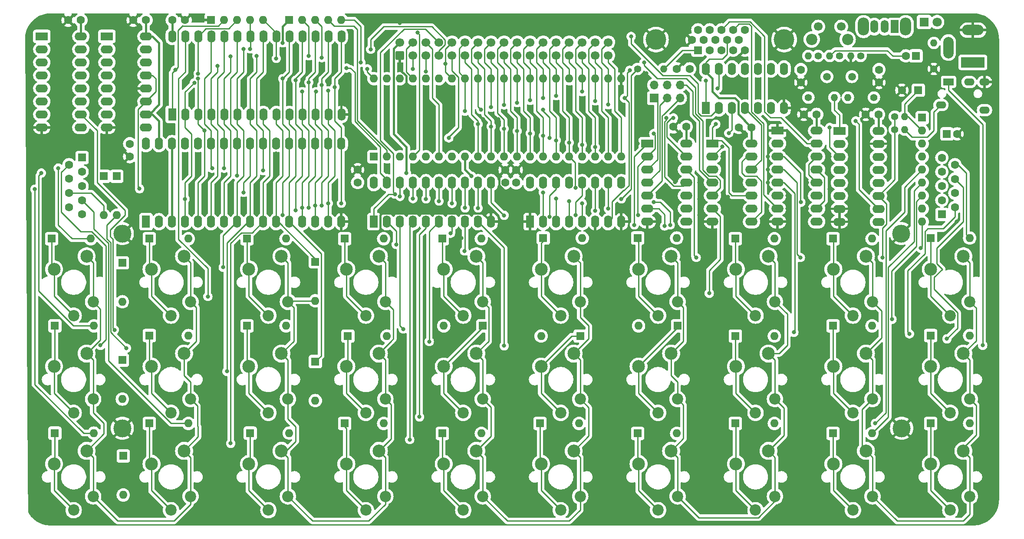
<source format=gbr>
%TF.GenerationSoftware,KiCad,Pcbnew,8.0.6*%
%TF.CreationDate,2024-12-27T12:36:33+00:00*%
%TF.ProjectId,a0,61302e6b-6963-4616-945f-706362585858,rev?*%
%TF.SameCoordinates,Original*%
%TF.FileFunction,Copper,L2,Bot*%
%TF.FilePolarity,Positive*%
%FSLAX46Y46*%
G04 Gerber Fmt 4.6, Leading zero omitted, Abs format (unit mm)*
G04 Created by KiCad (PCBNEW 8.0.6) date 2024-12-27 12:36:33*
%MOMM*%
%LPD*%
G01*
G04 APERTURE LIST*
G04 Aperture macros list*
%AMRoundRect*
0 Rectangle with rounded corners*
0 $1 Rounding radius*
0 $2 $3 $4 $5 $6 $7 $8 $9 X,Y pos of 4 corners*
0 Add a 4 corners polygon primitive as box body*
4,1,4,$2,$3,$4,$5,$6,$7,$8,$9,$2,$3,0*
0 Add four circle primitives for the rounded corners*
1,1,$1+$1,$2,$3*
1,1,$1+$1,$4,$5*
1,1,$1+$1,$6,$7*
1,1,$1+$1,$8,$9*
0 Add four rect primitives between the rounded corners*
20,1,$1+$1,$2,$3,$4,$5,0*
20,1,$1+$1,$4,$5,$6,$7,0*
20,1,$1+$1,$6,$7,$8,$9,0*
20,1,$1+$1,$8,$9,$2,$3,0*%
G04 Aperture macros list end*
%TA.AperFunction,ComponentPad*%
%ADD10C,2.500000*%
%TD*%
%TA.AperFunction,ComponentPad*%
%ADD11C,2.200000*%
%TD*%
%TA.AperFunction,ComponentPad*%
%ADD12C,1.600000*%
%TD*%
%TA.AperFunction,ComponentPad*%
%ADD13R,2.400000X1.600000*%
%TD*%
%TA.AperFunction,ComponentPad*%
%ADD14O,2.400000X1.600000*%
%TD*%
%TA.AperFunction,ComponentPad*%
%ADD15R,1.600000X1.600000*%
%TD*%
%TA.AperFunction,ComponentPad*%
%ADD16O,1.600000X1.600000*%
%TD*%
%TA.AperFunction,ComponentPad*%
%ADD17O,1.500000X2.500000*%
%TD*%
%TA.AperFunction,ComponentPad*%
%ADD18R,1.500000X2.500000*%
%TD*%
%TA.AperFunction,ComponentPad*%
%ADD19O,2.200000X3.500000*%
%TD*%
%TA.AperFunction,ComponentPad*%
%ADD20R,1.700000X1.700000*%
%TD*%
%TA.AperFunction,ComponentPad*%
%ADD21O,1.700000X1.700000*%
%TD*%
%TA.AperFunction,ComponentPad*%
%ADD22R,1.600000X2.400000*%
%TD*%
%TA.AperFunction,ComponentPad*%
%ADD23O,1.600000X2.400000*%
%TD*%
%TA.AperFunction,ComponentPad*%
%ADD24C,1.400000*%
%TD*%
%TA.AperFunction,ComponentPad*%
%ADD25O,1.400000X1.400000*%
%TD*%
%TA.AperFunction,ComponentPad*%
%ADD26C,3.500000*%
%TD*%
%TA.AperFunction,ComponentPad*%
%ADD27O,2.000000X4.200000*%
%TD*%
%TA.AperFunction,ComponentPad*%
%ADD28O,4.200000X2.000000*%
%TD*%
%TA.AperFunction,ComponentPad*%
%ADD29R,4.600000X2.000000*%
%TD*%
%TA.AperFunction,ComponentPad*%
%ADD30R,2.000000X1.400000*%
%TD*%
%TA.AperFunction,ComponentPad*%
%ADD31O,2.000000X1.400000*%
%TD*%
%TA.AperFunction,ComponentPad*%
%ADD32C,1.700000*%
%TD*%
%TA.AperFunction,ComponentPad*%
%ADD33C,4.000000*%
%TD*%
%TA.AperFunction,ComponentPad*%
%ADD34C,1.500000*%
%TD*%
%TA.AperFunction,ComponentPad*%
%ADD35R,1.800000X1.800000*%
%TD*%
%TA.AperFunction,ComponentPad*%
%ADD36C,1.800000*%
%TD*%
%TA.AperFunction,ComponentPad*%
%ADD37RoundRect,0.250000X0.600000X-0.600000X0.600000X0.600000X-0.600000X0.600000X-0.600000X-0.600000X0*%
%TD*%
%TA.AperFunction,ViaPad*%
%ADD38C,0.800000*%
%TD*%
%TA.AperFunction,Conductor*%
%ADD39C,0.250000*%
%TD*%
%TA.AperFunction,Conductor*%
%ADD40C,0.400000*%
%TD*%
G04 APERTURE END LIST*
D10*
%TO.P,SW24,1,1*%
%TO.N,/COL 1*%
X116540000Y-127920000D03*
D11*
X117800000Y-136800000D03*
D10*
%TO.P,SW24,2,2*%
%TO.N,Net-(D33-K)*%
X110190000Y-130460000D03*
D11*
X114000000Y-139500000D03*
%TD*%
D10*
%TO.P,SW12,1,1*%
%TO.N,/COL 0*%
X78540000Y-108920000D03*
D11*
X79800000Y-117800000D03*
D10*
%TO.P,SW12,2,2*%
%TO.N,Net-(D22-K)*%
X72190000Y-111460000D03*
D11*
X76000000Y-120500000D03*
%TD*%
D10*
%TO.P,SW10,1,1*%
%TO.N,/COL 4*%
X230540000Y-89920000D03*
D11*
X231800000Y-98800000D03*
D10*
%TO.P,SW10,2,2*%
%TO.N,Net-(D12-K)*%
X224190000Y-92460000D03*
D11*
X228000000Y-101500000D03*
%TD*%
D10*
%TO.P,SW8,1,1*%
%TO.N,/COL 3*%
X192540000Y-89920000D03*
D11*
X193800000Y-98800000D03*
D10*
%TO.P,SW8,2,2*%
%TO.N,Net-(D13-K)*%
X186190000Y-92460000D03*
D11*
X190000000Y-101500000D03*
%TD*%
D10*
%TO.P,SW11,1,1*%
%TO.N,/COL 0*%
X59540000Y-108920000D03*
D11*
X60800000Y-117800000D03*
D10*
%TO.P,SW11,2,2*%
%TO.N,Net-(D17-K)*%
X53190000Y-111460000D03*
D11*
X57000000Y-120500000D03*
%TD*%
D10*
%TO.P,SW14,1,1*%
%TO.N,/COL 1*%
X116540000Y-108920000D03*
D11*
X117800000Y-117800000D03*
D10*
%TO.P,SW14,2,2*%
%TO.N,Net-(D23-K)*%
X110190000Y-111460000D03*
D11*
X114000000Y-120500000D03*
%TD*%
D10*
%TO.P,SW17,1,1*%
%TO.N,/COL 3*%
X173540000Y-108920000D03*
D11*
X174800000Y-117800000D03*
D10*
%TO.P,SW17,2,2*%
%TO.N,Net-(D20-K)*%
X167190000Y-111460000D03*
D11*
X171000000Y-120500000D03*
%TD*%
D10*
%TO.P,SW7,1,1*%
%TO.N,/COL 3*%
X173540000Y-89920000D03*
D11*
X174800000Y-98800000D03*
D10*
%TO.P,SW7,2,2*%
%TO.N,Net-(D10-K)*%
X167190000Y-92460000D03*
D11*
X171000000Y-101500000D03*
%TD*%
D10*
%TO.P,SW3,1,1*%
%TO.N,/COL 1*%
X97540000Y-89920000D03*
D11*
X98800000Y-98800000D03*
D10*
%TO.P,SW3,2,2*%
%TO.N,Net-(D8-K)*%
X91190000Y-92460000D03*
D11*
X95000000Y-101500000D03*
%TD*%
D10*
%TO.P,SW4,1,1*%
%TO.N,/COL 1*%
X116540000Y-89920000D03*
D11*
X117800000Y-98800000D03*
D10*
%TO.P,SW4,2,2*%
%TO.N,Net-(D15-K)*%
X110190000Y-92460000D03*
D11*
X114000000Y-101500000D03*
%TD*%
D10*
%TO.P,SW28,1,1*%
%TO.N,/COL 3*%
X192540000Y-127920000D03*
D11*
X193800000Y-136800000D03*
D10*
%TO.P,SW28,2,2*%
%TO.N,Net-(D35-K)*%
X186190000Y-130460000D03*
D11*
X190000000Y-139500000D03*
%TD*%
D10*
%TO.P,SW13,1,1*%
%TO.N,/COL 1*%
X97540000Y-108920000D03*
D11*
X98800000Y-117800000D03*
D10*
%TO.P,SW13,2,2*%
%TO.N,Net-(D18-K)*%
X91190000Y-111460000D03*
D11*
X95000000Y-120500000D03*
%TD*%
D10*
%TO.P,SW2,1,1*%
%TO.N,/COL 0*%
X78540000Y-89920000D03*
D11*
X79800000Y-98800000D03*
D10*
%TO.P,SW2,2,2*%
%TO.N,Net-(D16-K)*%
X72190000Y-92460000D03*
D11*
X76000000Y-101500000D03*
%TD*%
D10*
%TO.P,SW23,1,1*%
%TO.N,/COL 1*%
X97540000Y-127920000D03*
D11*
X98800000Y-136800000D03*
D10*
%TO.P,SW23,2,2*%
%TO.N,Net-(D28-K)*%
X91190000Y-130460000D03*
D11*
X95000000Y-139500000D03*
%TD*%
D10*
%TO.P,SW9,1,1*%
%TO.N,/COL 4*%
X211540000Y-89920000D03*
D11*
X212800000Y-98800000D03*
D10*
%TO.P,SW9,2,2*%
%TO.N,Net-(D11-K)*%
X205190000Y-92460000D03*
D11*
X209000000Y-101500000D03*
%TD*%
D10*
%TO.P,SW19,1,1*%
%TO.N,/COL 4*%
X211540000Y-108920000D03*
D11*
X212800000Y-117800000D03*
D10*
%TO.P,SW19,2,2*%
%TO.N,Net-(D21-K)*%
X205190000Y-111460000D03*
D11*
X209000000Y-120500000D03*
%TD*%
D10*
%TO.P,SW18,1,1*%
%TO.N,/COL 3*%
X192540000Y-108920000D03*
D11*
X193800000Y-117800000D03*
D10*
%TO.P,SW18,2,2*%
%TO.N,Net-(D25-K)*%
X186190000Y-111460000D03*
D11*
X190000000Y-120500000D03*
%TD*%
D10*
%TO.P,SW22,1,1*%
%TO.N,/COL 0*%
X78540000Y-127920000D03*
D11*
X79800000Y-136800000D03*
D10*
%TO.P,SW22,2,2*%
%TO.N,Net-(D32-K)*%
X72190000Y-130460000D03*
D11*
X76000000Y-139500000D03*
%TD*%
D10*
%TO.P,SW21,1,1*%
%TO.N,/COL 0*%
X59540000Y-127920000D03*
D11*
X60800000Y-136800000D03*
D10*
%TO.P,SW21,2,2*%
%TO.N,Net-(D27-K)*%
X53190000Y-130460000D03*
D11*
X57000000Y-139500000D03*
%TD*%
D10*
%TO.P,SW16,1,1*%
%TO.N,/COL 2*%
X154540000Y-108920000D03*
D11*
X155800000Y-117800000D03*
D10*
%TO.P,SW16,2,2*%
%TO.N,Net-(D24-K)*%
X148190000Y-111460000D03*
D11*
X152000000Y-120500000D03*
%TD*%
D10*
%TO.P,SW30,1,1*%
%TO.N,/COL 4*%
X230540000Y-127920000D03*
D11*
X231800000Y-136800000D03*
D10*
%TO.P,SW30,2,2*%
%TO.N,Net-(D36-K)*%
X224190000Y-130460000D03*
D11*
X228000000Y-139500000D03*
%TD*%
D10*
%TO.P,SW6,1,1*%
%TO.N,/COL 2*%
X154540000Y-89920000D03*
D11*
X155800000Y-98800000D03*
D10*
%TO.P,SW6,2,2*%
%TO.N,Net-(D14-K)*%
X148190000Y-92460000D03*
D11*
X152000000Y-101500000D03*
%TD*%
D10*
%TO.P,SW26,1,1*%
%TO.N,/COL 2*%
X154540000Y-127920000D03*
D11*
X155800000Y-136800000D03*
D10*
%TO.P,SW26,2,2*%
%TO.N,Net-(D34-K)*%
X148190000Y-130460000D03*
D11*
X152000000Y-139500000D03*
%TD*%
D10*
%TO.P,SW25,1,1*%
%TO.N,/COL 2*%
X135540000Y-127920000D03*
D11*
X136800000Y-136800000D03*
D10*
%TO.P,SW25,2,2*%
%TO.N,Net-(D29-K)*%
X129190000Y-130460000D03*
D11*
X133000000Y-139500000D03*
%TD*%
D10*
%TO.P,SW15,1,1*%
%TO.N,/COL 2*%
X135540000Y-108920000D03*
D11*
X136800000Y-117800000D03*
D10*
%TO.P,SW15,2,2*%
%TO.N,Net-(D19-K)*%
X129190000Y-111460000D03*
D11*
X133000000Y-120500000D03*
%TD*%
D10*
%TO.P,SW27,1,1*%
%TO.N,/COL 3*%
X173540000Y-127920000D03*
D11*
X174800000Y-136800000D03*
D10*
%TO.P,SW27,2,2*%
%TO.N,Net-(D30-K)*%
X167190000Y-130460000D03*
D11*
X171000000Y-139500000D03*
%TD*%
D10*
%TO.P,SW29,1,1*%
%TO.N,/COL 4*%
X211540000Y-127920000D03*
D11*
X212800000Y-136800000D03*
D10*
%TO.P,SW29,2,2*%
%TO.N,Net-(D31-K)*%
X205190000Y-130460000D03*
D11*
X209000000Y-139500000D03*
%TD*%
D10*
%TO.P,SW5,1,1*%
%TO.N,/COL 2*%
X135540000Y-89920000D03*
D11*
X136800000Y-98800000D03*
D10*
%TO.P,SW5,2,2*%
%TO.N,Net-(D9-K)*%
X129190000Y-92460000D03*
D11*
X133000000Y-101500000D03*
%TD*%
D10*
%TO.P,SW20,1,1*%
%TO.N,/COL 4*%
X230540000Y-108920000D03*
D11*
X231800000Y-117800000D03*
D10*
%TO.P,SW20,2,2*%
%TO.N,Net-(D26-K)*%
X224190000Y-111460000D03*
D11*
X228000000Y-120500000D03*
%TD*%
D10*
%TO.P,SW1,1,1*%
%TO.N,/COL 0*%
X59540000Y-89920000D03*
D11*
X60800000Y-98800000D03*
D10*
%TO.P,SW1,2,2*%
%TO.N,Net-(D7-K)*%
X53190000Y-92460000D03*
D11*
X57000000Y-101500000D03*
%TD*%
D12*
%TO.P,C7,1*%
%TO.N,GND*%
X67945000Y-70465000D03*
%TO.P,C7,2*%
%TO.N,VCC*%
X67945000Y-67965000D03*
%TD*%
D13*
%TO.P,U10,1*%
%TO.N,/H32*%
X181610000Y-67945000D03*
D14*
%TO.P,U10,2*%
%TO.N,/H32'*%
X181610000Y-70485000D03*
%TO.P,U10,3*%
%TO.N,Net-(U7-Clr)*%
X181610000Y-73025000D03*
%TO.P,U10,4*%
%TO.N,/\u00F81*%
X181610000Y-75565000D03*
%TO.P,U10,5*%
%TO.N,/r{slash}~{w}*%
X181610000Y-78105000D03*
%TO.P,U10,6*%
%TO.N,/~{WR}*%
X181610000Y-80645000D03*
%TO.P,U10,7,GND*%
%TO.N,GND*%
X181610000Y-83185000D03*
%TO.P,U10,8*%
%TO.N,Net-(U10-Pad13)*%
X189230000Y-83185000D03*
%TO.P,U10,9*%
%TO.N,/A7*%
X189230000Y-80645000D03*
%TO.P,U10,10*%
%TO.N,/H32*%
X189230000Y-78105000D03*
%TO.P,U10,11*%
%TO.N,Net-(U11-D3)*%
X189230000Y-75565000D03*
%TO.P,U10,12*%
%TO.N,Net-(U10-Pad12)*%
X189230000Y-73025000D03*
%TO.P,U10,13*%
%TO.N,Net-(U10-Pad13)*%
X189230000Y-70485000D03*
%TO.P,U10,14,VCC*%
%TO.N,VCC*%
X189230000Y-67945000D03*
%TD*%
D12*
%TO.P,C2,1*%
%TO.N,Net-(C2-Pad1)*%
X214085000Y-53487000D03*
%TO.P,C2,2*%
%TO.N,GND*%
X214085000Y-55987000D03*
%TD*%
D15*
%TO.P,J8,1,1*%
%TO.N,/HROW 0*%
X226357169Y-81750000D03*
D12*
%TO.P,J8,2,2*%
%TO.N,/HROW 1*%
X226357169Y-78980000D03*
%TO.P,J8,3,3*%
%TO.N,/HROW 2*%
X226357169Y-76210000D03*
%TO.P,J8,4,4*%
%TO.N,/HROW 3*%
X226357169Y-73440000D03*
%TO.P,J8,5,5*%
%TO.N,unconnected-(J8-Pad5)*%
X226357169Y-70670000D03*
%TO.P,J8,6,6*%
%TO.N,/HROW 4*%
X228897169Y-80365000D03*
%TO.P,J8,7,7*%
%TO.N,unconnected-(J8-Pad7)*%
X228897169Y-77595000D03*
%TO.P,J8,8,8*%
%TO.N,Net-(D37-A)*%
X228897169Y-74825000D03*
%TO.P,J8,9,9*%
%TO.N,/HROW 5*%
X228897169Y-72055000D03*
%TD*%
D15*
%TO.P,D37,1,K*%
%TO.N,/A11*%
X65405000Y-74295000D03*
D16*
%TO.P,D37,2,A*%
%TO.N,Net-(D37-A)*%
X65405000Y-81915000D03*
%TD*%
D17*
%TO.P,SW32,3,C*%
%TO.N,unconnected-(SW32-C-Pad3)*%
X213170000Y-45085000D03*
%TO.P,SW32,2,B*%
%TO.N,VCC*%
X215170000Y-45085000D03*
D18*
%TO.P,SW32,1,A*%
%TO.N,Net-(SW32-A)*%
X217170000Y-45085000D03*
D19*
%TO.P,SW32,*%
%TO.N,*%
X211070000Y-45085000D03*
X219270000Y-45085000D03*
%TD*%
D13*
%TO.P,U12,1,CK*%
%TO.N,Net-(U12A-CK)*%
X206360000Y-65420000D03*
D14*
%TO.P,U12,2,Enable*%
%TO.N,VCC*%
X206360000Y-67960000D03*
%TO.P,U12,3,Q1*%
%TO.N,/M16*%
X206360000Y-70500000D03*
%TO.P,U12,4,Q2*%
%TO.N,/M8*%
X206360000Y-73040000D03*
%TO.P,U12,5,Q3*%
%TO.N,/M4*%
X206360000Y-75580000D03*
%TO.P,U12,6,Q4*%
%TO.N,/M2*%
X206360000Y-78120000D03*
%TO.P,U12,7,Reset*%
%TO.N,GND*%
X206360000Y-80660000D03*
%TO.P,U12,8,VSS*%
X206360000Y-83200000D03*
%TO.P,U12,9,CK*%
%TO.N,/~{WR}*%
X213980000Y-83200000D03*
%TO.P,U12,10,Enable*%
%TO.N,/A15*%
X213980000Y-80660000D03*
%TO.P,U12,11,Q1*%
%TO.N,/BEEP*%
X213980000Y-78120000D03*
%TO.P,U12,12,Q2*%
%TO.N,unconnected-(U12B-Q2-Pad12)*%
X213980000Y-75580000D03*
%TO.P,U12,13,Q3*%
%TO.N,unconnected-(U12B-Q3-Pad13)*%
X213980000Y-73040000D03*
%TO.P,U12,14,Q4*%
%TO.N,unconnected-(U12B-Q4-Pad14)*%
X213980000Y-70500000D03*
%TO.P,U12,15,Reset*%
%TO.N,GND*%
X213980000Y-67960000D03*
%TO.P,U12,16,VDD*%
%TO.N,VCC*%
X213980000Y-65420000D03*
%TD*%
D15*
%TO.P,D7,1,K*%
%TO.N,Net-(D7-K)*%
X52705000Y-86500000D03*
D16*
%TO.P,D7,2,A*%
%TO.N,/HROW 0*%
X60325000Y-86500000D03*
%TD*%
D15*
%TO.P,D12,1,K*%
%TO.N,Net-(D12-K)*%
X224155000Y-86360000D03*
D16*
%TO.P,D12,2,A*%
%TO.N,/HROW 5*%
X231775000Y-86360000D03*
%TD*%
D15*
%TO.P,J7,1,1*%
%TO.N,/HROW 0*%
X58642831Y-70660000D03*
D12*
%TO.P,J7,2,2*%
%TO.N,/HROW 1*%
X58642831Y-73430000D03*
%TO.P,J7,3,3*%
%TO.N,/HROW 2*%
X58642831Y-76200000D03*
%TO.P,J7,4,4*%
%TO.N,/HROW 3*%
X58642831Y-78970000D03*
%TO.P,J7,5,5*%
%TO.N,unconnected-(J7-Pad5)*%
X58642831Y-81740000D03*
%TO.P,J7,6,6*%
%TO.N,/HROW 4*%
X56102831Y-72045000D03*
%TO.P,J7,7,7*%
%TO.N,unconnected-(J7-Pad7)*%
X56102831Y-74815000D03*
%TO.P,J7,8,8*%
%TO.N,Net-(D38-A)*%
X56102831Y-77585000D03*
%TO.P,J7,9,9*%
%TO.N,/HROW 5*%
X56102831Y-80355000D03*
%TD*%
D20*
%TO.P,J1,1,Pin_1*%
%TO.N,/M8*%
X170195000Y-59060000D03*
D21*
%TO.P,J1,2,Pin_2*%
%TO.N,/\u00F81*%
X170195000Y-56520000D03*
%TO.P,J1,3,Pin_3*%
%TO.N,/M4*%
X172735000Y-59060000D03*
%TO.P,J1,4,Pin_4*%
%TO.N,/\u00F81*%
X172735000Y-56520000D03*
%TO.P,J1,5,Pin_5*%
%TO.N,/M2*%
X175275000Y-59060000D03*
%TO.P,J1,6,Pin_6*%
%TO.N,/\u00F81*%
X175275000Y-56520000D03*
%TD*%
D22*
%TO.P,U3,1,A14*%
%TO.N,/A14*%
X76210000Y-62230000D03*
D23*
%TO.P,U3,2,A12*%
%TO.N,/A12*%
X78750000Y-62230000D03*
%TO.P,U3,3,A7*%
%TO.N,/A7*%
X81290000Y-62230000D03*
%TO.P,U3,4,A6*%
%TO.N,/A6*%
X83830000Y-62230000D03*
%TO.P,U3,5,A5*%
%TO.N,/A5*%
X86370000Y-62230000D03*
%TO.P,U3,6,A4*%
%TO.N,/A4*%
X88910000Y-62230000D03*
%TO.P,U3,7,A3*%
%TO.N,/A3*%
X91450000Y-62230000D03*
%TO.P,U3,8,A2*%
%TO.N,/A2*%
X93990000Y-62230000D03*
%TO.P,U3,9,A1*%
%TO.N,/A1*%
X96530000Y-62230000D03*
%TO.P,U3,10,A0*%
%TO.N,/A0*%
X99070000Y-62230000D03*
%TO.P,U3,11,Q0*%
%TO.N,/D0*%
X101610000Y-62230000D03*
%TO.P,U3,12,Q1*%
%TO.N,/D1*%
X104150000Y-62230000D03*
%TO.P,U3,13,Q2*%
%TO.N,/D2*%
X106690000Y-62230000D03*
%TO.P,U3,14,GND*%
%TO.N,GND*%
X109230000Y-62230000D03*
%TO.P,U3,15,Q3*%
%TO.N,/D3*%
X109230000Y-46990000D03*
%TO.P,U3,16,Q4*%
%TO.N,/D4*%
X106690000Y-46990000D03*
%TO.P,U3,17,Q5*%
%TO.N,/D5*%
X104150000Y-46990000D03*
%TO.P,U3,18,Q6*%
%TO.N,/D6*%
X101610000Y-46990000D03*
%TO.P,U3,19,Q7*%
%TO.N,/D7*%
X99070000Y-46990000D03*
%TO.P,U3,20,~{CS}*%
%TO.N,/A15*%
X96530000Y-46990000D03*
%TO.P,U3,21,A10*%
%TO.N,/A10*%
X93990000Y-46990000D03*
%TO.P,U3,22,~{OE}*%
%TO.N,/RAMHIDE*%
X91450000Y-46990000D03*
%TO.P,U3,23,A11*%
%TO.N,/A11*%
X88910000Y-46990000D03*
%TO.P,U3,24,A9*%
%TO.N,/A9*%
X86370000Y-46990000D03*
%TO.P,U3,25,A8*%
%TO.N,/A8*%
X83830000Y-46990000D03*
%TO.P,U3,26,A13*%
%TO.N,/A13*%
X81290000Y-46990000D03*
%TO.P,U3,27,~{WE}*%
%TO.N,/~{WR}*%
X78750000Y-46990000D03*
%TO.P,U3,28,VCC*%
%TO.N,VCC*%
X76210000Y-46990000D03*
%TD*%
D22*
%TO.P,U8,1*%
%TO.N,/A15*%
X180340000Y-60975000D03*
D23*
%TO.P,U8,2*%
%TO.N,/~{A15}*%
X182880000Y-60975000D03*
%TO.P,U8,3*%
%TO.N,/A6*%
X185420000Y-60975000D03*
%TO.P,U8,4*%
%TO.N,Net-(U10-Pad12)*%
X187960000Y-60975000D03*
%TO.P,U8,5*%
%TO.N,/A13*%
X190500000Y-60975000D03*
%TO.P,U8,6*%
%TO.N,/~{A13}*%
X193040000Y-60975000D03*
%TO.P,U8,7,GND*%
%TO.N,GND*%
X195580000Y-60975000D03*
%TO.P,U8,8*%
%TO.N,Net-(U12A-CK)*%
X195580000Y-53355000D03*
%TO.P,U8,9*%
%TO.N,Net-(C1-Pad1)*%
X193040000Y-53355000D03*
%TO.P,U8,10*%
%TO.N,/~{RESET}*%
X190500000Y-53355000D03*
%TO.P,U8,11*%
%TO.N,Net-(R11-Pad2)*%
X187960000Y-53355000D03*
%TO.P,U8,12*%
%TO.N,/\u00F82*%
X185420000Y-53355000D03*
%TO.P,U8,13*%
%TO.N,/\u00F81*%
X182880000Y-53355000D03*
%TO.P,U8,14,VCC*%
%TO.N,VCC*%
X180340000Y-53355000D03*
%TD*%
D12*
%TO.P,C5,1*%
%TO.N,GND*%
X68620000Y-43815000D03*
%TO.P,C5,2*%
%TO.N,VCC*%
X71120000Y-43815000D03*
%TD*%
%TO.P,C11,1*%
%TO.N,GND*%
X174645000Y-53340000D03*
%TO.P,C11,2*%
%TO.N,VCC*%
X177145000Y-53340000D03*
%TD*%
D15*
%TO.P,D6,1,K*%
%TO.N,/A4*%
X66500000Y-91190000D03*
D16*
%TO.P,D6,2,A*%
%TO.N,/COL 4*%
X66500000Y-98810000D03*
%TD*%
D24*
%TO.P,R13,1*%
%TO.N,Net-(R12-Pad1)*%
X210500000Y-50800000D03*
D25*
%TO.P,R13,2*%
%TO.N,GND*%
X208600000Y-50800000D03*
%TD*%
D24*
%TO.P,R2,1*%
%TO.N,Net-(C2-Pad1)*%
X213106000Y-58928000D03*
D25*
%TO.P,R2,2*%
%TO.N,Net-(U12A-CK)*%
X208026000Y-58928000D03*
%TD*%
D26*
%TO.P,H4,1,1*%
%TO.N,GND*%
X218500000Y-123500000D03*
%TD*%
D15*
%TO.P,RN1,1,common*%
%TO.N,VCC*%
X222504000Y-62865000D03*
D16*
%TO.P,RN1,2,R1*%
%TO.N,/Speaker*%
X222504000Y-65405000D03*
%TO.P,RN1,3,R2*%
%TO.N,/DataOut*%
X222504000Y-67945000D03*
%TO.P,RN1,4,R3*%
%TO.N,/HROW 5*%
X222504000Y-70485000D03*
%TO.P,RN1,5,R4*%
%TO.N,/HROW 3*%
X222504000Y-73025000D03*
%TO.P,RN1,6,R5*%
%TO.N,/HROW 2*%
X222504000Y-75565000D03*
%TO.P,RN1,7,R6*%
%TO.N,/HROW 1*%
X222504000Y-78105000D03*
%TO.P,RN1,8,R7*%
%TO.N,/HROW 4*%
X222504000Y-80645000D03*
%TO.P,RN1,9,R8*%
%TO.N,/HROW 0*%
X222504000Y-83185000D03*
%TD*%
D12*
%TO.P,C15,1*%
%TO.N,GND*%
X211495000Y-62230000D03*
%TO.P,C15,2*%
%TO.N,VCC*%
X213995000Y-62230000D03*
%TD*%
D15*
%TO.P,D28,1,K*%
%TO.N,Net-(D28-K)*%
X91440000Y-124460000D03*
D16*
%TO.P,D28,2,A*%
%TO.N,/HROW 2*%
X99060000Y-124460000D03*
%TD*%
D27*
%TO.P,J6,3*%
%TO.N,N/C*%
X227610000Y-49170000D03*
D28*
%TO.P,J6,2*%
%TO.N,GND*%
X232410000Y-45770000D03*
D29*
%TO.P,J6,1*%
%TO.N,Net-(SW32-A)*%
X232410000Y-52070000D03*
%TD*%
D15*
%TO.P,U5,1,~{VP}*%
%TO.N,unconnected-(U5-~{VP}-Pad1)*%
X115570000Y-70485000D03*
D16*
%TO.P,U5,2,RDY*%
%TO.N,/RDY*%
X118110000Y-70485000D03*
%TO.P,U5,3,\u03D51*%
%TO.N,unconnected-(U5-\u03D51-Pad3)*%
X120650000Y-70485000D03*
%TO.P,U5,4,~{IRQ}*%
%TO.N,/~{VSYNC}*%
X123190000Y-70485000D03*
%TO.P,U5,5,~{ML}*%
%TO.N,unconnected-(U5-~{ML}-Pad5)*%
X125730000Y-70485000D03*
%TO.P,U5,6,~{NMI}*%
%TO.N,/~{NMI}*%
X128270000Y-70485000D03*
%TO.P,U5,7,SYNC*%
%TO.N,unconnected-(U5-SYNC-Pad7)*%
X130810000Y-70485000D03*
%TO.P,U5,8,VDD*%
%TO.N,VCC*%
X133350000Y-70485000D03*
%TO.P,U5,9,A0*%
%TO.N,/A0*%
X135890000Y-70485000D03*
%TO.P,U5,10,A1*%
%TO.N,/A1*%
X138430000Y-70485000D03*
%TO.P,U5,11,A2*%
%TO.N,/A2*%
X140970000Y-70485000D03*
%TO.P,U5,12,A3*%
%TO.N,/A3*%
X143510000Y-70485000D03*
%TO.P,U5,13,A4*%
%TO.N,/A4*%
X146050000Y-70485000D03*
%TO.P,U5,14,A5*%
%TO.N,/A5*%
X148590000Y-70485000D03*
%TO.P,U5,15,A6*%
%TO.N,/A6*%
X151130000Y-70485000D03*
%TO.P,U5,16,A7*%
%TO.N,/A7*%
X153670000Y-70485000D03*
%TO.P,U5,17,A8*%
%TO.N,/A8*%
X156210000Y-70485000D03*
%TO.P,U5,18,A9*%
%TO.N,/A9*%
X158750000Y-70485000D03*
%TO.P,U5,19,A10*%
%TO.N,/A10*%
X161290000Y-70485000D03*
%TO.P,U5,20,A11*%
%TO.N,/A11*%
X163830000Y-70485000D03*
%TO.P,U5,21,VSS*%
%TO.N,GND*%
X163830000Y-55245000D03*
%TO.P,U5,22,A12*%
%TO.N,/A12*%
X161290000Y-55245000D03*
%TO.P,U5,23,A13*%
%TO.N,/A13*%
X158750000Y-55245000D03*
%TO.P,U5,24,A14*%
%TO.N,/A14*%
X156210000Y-55245000D03*
%TO.P,U5,25,A15*%
%TO.N,/A15*%
X153670000Y-55245000D03*
%TO.P,U5,26,D7*%
%TO.N,/D7*%
X151130000Y-55245000D03*
%TO.P,U5,27,D6*%
%TO.N,/D6*%
X148590000Y-55245000D03*
%TO.P,U5,28,D5*%
%TO.N,/D5*%
X146050000Y-55245000D03*
%TO.P,U5,29,D4*%
%TO.N,/D4*%
X143510000Y-55245000D03*
%TO.P,U5,30,D3*%
%TO.N,/D3*%
X140970000Y-55245000D03*
%TO.P,U5,31,D2*%
%TO.N,/D2*%
X138430000Y-55245000D03*
%TO.P,U5,32,D1*%
%TO.N,/D1*%
X135890000Y-55245000D03*
%TO.P,U5,33,D0*%
%TO.N,/D0*%
X133350000Y-55245000D03*
%TO.P,U5,34,R/~{W}*%
%TO.N,/r{slash}~{w}*%
X130810000Y-55245000D03*
%TO.P,U5,35,nc*%
%TO.N,unconnected-(U5-nc-Pad35)*%
X128270000Y-55245000D03*
%TO.P,U5,36,BE*%
%TO.N,/\u00F82*%
X125730000Y-55245000D03*
%TO.P,U5,37,\u03D50*%
X123190000Y-55245000D03*
%TO.P,U5,38,~{SO}*%
%TO.N,/~{SO}*%
X120650000Y-55245000D03*
%TO.P,U5,39,\u03D52*%
%TO.N,unconnected-(U5-\u03D52-Pad39)*%
X118110000Y-55245000D03*
%TO.P,U5,40,~{RES}*%
%TO.N,/~{RESET}*%
X115570000Y-55245000D03*
%TD*%
D15*
%TO.P,D8,1,K*%
%TO.N,Net-(D8-K)*%
X90805000Y-86500000D03*
D16*
%TO.P,D8,2,A*%
%TO.N,/HROW 0*%
X98425000Y-86500000D03*
%TD*%
D30*
%TO.P,J3,T*%
%TO.N,/AUDIN*%
X227660000Y-55887500D03*
D31*
%TO.P,J3,S*%
%TO.N,Net-(J3-PadS)*%
X226160000Y-60387500D03*
%TO.P,J3,R2*%
%TO.N,GND*%
X234660000Y-55887500D03*
%TO.P,J3,R1*%
%TO.N,unconnected-(J3-PadR1)*%
X231660000Y-55887500D03*
%TO.P,J3,*%
%TO.N,*%
X234660000Y-61387500D03*
%TD*%
D15*
%TO.P,D10,1,K*%
%TO.N,Net-(D10-K)*%
X167005000Y-86360000D03*
D16*
%TO.P,D10,2,A*%
%TO.N,/HROW 0*%
X174625000Y-86360000D03*
%TD*%
D24*
%TO.P,R5,1*%
%TO.N,/BEEP*%
X217175000Y-62655000D03*
D25*
%TO.P,R5,2*%
%TO.N,/Speaker*%
X219075000Y-62655000D03*
%TD*%
D15*
%TO.P,D2,1,K*%
%TO.N,/A0*%
X104140000Y-110490000D03*
D16*
%TO.P,D2,2,A*%
%TO.N,/COL 0*%
X104140000Y-118110000D03*
%TD*%
D12*
%TO.P,C6,1*%
%TO.N,GND*%
X78740000Y-43815000D03*
%TO.P,C6,2*%
%TO.N,VCC*%
X76240000Y-43815000D03*
%TD*%
D15*
%TO.P,RN3,1,common*%
%TO.N,GND*%
X83820000Y-43815000D03*
D16*
%TO.P,RN3,2,R1*%
%TO.N,/A14*%
X86360000Y-43815000D03*
%TO.P,RN3,3,R2*%
%TO.N,/A13*%
X88900000Y-43815000D03*
%TO.P,RN3,4,R3*%
%TO.N,/RAMHIDE*%
X91440000Y-43815000D03*
%TO.P,RN3,5,R4*%
%TO.N,/A15*%
X93980000Y-43815000D03*
%TD*%
D26*
%TO.P,H3,1,1*%
%TO.N,GND*%
X66500000Y-123500000D03*
%TD*%
D22*
%TO.P,U6,1,G1*%
%TO.N,/~{A15}*%
X115570000Y-83185000D03*
D23*
%TO.P,U6,2,A0*%
%TO.N,/HROW 0*%
X118110000Y-83185000D03*
%TO.P,U6,3,A1*%
%TO.N,/HROW 1*%
X120650000Y-83185000D03*
%TO.P,U6,4,A2*%
%TO.N,/HROW 2*%
X123190000Y-83185000D03*
%TO.P,U6,5,A3*%
%TO.N,/HROW 3*%
X125730000Y-83185000D03*
%TO.P,U6,6,A4*%
%TO.N,/HROW 4*%
X128270000Y-83185000D03*
%TO.P,U6,7,A5*%
%TO.N,/HROW 5*%
X130810000Y-83185000D03*
%TO.P,U6,8,A6*%
%TO.N,/BEEP*%
X133350000Y-83185000D03*
%TO.P,U6,9,A7*%
%TO.N,/AUDIN*%
X135890000Y-83185000D03*
%TO.P,U6,10,GND*%
%TO.N,GND*%
X138430000Y-83185000D03*
%TO.P,U6,11,Y7*%
%TO.N,/D7*%
X138430000Y-75565000D03*
%TO.P,U6,12,Y6*%
%TO.N,/D6*%
X135890000Y-75565000D03*
%TO.P,U6,13,Y5*%
%TO.N,/D5*%
X133350000Y-75565000D03*
%TO.P,U6,14,Y4*%
%TO.N,/D4*%
X130810000Y-75565000D03*
%TO.P,U6,15,Y3*%
%TO.N,/D3*%
X128270000Y-75565000D03*
%TO.P,U6,16,Y2*%
%TO.N,/D2*%
X125730000Y-75565000D03*
%TO.P,U6,17,Y1*%
%TO.N,/D1*%
X123190000Y-75565000D03*
%TO.P,U6,18,Y0*%
%TO.N,/D0*%
X120650000Y-75565000D03*
%TO.P,U6,19,G2*%
%TO.N,/A14*%
X118110000Y-75565000D03*
%TO.P,U6,20,VCC*%
%TO.N,VCC*%
X115570000Y-75565000D03*
%TD*%
D15*
%TO.P,D18,1,K*%
%TO.N,Net-(D18-K)*%
X90805000Y-103505000D03*
D16*
%TO.P,D18,2,A*%
%TO.N,/HROW 1*%
X98425000Y-103505000D03*
%TD*%
D32*
%TO.P,SW31,2,2*%
%TO.N,VCC*%
X206720000Y-45085000D03*
%TO.P,SW31,1,1*%
%TO.N,Net-(R12-Pad1)*%
X202220000Y-45085000D03*
D11*
%TO.P,SW31,*%
%TO.N,*%
X207970000Y-47585000D03*
X200970000Y-47585000D03*
%TD*%
D15*
%TO.P,D4,1,K*%
%TO.N,/A2*%
X66675000Y-128905000D03*
D16*
%TO.P,D4,2,A*%
%TO.N,/COL 2*%
X66675000Y-136525000D03*
%TD*%
D15*
%TO.P,D26,1,K*%
%TO.N,Net-(D26-K)*%
X224155000Y-105410000D03*
D16*
%TO.P,D26,2,A*%
%TO.N,/HROW 4*%
X231775000Y-105410000D03*
%TD*%
D33*
%TO.P,J2,0*%
%TO.N,GND*%
X195580000Y-47625000D03*
X170580000Y-47625000D03*
D15*
%TO.P,J2,1*%
%TO.N,Net-(J2-Pad1)*%
X178765000Y-49675000D03*
D12*
%TO.P,J2,2*%
X181055000Y-49675000D03*
%TO.P,J2,3*%
X183345000Y-49675000D03*
%TO.P,J2,4*%
%TO.N,unconnected-(J2-Pad4)*%
X185635000Y-49675000D03*
%TO.P,J2,5*%
%TO.N,GND*%
X187925000Y-49675000D03*
%TO.P,J2,6*%
X177620000Y-47695000D03*
%TO.P,J2,7*%
X179910000Y-47695000D03*
%TO.P,J2,8*%
X182200000Y-47695000D03*
%TO.P,J2,9*%
%TO.N,VCC*%
X184490000Y-47695000D03*
%TO.P,J2,10*%
%TO.N,GND*%
X186780000Y-47695000D03*
%TO.P,J2,11*%
%TO.N,unconnected-(J2-Pad11)*%
X178765000Y-45715000D03*
%TO.P,J2,12*%
%TO.N,unconnected-(J2-Pad12)*%
X181055000Y-45715000D03*
%TO.P,J2,13*%
%TO.N,/~{HSYNC}\u002A\u002A*%
X183345000Y-45715000D03*
%TO.P,J2,14*%
%TO.N,/~{VSYNC}*%
X185635000Y-45715000D03*
%TO.P,J2,15*%
%TO.N,GND*%
X187925000Y-45715000D03*
%TD*%
D26*
%TO.P,H1,1,1*%
%TO.N,GND*%
X218440000Y-85500000D03*
%TD*%
D24*
%TO.P,R3,1*%
%TO.N,Net-(U7-Qh)*%
X167005000Y-53340000D03*
D25*
%TO.P,R3,2*%
%TO.N,Net-(J2-Pad1)*%
X172085000Y-53340000D03*
%TD*%
D13*
%TO.P,U11,1,~{Mr}*%
%TO.N,GND*%
X194310000Y-65405000D03*
D14*
%TO.P,U11,2,Q0*%
%TO.N,/H32'*%
X194310000Y-67945000D03*
%TO.P,U11,3,D0*%
%TO.N,/H32*%
X194310000Y-70485000D03*
%TO.P,U11,4,D1*%
%TO.N,Net-(U11-D1)*%
X194310000Y-73025000D03*
%TO.P,U11,5,Q1*%
%TO.N,/~{MRC}*%
X194310000Y-75565000D03*
%TO.P,U11,6,D2*%
%TO.N,Net-(U11-D2)*%
X194310000Y-78105000D03*
%TO.P,U11,7,Q2*%
%TO.N,/~{VSYNC}*%
X194310000Y-80645000D03*
%TO.P,U11,8,GND*%
%TO.N,GND*%
X194310000Y-83185000D03*
%TO.P,U11,9,Cp*%
%TO.N,/~{sload}*%
X201930000Y-83185000D03*
%TO.P,U11,10,Q3*%
%TO.N,/~{HSYNC}*%
X201930000Y-80645000D03*
%TO.P,U11,11,D3*%
%TO.N,Net-(U11-D3)*%
X201930000Y-78105000D03*
%TO.P,U11,12,Q4*%
%TO.N,/~{HSYNC}\u002A*%
X201930000Y-75565000D03*
%TO.P,U11,13,D4*%
%TO.N,/~{HSYNC}*%
X201930000Y-73025000D03*
%TO.P,U11,14,D5*%
%TO.N,/~{HSYNC}\u002A*%
X201930000Y-70485000D03*
%TO.P,U11,15,Q5*%
%TO.N,/~{HSYNC}\u002A\u002A*%
X201930000Y-67945000D03*
%TO.P,U11,16,VCC*%
%TO.N,VCC*%
X201930000Y-65405000D03*
%TD*%
D15*
%TO.P,D34,1,K*%
%TO.N,Net-(D34-K)*%
X147955000Y-122555000D03*
D16*
%TO.P,D34,2,A*%
%TO.N,/HROW 3*%
X155575000Y-122555000D03*
%TD*%
D34*
%TO.P,Y1,1,1*%
%TO.N,Net-(C1-Pad1)*%
X203925000Y-54864000D03*
%TO.P,Y1,2,2*%
%TO.N,Net-(C2-Pad1)*%
X208805000Y-54864000D03*
%TD*%
D15*
%TO.P,D22,1,K*%
%TO.N,Net-(D22-K)*%
X71755000Y-105410000D03*
D16*
%TO.P,D22,2,A*%
%TO.N,/HROW 4*%
X79375000Y-105410000D03*
%TD*%
D22*
%TO.P,U4,1,A18*%
%TO.N,VCC*%
X71120000Y-83185000D03*
D23*
%TO.P,U4,2,A16*%
X73660000Y-83185000D03*
%TO.P,U4,3,A15*%
X76200000Y-83185000D03*
%TO.P,U4,4,A12*%
%TO.N,/A12*%
X78740000Y-83185000D03*
%TO.P,U4,5,A7*%
%TO.N,/A7*%
X81280000Y-83185000D03*
%TO.P,U4,6,A6*%
%TO.N,/A6*%
X83820000Y-83185000D03*
%TO.P,U4,7,A5*%
%TO.N,/A5*%
X86360000Y-83185000D03*
%TO.P,U4,8,A4*%
%TO.N,/A4*%
X88900000Y-83185000D03*
%TO.P,U4,9,A3*%
%TO.N,/A3*%
X91440000Y-83185000D03*
%TO.P,U4,10,A2*%
%TO.N,/A2*%
X93980000Y-83185000D03*
%TO.P,U4,11,A1*%
%TO.N,/A1*%
X96520000Y-83185000D03*
%TO.P,U4,12,A0*%
%TO.N,/A0*%
X99060000Y-83185000D03*
%TO.P,U4,13,D0*%
%TO.N,/D0*%
X101600000Y-83185000D03*
%TO.P,U4,14,D1*%
%TO.N,/D1*%
X104140000Y-83185000D03*
%TO.P,U4,15,D2*%
%TO.N,/D2*%
X106680000Y-83185000D03*
%TO.P,U4,16,GND*%
%TO.N,GND*%
X109220000Y-83185000D03*
%TO.P,U4,17,D3*%
%TO.N,/D3*%
X109220000Y-67945000D03*
%TO.P,U4,18,D4*%
%TO.N,/D4*%
X106680000Y-67945000D03*
%TO.P,U4,19,D5*%
%TO.N,/D5*%
X104140000Y-67945000D03*
%TO.P,U4,20,D6*%
%TO.N,/D6*%
X101600000Y-67945000D03*
%TO.P,U4,21,D7*%
%TO.N,/D7*%
X99060000Y-67945000D03*
%TO.P,U4,22,CE*%
%TO.N,/~{A13}*%
X96520000Y-67945000D03*
%TO.P,U4,23,A10*%
%TO.N,/A10*%
X93980000Y-67945000D03*
%TO.P,U4,24,OE*%
%TO.N,/~{A15}*%
X91440000Y-67945000D03*
%TO.P,U4,25,A11*%
%TO.N,/A11*%
X88900000Y-67945000D03*
%TO.P,U4,26,A9*%
%TO.N,/A9*%
X86360000Y-67945000D03*
%TO.P,U4,27,A8*%
%TO.N,/A8*%
X83820000Y-67945000D03*
%TO.P,U4,28,A13*%
%TO.N,VCC*%
X81280000Y-67945000D03*
%TO.P,U4,29,A14*%
X78740000Y-67945000D03*
%TO.P,U4,30,A17*%
X76200000Y-67945000D03*
%TO.P,U4,31,PGM*%
X73660000Y-67945000D03*
%TO.P,U4,32,VCC*%
X71120000Y-67945000D03*
%TD*%
D15*
%TO.P,D13,1,K*%
%TO.N,Net-(D13-K)*%
X186055000Y-86500000D03*
D16*
%TO.P,D13,2,A*%
%TO.N,/HROW 5*%
X193675000Y-86500000D03*
%TD*%
D15*
%TO.P,C3,1*%
%TO.N,VCC*%
X221300113Y-50800000D03*
D12*
%TO.P,C3,2*%
%TO.N,Net-(C3-Pad2)*%
X219300113Y-50800000D03*
%TD*%
D15*
%TO.P,D31,1,K*%
%TO.N,Net-(D31-K)*%
X205105000Y-124500000D03*
D16*
%TO.P,D31,2,A*%
%TO.N,/HROW 2*%
X212725000Y-124500000D03*
%TD*%
D12*
%TO.P,C8,1*%
%TO.N,GND*%
X112395000Y-73025000D03*
%TO.P,C8,2*%
%TO.N,VCC*%
X112395000Y-75525000D03*
%TD*%
%TO.P,C10,1*%
%TO.N,GND*%
X141165000Y-73065000D03*
%TO.P,C10,2*%
%TO.N,VCC*%
X141165000Y-75565000D03*
%TD*%
D15*
%TO.P,D11,1,K*%
%TO.N,Net-(D11-K)*%
X205105000Y-86500000D03*
D16*
%TO.P,D11,2,A*%
%TO.N,/HROW 0*%
X212725000Y-86500000D03*
%TD*%
D15*
%TO.P,D24,1,K*%
%TO.N,Net-(D24-K)*%
X155810000Y-105500000D03*
D16*
%TO.P,D24,2,A*%
%TO.N,/HROW 4*%
X148190000Y-105500000D03*
%TD*%
D15*
%TO.P,BZ1,1,+*%
%TO.N,/Speaker*%
X221750000Y-57500000D03*
D12*
%TO.P,BZ1,2,-*%
%TO.N,GND*%
X218550000Y-57500000D03*
%TD*%
D15*
%TO.P,RN2,1,common*%
%TO.N,VCC*%
X99060000Y-43815000D03*
D16*
%TO.P,RN2,2,R1*%
%TO.N,/~{NMI}*%
X101600000Y-43815000D03*
%TO.P,RN2,3,R2*%
%TO.N,/r{slash}~{w}*%
X104140000Y-43815000D03*
%TO.P,RN2,4,R3*%
%TO.N,/RDY*%
X106680000Y-43815000D03*
%TO.P,RN2,5,R4*%
%TO.N,/~{SO}*%
X109220000Y-43815000D03*
%TD*%
D15*
%TO.P,D33,1,K*%
%TO.N,Net-(D33-K)*%
X109855000Y-122555000D03*
D16*
%TO.P,D33,2,A*%
%TO.N,/HROW 3*%
X117475000Y-122555000D03*
%TD*%
D15*
%TO.P,D36,1,K*%
%TO.N,Net-(D36-K)*%
X224155000Y-122555000D03*
D16*
%TO.P,D36,2,A*%
%TO.N,/HROW 3*%
X231775000Y-122555000D03*
%TD*%
D12*
%TO.P,C12,1*%
%TO.N,GND*%
X173990000Y-64643000D03*
%TO.P,C12,2*%
%TO.N,VCC*%
X176490000Y-64643000D03*
%TD*%
%TO.P,C14,1*%
%TO.N,GND*%
X199430000Y-62230000D03*
%TO.P,C14,2*%
%TO.N,VCC*%
X201930000Y-62230000D03*
%TD*%
D15*
%TO.P,D17,1,K*%
%TO.N,Net-(D17-K)*%
X53340000Y-103505000D03*
D16*
%TO.P,D17,2,A*%
%TO.N,/HROW 1*%
X60960000Y-103505000D03*
%TD*%
D15*
%TO.P,D32,1,K*%
%TO.N,Net-(D32-K)*%
X71755000Y-122555000D03*
D16*
%TO.P,D32,2,A*%
%TO.N,/HROW 3*%
X79375000Y-122555000D03*
%TD*%
D15*
%TO.P,D23,1,K*%
%TO.N,Net-(D23-K)*%
X110490000Y-105500000D03*
D16*
%TO.P,D23,2,A*%
%TO.N,/HROW 4*%
X118110000Y-105500000D03*
%TD*%
D26*
%TO.P,H2,1,1*%
%TO.N,GND*%
X66500000Y-85500000D03*
%TD*%
D22*
%TO.P,U7,1,Ds*%
%TO.N,GND*%
X146050000Y-83185000D03*
D23*
%TO.P,U7,2,A*%
%TO.N,/D0*%
X148590000Y-83185000D03*
%TO.P,U7,3,B*%
%TO.N,/D1*%
X151130000Y-83185000D03*
%TO.P,U7,4,C*%
%TO.N,/D2*%
X153670000Y-83185000D03*
%TO.P,U7,5,D*%
%TO.N,/D3*%
X156210000Y-83185000D03*
%TO.P,U7,6,CE*%
%TO.N,GND*%
X158750000Y-83185000D03*
%TO.P,U7,7,Clk*%
%TO.N,/M16*%
X161290000Y-83185000D03*
%TO.P,U7,8,GND*%
%TO.N,GND*%
X163830000Y-83185000D03*
%TO.P,U7,9,Clr*%
%TO.N,Net-(U7-Clr)*%
X163830000Y-75565000D03*
%TO.P,U7,10,E*%
%TO.N,/D4*%
X161290000Y-75565000D03*
%TO.P,U7,11,F*%
%TO.N,/D5*%
X158750000Y-75565000D03*
%TO.P,U7,12,G*%
%TO.N,/D6*%
X156210000Y-75565000D03*
%TO.P,U7,13,Qh*%
%TO.N,Net-(U7-Qh)*%
X153670000Y-75565000D03*
%TO.P,U7,14,H*%
%TO.N,/D7*%
X151130000Y-75565000D03*
%TO.P,U7,15,PE*%
%TO.N,/~{sload}*%
X148590000Y-75565000D03*
%TO.P,U7,16,VCC*%
%TO.N,VCC*%
X146050000Y-75565000D03*
%TD*%
D12*
%TO.P,C1,1*%
%TO.N,Net-(C1-Pad1)*%
X198845000Y-53487000D03*
%TO.P,C1,2*%
%TO.N,GND*%
X198845000Y-55987000D03*
%TD*%
D15*
%TO.P,D15,1,K*%
%TO.N,Net-(D15-K)*%
X109855000Y-86500000D03*
D16*
%TO.P,D15,2,A*%
%TO.N,/HROW 5*%
X117475000Y-86500000D03*
%TD*%
D15*
%TO.P,D29,1,K*%
%TO.N,Net-(D29-K)*%
X128905000Y-124500000D03*
D16*
%TO.P,D29,2,A*%
%TO.N,/HROW 2*%
X136525000Y-124500000D03*
%TD*%
D15*
%TO.P,D3,1,K*%
%TO.N,/A1*%
X104140000Y-91000000D03*
D16*
%TO.P,D3,2,A*%
%TO.N,/COL 1*%
X104140000Y-98620000D03*
%TD*%
D15*
%TO.P,D38,1,K*%
%TO.N,/A12*%
X62865000Y-74295000D03*
D16*
%TO.P,D38,2,A*%
%TO.N,Net-(D38-A)*%
X62865000Y-81915000D03*
%TD*%
D15*
%TO.P,D30,1,K*%
%TO.N,Net-(D30-K)*%
X167005000Y-124500000D03*
D16*
%TO.P,D30,2,A*%
%TO.N,/HROW 2*%
X174625000Y-124500000D03*
%TD*%
D15*
%TO.P,D20,1,K*%
%TO.N,Net-(D20-K)*%
X174810000Y-103505000D03*
D16*
%TO.P,D20,2,A*%
%TO.N,/HROW 1*%
X167190000Y-103505000D03*
%TD*%
D24*
%TO.P,R11,1*%
%TO.N,Net-(C3-Pad2)*%
X202200000Y-50800000D03*
D25*
%TO.P,R11,2*%
%TO.N,Net-(R11-Pad2)*%
X200300000Y-50800000D03*
%TD*%
D15*
%TO.P,D27,1,K*%
%TO.N,Net-(D27-K)*%
X53340000Y-124460000D03*
D16*
%TO.P,D27,2,A*%
%TO.N,/HROW 2*%
X60960000Y-124460000D03*
%TD*%
D15*
%TO.P,D14,1,K*%
%TO.N,Net-(D14-K)*%
X148590000Y-86360000D03*
D16*
%TO.P,D14,2,A*%
%TO.N,/HROW 5*%
X156210000Y-86360000D03*
%TD*%
D15*
%TO.P,D5,1,K*%
%TO.N,/A3*%
X66500000Y-110190000D03*
D16*
%TO.P,D5,2,A*%
%TO.N,/COL 3*%
X66500000Y-117810000D03*
%TD*%
D15*
%TO.P,D16,1,K*%
%TO.N,Net-(D16-K)*%
X71755000Y-86500000D03*
D16*
%TO.P,D16,2,A*%
%TO.N,/HROW 5*%
X79375000Y-86500000D03*
%TD*%
D15*
%TO.P,C16,1*%
%TO.N,VCC*%
X227330000Y-66040000D03*
D12*
%TO.P,C16,2*%
%TO.N,GND*%
X229330000Y-66040000D03*
%TD*%
D24*
%TO.P,R14,1*%
%TO.N,/BEEP*%
X217175000Y-65195000D03*
D25*
%TO.P,R14,2*%
%TO.N,Net-(J3-PadS)*%
X219075000Y-65195000D03*
%TD*%
D24*
%TO.P,R1,1*%
%TO.N,Net-(C1-Pad1)*%
X200316000Y-58928000D03*
D25*
%TO.P,R1,2*%
%TO.N,Net-(U12A-CK)*%
X205396000Y-58928000D03*
%TD*%
D15*
%TO.P,D25,1,K*%
%TO.N,Net-(D25-K)*%
X186055000Y-105500000D03*
D16*
%TO.P,D25,2,A*%
%TO.N,/HROW 4*%
X193675000Y-105500000D03*
%TD*%
D13*
%TO.P,U2,1,Q1*%
%TO.N,/A4*%
X63500000Y-46990000D03*
D14*
%TO.P,U2,2,Q2*%
%TO.N,/A5*%
X63500000Y-49530000D03*
%TO.P,U2,3,Q3*%
%TO.N,/A6*%
X63500000Y-52070000D03*
%TO.P,U2,4,Q4*%
%TO.N,/A7*%
X63500000Y-54610000D03*
%TO.P,U2,5,Q5*%
%TO.N,/H32*%
X63500000Y-57150000D03*
%TO.P,U2,6,Q6*%
%TO.N,unconnected-(U2-Q6-Pad6)*%
X63500000Y-59690000D03*
%TO.P,U2,7,Q7*%
%TO.N,/A0*%
X63500000Y-62230000D03*
%TO.P,U2,8,GND*%
%TO.N,GND*%
X63500000Y-64770000D03*
%TO.P,U2,9,~{RCO}*%
%TO.N,Net-(U1-~{CE})*%
X71120000Y-64770000D03*
%TO.P,U2,10,~{MRC}*%
%TO.N,VCC*%
X71120000Y-62230000D03*
%TO.P,U2,11,CPC*%
%TO.N,/~{sload}*%
X71120000Y-59690000D03*
%TO.P,U2,12,~{CE}*%
%TO.N,GND*%
X71120000Y-57150000D03*
%TO.P,U2,13,CPR*%
%TO.N,/~{sload}*%
X71120000Y-54610000D03*
%TO.P,U2,14,~{OE}*%
%TO.N,/\u00F82*%
X71120000Y-52070000D03*
%TO.P,U2,15,Q0*%
%TO.N,/A3*%
X71120000Y-49530000D03*
%TO.P,U2,16,VCC*%
%TO.N,VCC*%
X71120000Y-46990000D03*
%TD*%
D15*
%TO.P,D35,1,K*%
%TO.N,Net-(D35-K)*%
X186055000Y-122555000D03*
D16*
%TO.P,D35,2,A*%
%TO.N,/HROW 3*%
X193675000Y-122555000D03*
%TD*%
D15*
%TO.P,D19,1,K*%
%TO.N,Net-(D19-K)*%
X136810000Y-103505000D03*
D16*
%TO.P,D19,2,A*%
%TO.N,/HROW 1*%
X129190000Y-103505000D03*
%TD*%
D15*
%TO.P,D9,1,K*%
%TO.N,Net-(D9-K)*%
X128905000Y-86500000D03*
D16*
%TO.P,D9,2,A*%
%TO.N,/HROW 0*%
X136525000Y-86500000D03*
%TD*%
D15*
%TO.P,D21,1,K*%
%TO.N,Net-(D21-K)*%
X205105000Y-103505000D03*
D16*
%TO.P,D21,2,A*%
%TO.N,/HROW 1*%
X212725000Y-103505000D03*
%TD*%
D13*
%TO.P,U1,1,Q1*%
%TO.N,/A2*%
X50800000Y-46990000D03*
D14*
%TO.P,U1,2,Q2*%
%TO.N,/A8*%
X50800000Y-49530000D03*
%TO.P,U1,3,Q3*%
%TO.N,/A9*%
X50800000Y-52070000D03*
%TO.P,U1,4,Q4*%
%TO.N,/A10*%
X50800000Y-54610000D03*
%TO.P,U1,5,Q5*%
%TO.N,/A11*%
X50800000Y-57150000D03*
%TO.P,U1,6,Q6*%
%TO.N,/A12*%
X50800000Y-59690000D03*
%TO.P,U1,7,Q7*%
%TO.N,/V512*%
X50800000Y-62230000D03*
%TO.P,U1,8,GND*%
%TO.N,GND*%
X50800000Y-64770000D03*
%TO.P,U1,9,~{RCO}*%
%TO.N,unconnected-(U1-~{RCO}-Pad9)*%
X58420000Y-64770000D03*
%TO.P,U1,10,~{MRC}*%
%TO.N,/~{MRC}*%
X58420000Y-62230000D03*
%TO.P,U1,11,CPC*%
%TO.N,/~{sload}*%
X58420000Y-59690000D03*
%TO.P,U1,12,~{CE}*%
%TO.N,Net-(U1-~{CE})*%
X58420000Y-57150000D03*
%TO.P,U1,13,CPR*%
%TO.N,/~{sload}*%
X58420000Y-54610000D03*
%TO.P,U1,14,~{OE}*%
%TO.N,/\u00F82*%
X58420000Y-52070000D03*
%TO.P,U1,15,Q0*%
%TO.N,/A1*%
X58420000Y-49530000D03*
%TO.P,U1,16,VCC*%
%TO.N,VCC*%
X58420000Y-46990000D03*
%TD*%
D12*
%TO.P,C9,1*%
%TO.N,VCC*%
X143324000Y-75565000D03*
%TO.P,C9,2*%
%TO.N,GND*%
X143324000Y-73065000D03*
%TD*%
D13*
%TO.P,U9,1*%
%TO.N,/V512*%
X168910000Y-67940000D03*
D14*
%TO.P,U9,2*%
%TO.N,/A2*%
X168910000Y-70480000D03*
%TO.P,U9,3*%
%TO.N,/M8*%
X168910000Y-73020000D03*
%TO.P,U9,4*%
%TO.N,/M4*%
X168910000Y-75560000D03*
%TO.P,U9,5*%
%TO.N,/M2*%
X168910000Y-78100000D03*
%TO.P,U9,6*%
%TO.N,/~{sload}*%
X168910000Y-80640000D03*
%TO.P,U9,7,GND*%
%TO.N,GND*%
X168910000Y-83180000D03*
%TO.P,U9,8*%
%TO.N,Net-(U11-D2)*%
X176530000Y-83180000D03*
%TO.P,U9,9*%
%TO.N,/V512*%
X176530000Y-80640000D03*
%TO.P,U9,10*%
%TO.N,/A2*%
X176530000Y-78100000D03*
%TO.P,U9,11*%
%TO.N,/A0*%
X176530000Y-75560000D03*
%TO.P,U9,12*%
%TO.N,Net-(U11-D1)*%
X176530000Y-73020000D03*
%TO.P,U9,13*%
%TO.N,/A1*%
X176530000Y-70480000D03*
%TO.P,U9,14,VCC*%
%TO.N,VCC*%
X176530000Y-67940000D03*
%TD*%
D12*
%TO.P,C13,1*%
%TO.N,GND*%
X186730000Y-64770000D03*
%TO.P,C13,2*%
%TO.N,VCC*%
X189230000Y-64770000D03*
%TD*%
D35*
%TO.P,D1,1*%
%TO.N,Net-(D1-Pad1)*%
X222880000Y-44196000D03*
D36*
%TO.P,D1,2*%
%TO.N,VCC*%
X225420000Y-44196000D03*
%TD*%
D24*
%TO.P,R12,1*%
%TO.N,Net-(R12-Pad1)*%
X206375000Y-50800000D03*
D25*
%TO.P,R12,2*%
%TO.N,Net-(C3-Pad2)*%
X204475000Y-50800000D03*
%TD*%
D37*
%TO.P,J5,1,Pin_1*%
%TO.N,GND*%
X120650000Y-50697500D03*
D32*
%TO.P,J5,2,Pin_2*%
%TO.N,VCC*%
X120650000Y-48157500D03*
%TO.P,J5,3,Pin_3*%
%TO.N,/M16*%
X123190000Y-50697500D03*
%TO.P,J5,4,Pin_4*%
%TO.N,/\u00F82*%
X123190000Y-48157500D03*
%TO.P,J5,5,Pin_5*%
%TO.N,/~{RESET}*%
X125730000Y-50697500D03*
%TO.P,J5,6,Pin_6*%
%TO.N,/~{NMI}*%
X125730000Y-48157500D03*
%TO.P,J5,7,Pin_7*%
%TO.N,/RAMHIDE*%
X128270000Y-50697500D03*
%TO.P,J5,8,Pin_8*%
%TO.N,/~{A15}*%
X128270000Y-48157500D03*
%TO.P,J5,9,Pin_9*%
%TO.N,/~{A13}*%
X130810000Y-50697500D03*
%TO.P,J5,10,Pin_10*%
%TO.N,/r{slash}~{w}*%
X130810000Y-48157500D03*
%TO.P,J5,11,Pin_11*%
%TO.N,/A0*%
X133350000Y-50697500D03*
%TO.P,J5,12,Pin_12*%
%TO.N,/D0*%
X133350000Y-48157500D03*
%TO.P,J5,13,Pin_13*%
%TO.N,/A1*%
X135890000Y-50697500D03*
%TO.P,J5,14,Pin_14*%
%TO.N,/D1*%
X135890000Y-48157500D03*
%TO.P,J5,15,Pin_15*%
%TO.N,/A2*%
X138430000Y-50697500D03*
%TO.P,J5,16,Pin_16*%
%TO.N,/D2*%
X138430000Y-48157500D03*
%TO.P,J5,17,Pin_17*%
%TO.N,/A3*%
X140970000Y-50697500D03*
%TO.P,J5,18,Pin_18*%
%TO.N,/D3*%
X140970000Y-48157500D03*
%TO.P,J5,19,Pin_19*%
%TO.N,/A4*%
X143510000Y-50697500D03*
%TO.P,J5,20,Pin_20*%
%TO.N,/D4*%
X143510000Y-48157500D03*
%TO.P,J5,21,Pin_21*%
%TO.N,/A5*%
X146050000Y-50697500D03*
%TO.P,J5,22,Pin_22*%
%TO.N,/D5*%
X146050000Y-48157500D03*
%TO.P,J5,23,Pin_23*%
%TO.N,/A6*%
X148590000Y-50697500D03*
%TO.P,J5,24,Pin_24*%
%TO.N,/D6*%
X148590000Y-48157500D03*
%TO.P,J5,25,Pin_25*%
%TO.N,/A7*%
X151130000Y-50697500D03*
%TO.P,J5,26,Pin_26*%
%TO.N,/D7*%
X151130000Y-48157500D03*
%TO.P,J5,27,Pin_27*%
%TO.N,/A8*%
X153670000Y-50697500D03*
%TO.P,J5,28,Pin_28*%
%TO.N,/A15*%
X153670000Y-48157500D03*
%TO.P,J5,29,Pin_29*%
%TO.N,/A9*%
X156210000Y-50697500D03*
%TO.P,J5,30,Pin_30*%
%TO.N,/A14*%
X156210000Y-48157500D03*
%TO.P,J5,31,Pin_31*%
%TO.N,/A10*%
X158750000Y-50697500D03*
%TO.P,J5,32,Pin_32*%
%TO.N,/A13*%
X158750000Y-48157500D03*
%TO.P,J5,33,Pin_33*%
%TO.N,/A11*%
X161290000Y-50697500D03*
%TO.P,J5,34,Pin_34*%
%TO.N,/A12*%
X161290000Y-48157500D03*
%TD*%
D12*
%TO.P,C4,1*%
%TO.N,GND*%
X55920000Y-43815000D03*
%TO.P,C4,2*%
%TO.N,VCC*%
X58420000Y-43815000D03*
%TD*%
D24*
%TO.P,R4,1*%
%TO.N,GND*%
X224790000Y-53340000D03*
D25*
%TO.P,R4,2*%
%TO.N,Net-(D1-Pad1)*%
X224790000Y-48260000D03*
%TD*%
D38*
%TO.N,/A4*%
X86180000Y-92075000D03*
X146050000Y-65935000D03*
X90170000Y-49440000D03*
%TO.N,/A5*%
X87630000Y-50890000D03*
X148590000Y-66385000D03*
%TO.N,/A6*%
X85090000Y-52730000D03*
X184785000Y-65875000D03*
X151130000Y-67285000D03*
%TO.N,/A7*%
X170180000Y-79375000D03*
X173355000Y-83820000D03*
X153670000Y-67735000D03*
X154940001Y-76554152D03*
X82550000Y-65405000D03*
X81280000Y-55245003D03*
%TO.N,/H32*%
X198845000Y-79375000D03*
X182245000Y-64135000D03*
%TO.N,/A0*%
X172623138Y-62909999D03*
X135890000Y-64135000D03*
%TO.N,GND*%
X95250000Y-78740000D03*
X152400000Y-73660000D03*
X142240000Y-63135000D03*
X200660000Y-86360000D03*
X147320000Y-63135000D03*
X118110000Y-73025000D03*
X118110000Y-63135000D03*
X200025000Y-80645000D03*
X152400000Y-63135000D03*
X137160000Y-73025000D03*
X225425000Y-68580000D03*
X80010000Y-54610000D03*
X141605000Y-86360000D03*
X160655000Y-86360000D03*
X192405000Y-73025000D03*
X57150000Y-106045000D03*
X160020000Y-79375000D03*
X80010000Y-78740000D03*
X154940000Y-65405000D03*
X85090000Y-78740000D03*
X157480000Y-67945000D03*
X196215000Y-78105000D03*
X120650000Y-44360000D03*
X68580000Y-62865000D03*
X60960000Y-60960000D03*
X222885000Y-99060000D03*
X167640000Y-65405000D03*
X198755000Y-68580000D03*
X60960000Y-49530000D03*
X70485000Y-79375000D03*
X132625000Y-86360000D03*
X226060000Y-62865000D03*
X66040000Y-60325000D03*
X78740000Y-71120000D03*
X107950000Y-52705000D03*
X146050000Y-60960000D03*
X157480000Y-65405000D03*
X184634847Y-78345153D03*
X100330000Y-52705000D03*
X229235000Y-83185000D03*
X125730000Y-73025000D03*
X179070000Y-78740000D03*
X99060000Y-57150000D03*
X167005000Y-67945000D03*
X139833696Y-63135001D03*
X204470000Y-70485000D03*
X190500000Y-57150000D03*
X192405000Y-70485000D03*
X73660000Y-45085000D03*
X136890003Y-63135000D03*
X173355000Y-78105000D03*
X102870000Y-52705000D03*
X190500000Y-48260000D03*
X66040000Y-55880000D03*
X173355000Y-71755000D03*
X128905000Y-45085000D03*
X219075000Y-73025000D03*
X74930000Y-54610000D03*
X162560000Y-65405000D03*
X160020000Y-73660000D03*
X186055000Y-76200000D03*
X174625000Y-82550000D03*
X101600000Y-56515000D03*
X196215000Y-80645000D03*
X219075000Y-67945000D03*
X60960000Y-53340000D03*
X90170000Y-78740000D03*
X87630000Y-78740000D03*
X179070000Y-75565000D03*
X60960000Y-56515000D03*
X183515000Y-73660000D03*
X228600000Y-60325000D03*
X183515000Y-70485000D03*
X105410000Y-52705000D03*
X111125000Y-46990000D03*
X204470000Y-76835000D03*
X76200000Y-64770000D03*
X66040000Y-48260000D03*
X208280000Y-89535000D03*
X121920000Y-63135000D03*
X118110000Y-50800000D03*
X168714696Y-54170001D03*
X162560000Y-67945000D03*
X192405000Y-75565000D03*
X179070000Y-81915000D03*
X125730000Y-63135000D03*
X100330000Y-50800000D03*
X200025000Y-75565000D03*
X213995000Y-109855000D03*
X173355000Y-69215000D03*
X204470000Y-74295000D03*
X90170000Y-57150000D03*
X169545000Y-63135000D03*
X193675000Y-57150000D03*
X221615000Y-46990000D03*
X95250000Y-57150000D03*
X151765000Y-86360000D03*
X96520000Y-69850000D03*
X82550000Y-78740000D03*
X130175000Y-63135000D03*
X95250000Y-60325000D03*
X80010000Y-60325000D03*
X172565304Y-76110000D03*
X170180000Y-86360000D03*
X189865000Y-86360000D03*
X96520000Y-52705000D03*
X104140000Y-56515000D03*
X186055000Y-70485000D03*
X59690000Y-121920000D03*
X187325000Y-57150000D03*
X160020000Y-65405000D03*
X91440000Y-52705000D03*
X198755000Y-71755000D03*
X157480000Y-79375000D03*
X180975000Y-86360000D03*
X217170000Y-78105000D03*
X114300000Y-63135000D03*
X167640000Y-59055000D03*
X144780000Y-63135000D03*
X213360000Y-120650000D03*
X173990000Y-80010000D03*
X92710000Y-78740000D03*
X174320304Y-75475000D03*
X160020000Y-67945000D03*
%TO.N,/~{MRC}*%
X197485000Y-104775000D03*
X64955000Y-104295364D03*
%TO.N,/A3*%
X143510000Y-65485000D03*
X86905000Y-112395000D03*
X92710000Y-50800000D03*
%TO.N,/A2*%
X170160000Y-65950000D03*
X167095000Y-81915000D03*
X140970000Y-65035000D03*
X87630000Y-126455000D03*
%TO.N,/A8*%
X84000000Y-72750000D03*
X156210000Y-68185000D03*
%TO.N,/A9*%
X158750000Y-68635000D03*
X86360000Y-72750000D03*
%TO.N,/A10*%
X93980000Y-73200000D03*
%TO.N,/A11*%
X88900000Y-74200000D03*
%TO.N,/A12*%
X78740000Y-78740000D03*
X80527741Y-56060000D03*
X161290000Y-60325000D03*
%TO.N,/V512*%
X166370000Y-83820000D03*
%TO.N,/A1*%
X173990000Y-62910000D03*
X138430000Y-64585000D03*
%TO.N,/A15*%
X209550000Y-63500000D03*
X96520000Y-51308000D03*
X180340000Y-55620000D03*
%TO.N,Net-(U7-Qh)*%
X163830698Y-78739302D03*
%TO.N,/\u00F81*%
X182626000Y-57150000D03*
%TO.N,/A14*%
X156210000Y-57785000D03*
X110236000Y-53180000D03*
X76835000Y-53520000D03*
%TO.N,/RAMHIDE*%
X114935000Y-49530000D03*
X91440000Y-49440000D03*
%TO.N,/~{A13}*%
X148590000Y-61290000D03*
X130175000Y-66835000D03*
X149860000Y-66835000D03*
%TO.N,/M16*%
X123190000Y-53395000D03*
X165456348Y-53618655D03*
X204470000Y-64770000D03*
X164465000Y-59055000D03*
%TO.N,/~{WR}*%
X180975000Y-97155000D03*
X83185000Y-97790000D03*
%TO.N,/~{VSYNC}*%
X124062196Y-46259999D03*
%TO.N,/~{A15}*%
X165735000Y-46990000D03*
X90170000Y-77470000D03*
X119671522Y-77785000D03*
%TO.N,/r{slash}~{w}*%
X129540000Y-52350000D03*
X168275000Y-52070000D03*
X105410000Y-51155000D03*
%TO.N,/~{RESET}*%
X125730000Y-53844997D03*
X114300000Y-53340000D03*
%TO.N,/~{sload}*%
X172266934Y-84028372D03*
X69850000Y-76745000D03*
%TO.N,/A13*%
X158750000Y-59600000D03*
X81280000Y-54245000D03*
%TO.N,VCC*%
X134620000Y-74295000D03*
X97790000Y-48260000D03*
X121920000Y-73660000D03*
%TO.N,Net-(U11-D1)*%
X178435000Y-90170000D03*
X198755000Y-90170000D03*
%TO.N,/D7*%
X149859999Y-82195848D03*
X97790000Y-81915000D03*
X151130000Y-58590000D03*
X140970000Y-81935000D03*
X97790000Y-55245000D03*
%TO.N,/D1*%
X136435000Y-61290000D03*
X104285153Y-57785000D03*
X151130000Y-78685000D03*
X123190000Y-78685000D03*
X104140000Y-80010000D03*
%TO.N,/D4*%
X130810000Y-79615000D03*
X143510000Y-59940000D03*
X161290000Y-80645000D03*
X105410000Y-80010000D03*
X105410000Y-56515000D03*
%TO.N,/D6*%
X154940000Y-81915000D03*
X135890000Y-80515000D03*
X100330000Y-80935000D03*
X148590000Y-59040000D03*
X100330000Y-55530000D03*
%TO.N,/D5*%
X158750000Y-81035000D03*
X146050000Y-59490000D03*
X102870000Y-80485000D03*
X102870000Y-55980000D03*
X133350000Y-80485000D03*
%TO.N,/D0*%
X148590000Y-77470000D03*
X133350000Y-61595000D03*
X101600000Y-80485000D03*
X101600000Y-57785000D03*
X120650000Y-78235000D03*
%TO.N,/D3*%
X109220000Y-79585000D03*
X128270000Y-79165000D03*
X107950000Y-56880000D03*
X140970000Y-60390000D03*
X156210000Y-79585000D03*
%TO.N,/D2*%
X125730000Y-78715000D03*
X106680000Y-57605000D03*
X153670000Y-79135000D03*
X138430000Y-60840000D03*
X106680000Y-79585000D03*
%TO.N,/H32'*%
X183515000Y-68490000D03*
%TO.N,/~{NMI}*%
X102870000Y-50800000D03*
%TO.N,/BEEP*%
X133240000Y-88900000D03*
X214725000Y-90170000D03*
%TO.N,/AUDIN*%
X140970000Y-107405000D03*
X234315000Y-107315000D03*
%TO.N,/HROW 0*%
X54000000Y-72705000D03*
X119925000Y-87630000D03*
X222229000Y-88355000D03*
%TO.N,/HROW 5*%
X130524938Y-85435000D03*
%TO.N,/HROW 1*%
X216625000Y-102235000D03*
X121285000Y-104140000D03*
X50710000Y-73660000D03*
%TO.N,/HROW 4*%
X220027500Y-105092500D03*
X62230000Y-107315000D03*
X126365000Y-106590000D03*
%TO.N,/HROW 2*%
X49440000Y-76835000D03*
X122555000Y-125730000D03*
%TO.N,/HROW 3*%
X124460000Y-121285000D03*
X213360000Y-122555000D03*
%TO.N,Net-(D37-A)*%
X67310000Y-107860000D03*
X227330000Y-106045000D03*
%TO.N,/~{SO}*%
X113030000Y-52070000D03*
%TD*%
D39*
%TO.N,/HROW 4*%
X220027500Y-105092500D02*
X219710000Y-104775000D01*
X223591802Y-84526802D02*
X226623198Y-84526802D01*
X219710000Y-104775000D02*
X219710000Y-92710000D01*
X219710000Y-92710000D02*
X223024920Y-89395080D01*
X223024920Y-89395080D02*
X223024920Y-85093684D01*
X228897169Y-82252831D02*
X228897169Y-80365000D01*
X223024920Y-85093684D02*
X223591802Y-84526802D01*
X226623198Y-84526802D02*
X228897169Y-82252831D01*
%TO.N,Net-(D37-A)*%
X227330000Y-106045000D02*
X229425000Y-103950000D01*
X224842387Y-96327132D02*
X224842387Y-94035000D01*
X229425000Y-103950000D02*
X229425000Y-100909745D01*
X230505000Y-83185000D02*
X230505000Y-76432831D01*
X229425000Y-100909745D02*
X224842387Y-96327132D01*
X224842387Y-94035000D02*
X226431193Y-92446193D01*
X226431193Y-92446193D02*
X225335000Y-91350000D01*
X225335000Y-91350000D02*
X225335000Y-88355000D01*
X225335000Y-88355000D02*
X230505000Y-83185000D01*
X230505000Y-76432831D02*
X228897169Y-74825000D01*
%TO.N,/HROW 5*%
X228897169Y-72055000D02*
X229533604Y-72055000D01*
X229533604Y-72055000D02*
X231140000Y-73661396D01*
X231140000Y-73661396D02*
X231140000Y-85725000D01*
X231140000Y-85725000D02*
X231775000Y-86360000D01*
%TO.N,Net-(D38-A)*%
X56102831Y-77585000D02*
X60440000Y-77585000D01*
X60440000Y-77585000D02*
X62865000Y-80010000D01*
X62865000Y-80010000D02*
X62865000Y-81915000D01*
%TO.N,/HROW 3*%
X58642831Y-78970000D02*
X60960000Y-81287169D01*
X76039744Y-122555000D02*
X79375000Y-122555000D01*
X60960000Y-81287169D02*
X60960000Y-84600991D01*
X60960000Y-84600991D02*
X63780000Y-87420991D01*
X63780000Y-87420991D02*
X63780000Y-110295256D01*
X63780000Y-110295256D02*
X76039744Y-122555000D01*
%TO.N,/HROW 4*%
X62230000Y-107315000D02*
X63330000Y-106215000D01*
X63330000Y-106215000D02*
X63330000Y-87914009D01*
X63330000Y-87914009D02*
X60505991Y-85090000D01*
X60505991Y-85090000D02*
X58420000Y-85090000D01*
X58420000Y-85090000D02*
X54610000Y-81280000D01*
X54610000Y-81280000D02*
X54610000Y-73537831D01*
X54610000Y-73537831D02*
X56102831Y-72045000D01*
%TO.N,/HROW 0*%
X54000000Y-72705000D02*
X54000000Y-83845000D01*
X54000000Y-83845000D02*
X56655000Y-86500000D01*
X56655000Y-86500000D02*
X60325000Y-86500000D01*
%TO.N,/A4*%
X90170000Y-74295000D02*
X88900000Y-75565000D01*
X88900000Y-55245000D02*
X88900000Y-64135000D01*
X86180000Y-85905000D02*
X88900000Y-83185000D01*
X144780000Y-53340000D02*
X143510000Y-52070000D01*
X90170000Y-49440000D02*
X90170000Y-53975000D01*
X88900000Y-75565000D02*
X88900000Y-83185000D01*
X90170000Y-53975000D02*
X88900000Y-55245000D01*
X146050000Y-62865000D02*
X144780000Y-61595000D01*
X88900000Y-64135000D02*
X90170000Y-65405000D01*
X144780000Y-61595000D02*
X144780000Y-53340000D01*
X90170000Y-65405000D02*
X90170000Y-74295000D01*
X146050000Y-65935000D02*
X146050000Y-70485000D01*
X86180000Y-92075000D02*
X86180000Y-85905000D01*
X146050000Y-65935000D02*
X146050000Y-62865000D01*
X143510000Y-52070000D02*
X143510000Y-50697500D01*
%TO.N,/A5*%
X87630000Y-74295000D02*
X87630000Y-65405000D01*
X148590000Y-66385000D02*
X148590000Y-62865000D01*
X87630000Y-65405000D02*
X86360000Y-64135000D01*
X87630000Y-50890000D02*
X87630000Y-53975000D01*
X148590000Y-66385000D02*
X148590000Y-70485000D01*
X86360000Y-75565000D02*
X87630000Y-74295000D01*
X86360000Y-55245000D02*
X86360000Y-62230000D01*
X86360000Y-83185000D02*
X86360000Y-75565000D01*
X86360000Y-64135000D02*
X86360000Y-62230000D01*
X147320000Y-53340000D02*
X146050000Y-52070000D01*
X146050000Y-52070000D02*
X146050000Y-50697500D01*
X148590000Y-62865000D02*
X147320000Y-61595000D01*
X87630000Y-53975000D02*
X86360000Y-55245000D01*
X147320000Y-61595000D02*
X147320000Y-53340000D01*
%TO.N,/A6*%
X85090000Y-65405000D02*
X85090000Y-74295000D01*
X148590000Y-52070000D02*
X148590000Y-50697500D01*
X151130000Y-67285000D02*
X151130000Y-70485000D01*
X85090000Y-52730000D02*
X85090000Y-53975698D01*
X85090000Y-74295000D02*
X83820000Y-75565000D01*
X185420000Y-65240000D02*
X185420000Y-60975000D01*
X149860000Y-61595000D02*
X149860000Y-53340000D01*
X149860000Y-53340000D02*
X148590000Y-52070000D01*
X83820000Y-64135000D02*
X85090000Y-65405000D01*
X151130000Y-67285000D02*
X151130000Y-62865000D01*
X184785000Y-65875000D02*
X185420000Y-65240000D01*
X83820000Y-55245698D02*
X83820000Y-64135000D01*
X151130000Y-62865000D02*
X149860000Y-61595000D01*
X83820000Y-75565000D02*
X83820000Y-83185000D01*
X85090000Y-53975698D02*
X83820000Y-55245698D01*
%TO.N,/A7*%
X173355000Y-81280000D02*
X171450000Y-79375000D01*
X152400000Y-53340000D02*
X151130000Y-52070000D01*
X152400000Y-61595000D02*
X152400000Y-53340000D01*
X154795000Y-71610000D02*
X153670000Y-70485000D01*
X171450000Y-79375000D02*
X170180000Y-79375000D01*
X81280000Y-55245003D02*
X81280000Y-64135000D01*
X153670000Y-62865000D02*
X152400000Y-61595000D01*
X81280000Y-75565000D02*
X82550000Y-74295000D01*
X153670000Y-70485000D02*
X153670000Y-67735000D01*
X154795000Y-76409151D02*
X154795000Y-71610000D01*
X81280000Y-83185000D02*
X81280000Y-75565000D01*
X82550000Y-74295000D02*
X82550000Y-65405000D01*
X81280000Y-64135000D02*
X82550000Y-65405000D01*
X153670000Y-67735000D02*
X153670000Y-62865000D01*
X173355000Y-83820000D02*
X173355000Y-81280000D01*
X154940001Y-76554152D02*
X154795000Y-76409151D01*
X151130000Y-52070000D02*
X151130000Y-50697500D01*
%TO.N,/H32*%
X198845000Y-79375000D02*
X198755000Y-79285000D01*
X181610000Y-64770000D02*
X181610000Y-67945000D01*
X195580000Y-70485000D02*
X194310000Y-70485000D01*
X185420000Y-78105000D02*
X189230000Y-78105000D01*
X184785000Y-68734695D02*
X184785000Y-77470000D01*
X198755000Y-79285000D02*
X198755000Y-73660000D01*
X182245000Y-64135000D02*
X181610000Y-64770000D01*
X181610000Y-67945000D02*
X182245000Y-67310000D01*
X182245000Y-67310000D02*
X183360305Y-67310000D01*
X198755000Y-73660000D02*
X195580000Y-70485000D01*
X183360305Y-67310000D02*
X184785000Y-68734695D01*
X184785000Y-77470000D02*
X185420000Y-78105000D01*
%TO.N,Net-(J2-Pad1)*%
X175750000Y-49675000D02*
X172085000Y-53340000D01*
X178765000Y-49675000D02*
X175750000Y-49675000D01*
%TO.N,/A0*%
X99060000Y-62230000D02*
X99060000Y-64135000D01*
X134620000Y-62230000D02*
X134620000Y-53340000D01*
X105265000Y-89390000D02*
X99060000Y-83185000D01*
X172235000Y-63650000D02*
X172235000Y-74415001D01*
X105265000Y-109365000D02*
X105265000Y-89390000D01*
X172235000Y-74415001D02*
X174019999Y-76200000D01*
X135890000Y-64135000D02*
X135890000Y-63500000D01*
X134620000Y-53340000D02*
X133350000Y-52070000D01*
X100330000Y-74295000D02*
X99060000Y-75565000D01*
X135890000Y-64135000D02*
X135890000Y-70485000D01*
X175890000Y-76200000D02*
X176530000Y-75560000D01*
X133350000Y-52070000D02*
X133350000Y-50697500D01*
X135890000Y-63500000D02*
X134620000Y-62230000D01*
X172623138Y-62909999D02*
X172623138Y-63261862D01*
X172623138Y-63261862D02*
X172235000Y-63650000D01*
X104140000Y-110490000D02*
X105265000Y-109365000D01*
X100330000Y-65405000D02*
X100330000Y-74295000D01*
X99060000Y-75565000D02*
X99060000Y-83185000D01*
X174019999Y-76200000D02*
X175890000Y-76200000D01*
X99060000Y-64135000D02*
X100330000Y-65405000D01*
D40*
%TO.N,GND*%
X116465000Y-85090000D02*
X113665000Y-85090000D01*
X144547943Y-80645000D02*
X146050000Y-80645000D01*
X139965000Y-76062057D02*
X144547943Y-80645000D01*
X146050000Y-80645000D02*
X146050000Y-83185000D01*
X111760000Y-83185000D02*
X109220000Y-83185000D01*
X113665000Y-85090000D02*
X111760000Y-83185000D01*
X121850000Y-61665000D02*
X121850000Y-54747943D01*
X141165000Y-73065000D02*
X139965000Y-74265000D01*
X117170000Y-81585000D02*
X116840000Y-81915000D01*
X116840000Y-84715000D02*
X116465000Y-85090000D01*
X121850000Y-54747943D02*
X120650000Y-53547943D01*
X116840000Y-81915000D02*
X116840000Y-84715000D01*
X120650000Y-53547943D02*
X120650000Y-50697500D01*
X121920000Y-61735000D02*
X121850000Y-61665000D01*
X139965000Y-74265000D02*
X139965000Y-76062057D01*
X121920000Y-63135000D02*
X121920000Y-61735000D01*
X136830000Y-81585000D02*
X117170000Y-81585000D01*
X138430000Y-83185000D02*
X136830000Y-81585000D01*
D39*
%TO.N,Net-(U12A-CK)*%
X206360000Y-65420000D02*
X206360000Y-62342000D01*
X205396000Y-61378000D02*
X205396000Y-58928000D01*
X206360000Y-62342000D02*
X205396000Y-61378000D01*
%TO.N,/~{MRC}*%
X64680000Y-86614494D02*
X64135000Y-86069494D01*
X197485000Y-104775000D02*
X197670000Y-104590000D01*
X64135000Y-84775991D02*
X66992500Y-81918491D01*
X195580000Y-75565000D02*
X194310000Y-75565000D01*
X66992500Y-80962500D02*
X61595000Y-75565000D01*
X61595000Y-65405000D02*
X58420000Y-62230000D01*
X64135000Y-86069494D02*
X64135000Y-84775991D01*
X197670000Y-104590000D02*
X197670000Y-77655000D01*
X61595000Y-75565000D02*
X61595000Y-65405000D01*
X64680000Y-104020364D02*
X64680000Y-86614494D01*
X197670000Y-77655000D02*
X195580000Y-75565000D01*
X66992500Y-81918491D02*
X66992500Y-80962500D01*
X64955000Y-104295364D02*
X64680000Y-104020364D01*
%TO.N,/M2*%
X171785000Y-62530000D02*
X171785000Y-75225000D01*
X172085000Y-62230000D02*
X171785000Y-62530000D01*
X175275000Y-59060000D02*
X172105000Y-62230000D01*
X172105000Y-62230000D02*
X172085000Y-62230000D01*
X171785000Y-75225000D02*
X168910000Y-78100000D01*
%TO.N,/~{HSYNC}\u002A\u002A*%
X201930000Y-67945000D02*
X200025000Y-67945000D01*
X194945000Y-62865000D02*
X192939010Y-62865000D01*
X200025000Y-67945000D02*
X194945000Y-62865000D01*
X191770000Y-46988604D02*
X188921396Y-44140000D01*
X188921396Y-44140000D02*
X184920000Y-44140000D01*
X191770000Y-61695990D02*
X191770000Y-46988604D01*
X192939010Y-62865000D02*
X191770000Y-61695990D01*
X184920000Y-44140000D02*
X183345000Y-45715000D01*
%TO.N,/A3*%
X140970000Y-52070000D02*
X140970000Y-50697500D01*
X142240000Y-53340000D02*
X140970000Y-52070000D01*
X143510000Y-65485000D02*
X143510000Y-70485000D01*
X143510000Y-62865000D02*
X142240000Y-61595000D01*
X86905000Y-87320000D02*
X86905000Y-112395000D01*
X91440000Y-83185000D02*
X91040000Y-83185000D01*
X91440000Y-75565000D02*
X91440000Y-83185000D01*
X92710000Y-74295000D02*
X91440000Y-75565000D01*
X142240000Y-61595000D02*
X142240000Y-53340000D01*
X143510000Y-65485000D02*
X143510000Y-62865000D01*
X91440000Y-55245000D02*
X91440000Y-64135000D01*
X92710000Y-65405000D02*
X92710000Y-74295000D01*
X92710000Y-53975000D02*
X91440000Y-55245000D01*
X91440000Y-64135000D02*
X92710000Y-65405000D01*
X92710000Y-50800000D02*
X92710000Y-53975000D01*
X91040000Y-83185000D02*
X86905000Y-87320000D01*
%TO.N,/A2*%
X95250000Y-74295000D02*
X95250000Y-65403604D01*
X170160000Y-65950000D02*
X170435000Y-66225000D01*
X93980000Y-75565000D02*
X95250000Y-74295000D01*
X140970000Y-65035000D02*
X140970000Y-70485000D01*
X87630000Y-87425000D02*
X89680000Y-85375000D01*
X140970000Y-63246000D02*
X139700000Y-61976000D01*
X93980000Y-64133604D02*
X93980000Y-62230000D01*
X138430000Y-52070000D02*
X138430000Y-50697500D01*
X139700000Y-61976000D02*
X139700000Y-53340000D01*
X89680000Y-85375000D02*
X91790000Y-85375000D01*
X87630000Y-126455000D02*
X87630000Y-87425000D01*
X91790000Y-85375000D02*
X93980000Y-83185000D01*
X170435000Y-68955000D02*
X168910000Y-70480000D01*
X93980000Y-83185000D02*
X93980000Y-75565000D01*
X95250000Y-65403604D02*
X93980000Y-64133604D01*
X170435000Y-66225000D02*
X170435000Y-68955000D01*
X167095000Y-81915000D02*
X167005000Y-81825000D01*
X168910000Y-70480000D02*
X169540000Y-70480000D01*
X139700000Y-53340000D02*
X138430000Y-52070000D01*
X167005000Y-81825000D02*
X167005000Y-72385000D01*
X169540000Y-70480000D02*
X169545000Y-70485000D01*
X140970000Y-65035000D02*
X140970000Y-63246000D01*
X167005000Y-72385000D02*
X168910000Y-70480000D01*
%TO.N,/A8*%
X83820000Y-53975000D02*
X83820000Y-46990000D01*
X82550000Y-55245000D02*
X83820000Y-53975000D01*
X154940000Y-61595000D02*
X154940000Y-53340000D01*
X156210000Y-62865000D02*
X154940000Y-61595000D01*
X83820000Y-72570000D02*
X83820000Y-67945000D01*
X82550000Y-64135000D02*
X82550000Y-55245000D01*
X156210000Y-68185000D02*
X156210000Y-62865000D01*
X84000000Y-72750000D02*
X83820000Y-72570000D01*
X83820000Y-65405000D02*
X82550000Y-64135000D01*
X154940000Y-53340000D02*
X153670000Y-52070000D01*
X83820000Y-67945000D02*
X83820000Y-65405000D01*
X153670000Y-52070000D02*
X153670000Y-50697500D01*
X156210000Y-70485000D02*
X156210000Y-68185000D01*
%TO.N,/A9*%
X158750000Y-70485000D02*
X158750000Y-68635000D01*
X85090000Y-64135000D02*
X85090000Y-55245000D01*
X86360000Y-67945000D02*
X86360000Y-65405000D01*
X86360000Y-72750000D02*
X86360000Y-67945000D01*
X156210000Y-52070000D02*
X156210000Y-50697500D01*
X158750000Y-62865000D02*
X157480000Y-61595000D01*
X85090000Y-55245000D02*
X86360000Y-53975000D01*
X86360000Y-53975000D02*
X86360000Y-46990000D01*
X86360000Y-65405000D02*
X85090000Y-64135000D01*
X157480000Y-53340000D02*
X156210000Y-52070000D01*
X158750000Y-68635000D02*
X158750000Y-62865000D01*
X157480000Y-61595000D02*
X157480000Y-53340000D01*
%TO.N,/A10*%
X161290000Y-68490000D02*
X161290000Y-62865000D01*
X93980000Y-46990000D02*
X93980000Y-53975000D01*
X158750000Y-52070000D02*
X158750000Y-50697500D01*
X93980000Y-73200000D02*
X93980000Y-67945000D01*
X160020000Y-53340000D02*
X158750000Y-52070000D01*
X161290000Y-62865000D02*
X160020000Y-61595000D01*
X93980000Y-53975000D02*
X92710000Y-55245000D01*
X93980000Y-65405000D02*
X93980000Y-67945000D01*
X92710000Y-55245000D02*
X92710000Y-64135000D01*
X92710000Y-64135000D02*
X93980000Y-65405000D01*
X161290000Y-70485000D02*
X161290000Y-68490000D01*
X160020000Y-61595000D02*
X160020000Y-53340000D01*
%TO.N,/A11*%
X163830000Y-69215000D02*
X163830000Y-62865000D01*
X162560000Y-61595000D02*
X162560000Y-53340000D01*
X88900000Y-53975000D02*
X88900000Y-46990000D01*
X162560000Y-53340000D02*
X161290000Y-52070000D01*
X88900000Y-65405000D02*
X87630000Y-64135000D01*
X163830000Y-62865000D02*
X162560000Y-61595000D01*
X87630000Y-64135000D02*
X87630000Y-55245000D01*
X87630000Y-55245000D02*
X88900000Y-53975000D01*
X88900000Y-74200000D02*
X88900000Y-67945000D01*
X163830000Y-70485000D02*
X163830000Y-69215000D01*
X88900000Y-67945000D02*
X88900000Y-65405000D01*
X161290000Y-52070000D02*
X161290000Y-50697500D01*
%TO.N,/A12*%
X160020000Y-52070000D02*
X160020000Y-49427500D01*
X80010000Y-66040000D02*
X80010000Y-74295000D01*
X161290000Y-55245000D02*
X161290000Y-60325000D01*
X80010000Y-74295000D02*
X78740000Y-75565000D01*
X161290000Y-53340000D02*
X160020000Y-52070000D01*
X80527741Y-56060000D02*
X78740000Y-57847741D01*
X160020000Y-49427500D02*
X161290000Y-48157500D01*
X78740000Y-57847741D02*
X78740000Y-64770000D01*
X161290000Y-55245000D02*
X161290000Y-53340000D01*
X78740000Y-75565000D02*
X78740000Y-83185000D01*
X78740000Y-64770000D02*
X80010000Y-66040000D01*
%TO.N,/V512*%
X166370000Y-83820000D02*
X166370000Y-70480000D01*
X166370000Y-70480000D02*
X168910000Y-67940000D01*
%TO.N,/A1*%
X97790000Y-65405000D02*
X96520000Y-64135000D01*
X96520000Y-83185000D02*
X96920000Y-83185000D01*
X96920000Y-83185000D02*
X104140000Y-90405000D01*
X172685000Y-63873442D02*
X172685000Y-66635000D01*
X135890000Y-52070000D02*
X135890000Y-50697500D01*
X173990000Y-62910000D02*
X173648442Y-62910000D01*
X138430000Y-64585000D02*
X138430000Y-70485000D01*
X138430000Y-64585000D02*
X138430000Y-63500000D01*
X173648442Y-62910000D02*
X172685000Y-63873442D01*
X96520000Y-64135000D02*
X96520000Y-62230000D01*
X138430000Y-63500000D02*
X137160000Y-62230000D01*
X96520000Y-75565000D02*
X97790000Y-74295000D01*
X97790000Y-74295000D02*
X97790000Y-65405000D01*
X137160000Y-53340000D02*
X135890000Y-52070000D01*
X172685000Y-66635000D02*
X176530000Y-70480000D01*
X137160000Y-62230000D02*
X137160000Y-53340000D01*
X104140000Y-90405000D02*
X104140000Y-91000000D01*
X96520000Y-83185000D02*
X96520000Y-75565000D01*
%TO.N,/A15*%
X210185000Y-76865000D02*
X213980000Y-80660000D01*
X93980000Y-43815000D02*
X96530000Y-46365000D01*
X153670000Y-53340000D02*
X153670000Y-55245000D01*
X153670000Y-48157500D02*
X152400000Y-49427500D01*
X209550000Y-63500000D02*
X210185000Y-64135000D01*
X210185000Y-64135000D02*
X210185000Y-76865000D01*
X96530000Y-46365000D02*
X96530000Y-46990000D01*
X152400000Y-52070000D02*
X153670000Y-53340000D01*
X152400000Y-49427500D02*
X152400000Y-52070000D01*
X180340000Y-55620000D02*
X180340000Y-60975000D01*
X96520000Y-51308000D02*
X96520000Y-46990000D01*
%TO.N,Net-(U7-Qh)*%
X165735000Y-54610000D02*
X167005000Y-53340000D01*
X165735000Y-76835000D02*
X165735000Y-54610000D01*
X163830698Y-78739302D02*
X165735000Y-76835000D01*
%TO.N,/\u00F81*%
X182626000Y-57150000D02*
X182880000Y-56896000D01*
X177800000Y-57785000D02*
X176535000Y-56520000D01*
X179070000Y-73112386D02*
X179070000Y-63502792D01*
X182880000Y-56896000D02*
X182880000Y-53355000D01*
X181522614Y-75565000D02*
X179070000Y-73112386D01*
X181610000Y-75565000D02*
X181522614Y-75565000D01*
X179070000Y-63502792D02*
X177800000Y-62232792D01*
X176535000Y-56520000D02*
X175275000Y-56520000D01*
X177800000Y-62232792D02*
X177800000Y-57785000D01*
%TO.N,/A14*%
X76210000Y-54145000D02*
X76210000Y-62230000D01*
X78262005Y-44927995D02*
X78274009Y-44940000D01*
X76835000Y-53520000D02*
X76210000Y-54145000D01*
X156210000Y-55245000D02*
X156210000Y-53340000D01*
X118110000Y-74930000D02*
X118110000Y-75565000D01*
X154940000Y-49427500D02*
X156210000Y-48157500D01*
X85235000Y-44940000D02*
X86360000Y-43815000D01*
X76835000Y-53520000D02*
X77335000Y-53020000D01*
X116840000Y-73660000D02*
X118110000Y-74930000D01*
X156210000Y-53340000D02*
X154940000Y-52070000D01*
X111855000Y-63596396D02*
X116840000Y-68581396D01*
X111855000Y-54070000D02*
X111855000Y-63596396D01*
X156210000Y-57785000D02*
X156210000Y-55245000D01*
X78274009Y-44940000D02*
X85235000Y-44940000D01*
X77335000Y-53020000D02*
X77335000Y-45855000D01*
X154940000Y-52070000D02*
X154940000Y-49427500D01*
X110965000Y-53180000D02*
X111855000Y-54070000D01*
X110236000Y-53180000D02*
X110965000Y-53180000D01*
X77335000Y-45855000D02*
X78262005Y-44927995D01*
X116840000Y-68581396D02*
X116840000Y-73660000D01*
%TO.N,/RDY*%
X118110000Y-69215000D02*
X112305000Y-63410000D01*
X118110000Y-70485000D02*
X118110000Y-69215000D01*
X107805000Y-44940000D02*
X106680000Y-43815000D01*
X112305000Y-63410000D02*
X112305000Y-45630000D01*
X111615000Y-44940000D02*
X107805000Y-44940000D01*
X112305000Y-45630000D02*
X111615000Y-44940000D01*
%TO.N,/\u00F82*%
X121920000Y-49427500D02*
X121920000Y-53975000D01*
X121920000Y-53975000D02*
X123190000Y-55245000D01*
X123190000Y-48157500D02*
X121920000Y-49427500D01*
%TO.N,/~{HSYNC}*%
X201930000Y-80645000D02*
X203455000Y-79120000D01*
X203455000Y-79120000D02*
X203455000Y-74550000D01*
X203455000Y-74550000D02*
X201930000Y-73025000D01*
%TO.N,/RAMHIDE*%
X91440000Y-46980000D02*
X91450000Y-46990000D01*
X114935000Y-49530000D02*
X114935000Y-47625000D01*
X114935000Y-47625000D02*
X117475000Y-45085000D01*
X129445000Y-48644201D02*
X128270000Y-49819201D01*
X91440000Y-49440000D02*
X91450000Y-49430000D01*
X126859201Y-45085000D02*
X129445000Y-47670799D01*
X117475000Y-45085000D02*
X126859201Y-45085000D01*
X129445000Y-47670799D02*
X129445000Y-48644201D01*
X128270000Y-49819201D02*
X128270000Y-50697500D01*
X91450000Y-49430000D02*
X91450000Y-46990000D01*
X91440000Y-43815000D02*
X91440000Y-46980000D01*
%TO.N,/~{A13}*%
X130175000Y-66675000D02*
X132080000Y-64770000D01*
X148590000Y-61290000D02*
X148590000Y-61595000D01*
X132080000Y-54924009D02*
X130810000Y-53654009D01*
X130175000Y-66835000D02*
X130175000Y-66675000D01*
X130810000Y-53654009D02*
X130810000Y-50697500D01*
X149860000Y-62865000D02*
X149860000Y-66835000D01*
X148590000Y-61595000D02*
X149860000Y-62865000D01*
X132080000Y-64770000D02*
X132080000Y-54924009D01*
%TO.N,/M16*%
X164465000Y-59055000D02*
X165285000Y-59875000D01*
X164295990Y-77090000D02*
X164210000Y-77090000D01*
X204470000Y-64770000D02*
X204470000Y-68610000D01*
X204470000Y-68610000D02*
X206360000Y-70500000D01*
X165285000Y-59875000D02*
X165285000Y-76100990D01*
X123190000Y-53395000D02*
X123190000Y-50697500D01*
X165456348Y-53618655D02*
X164955000Y-54120003D01*
X162015000Y-82460000D02*
X161290000Y-83185000D01*
X164955000Y-58565000D02*
X164465000Y-59055000D01*
X165285000Y-76100990D02*
X164295990Y-77090000D01*
X162015000Y-79285000D02*
X162015000Y-82460000D01*
X164210000Y-77090000D02*
X162015000Y-79285000D01*
X164955000Y-54120003D02*
X164955000Y-58565000D01*
%TO.N,/M8*%
X170885000Y-59750000D02*
X170195000Y-59060000D01*
X170885000Y-71045000D02*
X170885000Y-59750000D01*
X168910000Y-73020000D02*
X170885000Y-71045000D01*
%TO.N,/M4*%
X171335000Y-73135000D02*
X168910000Y-75560000D01*
X171335000Y-60460000D02*
X171335000Y-73135000D01*
X172735000Y-59060000D02*
X171335000Y-60460000D01*
%TO.N,Net-(U10-Pad13)*%
X188277500Y-70485000D02*
X189230000Y-70485000D01*
X191135000Y-75247500D02*
X190182500Y-74295000D01*
X191135000Y-81280000D02*
X191135000Y-75247500D01*
X187325000Y-71437500D02*
X188277500Y-70485000D01*
X187960000Y-74295000D02*
X187325000Y-73660000D01*
X189230000Y-83185000D02*
X191135000Y-81280000D01*
X190182500Y-74295000D02*
X187960000Y-74295000D01*
X187325000Y-73660000D02*
X187325000Y-71437500D01*
%TO.N,/~{WR}*%
X78750000Y-53965000D02*
X78750000Y-46990000D01*
X77470000Y-86622613D02*
X77470000Y-55245000D01*
X83185000Y-92337613D02*
X77470000Y-86622613D01*
X83185000Y-97790000D02*
X83185000Y-92337613D01*
X77470000Y-55245000D02*
X78750000Y-53965000D01*
X183135000Y-82170000D02*
X181610000Y-80645000D01*
X183135000Y-90550000D02*
X183135000Y-82170000D01*
X180975000Y-92710000D02*
X183135000Y-90550000D01*
X180975000Y-97155000D02*
X180975000Y-92710000D01*
%TO.N,/~{VSYNC}*%
X124460000Y-69215000D02*
X123190000Y-70485000D01*
X194310000Y-80645000D02*
X191585000Y-77920000D01*
X191585000Y-77920000D02*
X191585000Y-64050990D01*
X189230000Y-61695990D02*
X189230000Y-45085000D01*
X189230000Y-45085000D02*
X188735000Y-44590000D01*
X124062196Y-46259999D02*
X124460000Y-46657803D01*
X124460000Y-46657803D02*
X124460000Y-69215000D01*
X186760000Y-44590000D02*
X185635000Y-45715000D01*
X191585000Y-64050990D02*
X189230000Y-61695990D01*
X188735000Y-44590000D02*
X186760000Y-44590000D01*
%TO.N,/~{A15}*%
X165735000Y-48439569D02*
X165735000Y-46990000D01*
X91440000Y-74295000D02*
X91440000Y-67945000D01*
X90170000Y-75565000D02*
X91440000Y-74295000D01*
X90170000Y-77470000D02*
X90170000Y-75565000D01*
X119671522Y-77785000D02*
X119380000Y-77493478D01*
X119380000Y-69848604D02*
X116840000Y-67308604D01*
X115570000Y-80645000D02*
X115570000Y-83185000D01*
X118430000Y-77785000D02*
X115570000Y-80645000D01*
X179340000Y-62500000D02*
X178752500Y-61912500D01*
X116840000Y-67308604D02*
X116840000Y-50150000D01*
X178752500Y-56197500D02*
X177165000Y-54610000D01*
X116840000Y-50150000D02*
X121455000Y-45535000D01*
X171905431Y-54610000D02*
X165735000Y-48439569D01*
X121455000Y-45535000D02*
X125647500Y-45535000D01*
X119380000Y-77493478D02*
X119380000Y-69848604D01*
X181355000Y-62500000D02*
X179340000Y-62500000D01*
X178752500Y-61912500D02*
X178752500Y-56197500D01*
X182880000Y-60975000D02*
X181355000Y-62500000D01*
X119671522Y-77785000D02*
X118430000Y-77785000D01*
X177165000Y-54610000D02*
X171905431Y-54610000D01*
X125647500Y-45535000D02*
X128270000Y-48157500D01*
%TO.N,/r{slash}~{w}*%
X176530000Y-55245000D02*
X178302500Y-57017500D01*
X105410000Y-51155000D02*
X105410000Y-45085000D01*
X178302500Y-57017500D02*
X178302500Y-62098896D01*
X168275000Y-52070000D02*
X168275000Y-52705000D01*
X170815000Y-55245000D02*
X176530000Y-55245000D01*
X168275000Y-52705000D02*
X170815000Y-55245000D01*
X129540000Y-53975000D02*
X130810000Y-55245000D01*
X105410000Y-45085000D02*
X104140000Y-43815000D01*
X179705000Y-73110990D02*
X180881218Y-74287208D01*
X183135000Y-76580000D02*
X181610000Y-78105000D01*
X178302500Y-62098896D02*
X179705000Y-63501396D01*
X129540000Y-49427500D02*
X129540000Y-53975000D01*
X182323198Y-74287208D02*
X183135000Y-75099010D01*
X180881218Y-74287208D02*
X182323198Y-74287208D01*
X130810000Y-48157500D02*
X129540000Y-49427500D01*
X179705000Y-63501396D02*
X179705000Y-73110990D01*
X183135000Y-75099010D02*
X183135000Y-76580000D01*
%TO.N,/~{RESET}*%
X114300000Y-53975000D02*
X115570000Y-55245000D01*
X114300000Y-53340000D02*
X114300000Y-53975000D01*
X125730000Y-53844997D02*
X125730000Y-50697500D01*
%TO.N,/~{sload}*%
X69850000Y-76745000D02*
X69595000Y-76490000D01*
X172266934Y-81776934D02*
X171130000Y-80640000D01*
X171130000Y-80640000D02*
X168910000Y-80640000D01*
X71120000Y-59690000D02*
X73025000Y-57785000D01*
X69595000Y-76490000D02*
X69595000Y-61215000D01*
X73025000Y-57785000D02*
X73025000Y-55245000D01*
X172266934Y-84028372D02*
X172266934Y-81776934D01*
X72390000Y-54610000D02*
X71120000Y-54610000D01*
X69595000Y-61215000D02*
X71120000Y-59690000D01*
X73025000Y-55245000D02*
X72390000Y-54610000D01*
%TO.N,/A13*%
X157480000Y-52070000D02*
X158750000Y-53340000D01*
X158750000Y-59600000D02*
X158750000Y-55245000D01*
X82805000Y-45465000D02*
X81290000Y-46980000D01*
X157480000Y-49427500D02*
X157480000Y-52070000D01*
X88900000Y-43815000D02*
X87250000Y-45465000D01*
X81290000Y-46980000D02*
X81290000Y-46990000D01*
X158750000Y-48157500D02*
X157480000Y-49427500D01*
X81280000Y-54245000D02*
X81280000Y-46990000D01*
X158750000Y-53340000D02*
X158750000Y-55245000D01*
X87250000Y-45465000D02*
X82805000Y-45465000D01*
D40*
%TO.N,VCC*%
X189230000Y-67945000D02*
X189230000Y-64770000D01*
X180340000Y-53975000D02*
X181610000Y-55245000D01*
X72390000Y-62230000D02*
X73660000Y-63500000D01*
X185985000Y-59055000D02*
X186620000Y-59690000D01*
X182880000Y-59055000D02*
X185985000Y-59055000D01*
X133350000Y-73025000D02*
X133350000Y-70485000D01*
X73660000Y-60325000D02*
X73660000Y-48260000D01*
D39*
X180340000Y-52070000D02*
X180975000Y-51435000D01*
D40*
X99060000Y-43815000D02*
X97790000Y-45085000D01*
X180340000Y-53355000D02*
X180340000Y-53975000D01*
D39*
X184490000Y-50460000D02*
X184490000Y-47695000D01*
D40*
X176490000Y-67900000D02*
X176530000Y-67940000D01*
X71120000Y-62230000D02*
X71755000Y-62230000D01*
D39*
X183515000Y-51435000D02*
X184490000Y-50460000D01*
D40*
X134620000Y-74295000D02*
X133350000Y-73025000D01*
X186620000Y-62160000D02*
X189230000Y-64770000D01*
X71120000Y-62230000D02*
X72390000Y-62230000D01*
X213980000Y-62245000D02*
X213995000Y-62230000D01*
X181610000Y-57785000D02*
X182880000Y-59055000D01*
X176490000Y-64643000D02*
X176490000Y-67900000D01*
X71120000Y-46990000D02*
X71120000Y-43815000D01*
X73660000Y-63500000D02*
X73660000Y-67945000D01*
D39*
X180340000Y-53355000D02*
X180340000Y-52070000D01*
D40*
X76210000Y-43845000D02*
X76240000Y-43815000D01*
X72390000Y-46990000D02*
X71120000Y-46990000D01*
D39*
X180975000Y-51435000D02*
X183515000Y-51435000D01*
D40*
X213980000Y-65420000D02*
X213980000Y-62245000D01*
X76210000Y-46990000D02*
X76210000Y-43845000D01*
X181610000Y-55245000D02*
X181610000Y-57785000D01*
X121920000Y-68580000D02*
X119400000Y-66060000D01*
X58420000Y-46990000D02*
X58420000Y-43815000D01*
X119400000Y-49407500D02*
X120650000Y-48157500D01*
X71755000Y-62230000D02*
X73660000Y-60325000D01*
X76200000Y-83185000D02*
X76200000Y-67945000D01*
X97790000Y-45085000D02*
X97790000Y-48260000D01*
X119400000Y-66060000D02*
X119400000Y-49407500D01*
X201930000Y-65405000D02*
X201930000Y-62230000D01*
X73660000Y-48260000D02*
X72390000Y-46990000D01*
X186620000Y-59690000D02*
X186620000Y-62160000D01*
X121920000Y-73660000D02*
X121920000Y-68580000D01*
D39*
%TO.N,Net-(U11-D1)*%
X198120000Y-89535000D02*
X198120000Y-75565000D01*
X178435000Y-90170000D02*
X178055000Y-89790000D01*
X178055000Y-89790000D02*
X178055000Y-74545000D01*
X178055000Y-74545000D02*
X176530000Y-73020000D01*
X198120000Y-75565000D02*
X195580000Y-73025000D01*
X198755000Y-90170000D02*
X198120000Y-89535000D01*
X195580000Y-73025000D02*
X194310000Y-73025000D01*
%TO.N,Net-(U10-Pad12)*%
X187960000Y-60975000D02*
X187960000Y-61062386D01*
X191135000Y-64237386D02*
X191135000Y-71120000D01*
X191135000Y-71120000D02*
X189230000Y-73025000D01*
X187960000Y-61062386D02*
X191135000Y-64237386D01*
%TO.N,/~{HSYNC}\u002A*%
X200405000Y-74040000D02*
X200405000Y-72010000D01*
X201930000Y-75565000D02*
X200405000Y-74040000D01*
X200405000Y-72010000D02*
X201930000Y-70485000D01*
%TO.N,Net-(C3-Pad2)*%
X215735112Y-49775000D02*
X205500000Y-49775000D01*
X216760112Y-50800000D02*
X215735112Y-49775000D01*
X205500000Y-49775000D02*
X204475000Y-50800000D01*
X219300113Y-50800000D02*
X216760112Y-50800000D01*
%TO.N,/D7*%
X149860000Y-52070000D02*
X149860000Y-49427500D01*
X149860000Y-49427500D02*
X151130000Y-48157500D01*
X151130000Y-55245000D02*
X151130000Y-58590000D01*
X138430000Y-79395000D02*
X138430000Y-75565000D01*
X97790000Y-75565000D02*
X99060000Y-74295000D01*
X151130000Y-55245000D02*
X151130000Y-53340000D01*
X97790000Y-64135000D02*
X97790000Y-55245000D01*
X99060000Y-67945000D02*
X99060000Y-65405000D01*
X97790000Y-81915000D02*
X97790000Y-75565000D01*
X140970000Y-81935000D02*
X138430000Y-79395000D01*
X151130000Y-53340000D02*
X149860000Y-52070000D01*
X149860000Y-82195847D02*
X149860000Y-78105000D01*
X99060000Y-53975000D02*
X99060000Y-46990000D01*
X151130000Y-76835000D02*
X151130000Y-75565000D01*
X149859999Y-82195848D02*
X149860000Y-82195847D01*
X149860000Y-78105000D02*
X151130000Y-76835000D01*
X99060000Y-74295000D02*
X99060000Y-67945000D01*
X99060000Y-65405000D02*
X97790000Y-64135000D01*
X97790000Y-55245000D02*
X99060000Y-53975000D01*
%TO.N,/D1*%
X135890000Y-55245000D02*
X135890000Y-60745000D01*
X105410000Y-65405000D02*
X105410000Y-74295000D01*
X134620000Y-52070000D02*
X134620000Y-49427500D01*
X104140000Y-57930153D02*
X104140000Y-64135000D01*
X134620000Y-49427500D02*
X135890000Y-48157500D01*
X104285153Y-57785000D02*
X104140000Y-57930153D01*
X151130000Y-78685000D02*
X151130000Y-83185000D01*
X104140000Y-75565000D02*
X104140000Y-83185000D01*
X135890000Y-60745000D02*
X136435000Y-61290000D01*
X135890000Y-55245000D02*
X135890000Y-53340000D01*
X123190000Y-78685000D02*
X123190000Y-75565000D01*
X105410000Y-74295000D02*
X104140000Y-75565000D01*
X135890000Y-53340000D02*
X134620000Y-52070000D01*
X104140000Y-64135000D02*
X105410000Y-65405000D01*
%TO.N,/D4*%
X142240000Y-52070000D02*
X143510000Y-53340000D01*
X130810000Y-75565000D02*
X130810000Y-79615000D01*
X106680000Y-65405000D02*
X105410000Y-64135000D01*
X105410000Y-55245000D02*
X106680000Y-53975000D01*
X106680000Y-67945000D02*
X106680000Y-65405000D01*
X143510000Y-53340000D02*
X143510000Y-55245000D01*
X105410000Y-75565000D02*
X106680000Y-74295000D01*
X161290000Y-80645000D02*
X161290000Y-75565000D01*
X105410000Y-80010000D02*
X105410000Y-75565000D01*
X106680000Y-53975000D02*
X106680000Y-46990000D01*
X106680000Y-74295000D02*
X106680000Y-67945000D01*
X143510000Y-48157500D02*
X142240000Y-49427500D01*
X142240000Y-49427500D02*
X142240000Y-52070000D01*
X105410000Y-64135000D02*
X105410000Y-55245000D01*
X143510000Y-55245000D02*
X143510000Y-59940000D01*
%TO.N,/D6*%
X101600000Y-46990000D02*
X101600000Y-53975000D01*
X148590000Y-59040000D02*
X148590000Y-55245000D01*
X101600000Y-74295000D02*
X101600000Y-67945000D01*
X148590000Y-48157500D02*
X147320000Y-49427500D01*
X148590000Y-53340000D02*
X148590000Y-55245000D01*
X154940000Y-81915000D02*
X154940000Y-79375000D01*
X101600000Y-53975000D02*
X100330000Y-55245000D01*
X101600000Y-65405000D02*
X101600000Y-67945000D01*
X147320000Y-49427500D02*
X147320000Y-52070000D01*
X147320000Y-52070000D02*
X148590000Y-53340000D01*
X135890000Y-80515000D02*
X135890000Y-75565000D01*
X100330000Y-64135000D02*
X101600000Y-65405000D01*
X154940000Y-79375000D02*
X156210000Y-78105000D01*
X100330000Y-55245000D02*
X100330000Y-64135000D01*
X100330000Y-80935000D02*
X100330000Y-75565000D01*
X100330000Y-75565000D02*
X101600000Y-74295000D01*
X156210000Y-78105000D02*
X156210000Y-75565000D01*
%TO.N,/D5*%
X146050000Y-53340000D02*
X144780000Y-52070000D01*
X146050000Y-59490000D02*
X146050000Y-55245000D01*
X102870000Y-64135000D02*
X102870000Y-55245000D01*
X144780000Y-49427500D02*
X146050000Y-48157500D01*
X104140000Y-53975000D02*
X104140000Y-46990000D01*
X104140000Y-65405000D02*
X102870000Y-64135000D01*
X104140000Y-74295000D02*
X104140000Y-67945000D01*
X158750000Y-81035000D02*
X158750000Y-75565000D01*
X102870000Y-55245000D02*
X104140000Y-53975000D01*
X104140000Y-67945000D02*
X104140000Y-65405000D01*
X102870000Y-75565000D02*
X104140000Y-74295000D01*
X146050000Y-55245000D02*
X146050000Y-53340000D01*
X102870000Y-80485000D02*
X102870000Y-75565000D01*
X144780000Y-52070000D02*
X144780000Y-49427500D01*
X133350000Y-80485000D02*
X133350000Y-75565000D01*
%TO.N,/D0*%
X133350000Y-48157500D02*
X132175000Y-49332500D01*
X120650000Y-78235000D02*
X120650000Y-75565000D01*
X132175000Y-49332500D02*
X132175000Y-54070000D01*
X102870000Y-74295000D02*
X102870000Y-65405000D01*
X133350000Y-55245000D02*
X133350000Y-61595000D01*
X101600000Y-80485000D02*
X101600000Y-83185000D01*
X148590000Y-77470000D02*
X148590000Y-83185000D01*
X101600000Y-80485000D02*
X101600000Y-75565000D01*
X101600000Y-75565000D02*
X102870000Y-74295000D01*
X102870000Y-65405000D02*
X101600000Y-64135000D01*
X101600000Y-64135000D02*
X101600000Y-57785000D01*
X132175000Y-54070000D02*
X133350000Y-55245000D01*
%TO.N,/D3*%
X140970000Y-55245000D02*
X140970000Y-53340000D01*
X109220000Y-67945000D02*
X109220000Y-79585000D01*
X107950000Y-63500000D02*
X109220000Y-64770000D01*
X107950000Y-55245000D02*
X107950000Y-63500000D01*
X109220000Y-53975000D02*
X107950000Y-55245000D01*
X109220000Y-64770000D02*
X109220000Y-67945000D01*
X128270000Y-79165000D02*
X128270000Y-75565000D01*
X109220000Y-46990000D02*
X109220000Y-53975000D01*
X140970000Y-60390000D02*
X140970000Y-55245000D01*
X139700000Y-49427500D02*
X140970000Y-48157500D01*
X139700000Y-52070000D02*
X139700000Y-49427500D01*
X156210000Y-79585000D02*
X156210000Y-83185000D01*
X140970000Y-53340000D02*
X139700000Y-52070000D01*
%TO.N,/D2*%
X106680000Y-83185000D02*
X106680000Y-75565000D01*
X137160000Y-52070000D02*
X138430000Y-53340000D01*
X107950000Y-65405000D02*
X106680000Y-64135000D01*
X138430000Y-48157500D02*
X137160000Y-49427500D01*
X125730000Y-75565000D02*
X125730000Y-78715000D01*
X153670000Y-79135000D02*
X153670000Y-83185000D01*
X107950000Y-74295000D02*
X107950000Y-65405000D01*
X137160000Y-49427500D02*
X137160000Y-52070000D01*
X106680000Y-57605000D02*
X106680000Y-62230000D01*
X106680000Y-64135000D02*
X106680000Y-62230000D01*
X138430000Y-60840000D02*
X138430000Y-55245000D01*
X106680000Y-75565000D02*
X107950000Y-74295000D01*
X138430000Y-53340000D02*
X138430000Y-55245000D01*
%TO.N,/H32'*%
X183515000Y-68580000D02*
X181610000Y-70485000D01*
X183515000Y-68490000D02*
X183515000Y-68580000D01*
%TO.N,/~{NMI}*%
X127000000Y-59055000D02*
X127000000Y-49427500D01*
X102870000Y-45085000D02*
X102870000Y-50800000D01*
X128270000Y-70485000D02*
X128270000Y-60325000D01*
X101600000Y-43815000D02*
X102870000Y-45085000D01*
X128270000Y-60325000D02*
X127000000Y-59055000D01*
X127000000Y-49427500D02*
X125730000Y-48157500D01*
%TO.N,/BEEP*%
X215505000Y-79645000D02*
X213980000Y-78120000D01*
X214725000Y-90170000D02*
X214725000Y-84445990D01*
X213980000Y-78120000D02*
X217175000Y-74925000D01*
X215505000Y-83665990D02*
X215505000Y-79645000D01*
X133350000Y-88790000D02*
X133350000Y-83185000D01*
X217175000Y-74925000D02*
X217175000Y-65195000D01*
X214725000Y-84445990D02*
X215505000Y-83665990D01*
X217175000Y-62655000D02*
X217175000Y-65195000D01*
X133240000Y-88900000D02*
X133350000Y-88790000D01*
%TO.N,/AUDIN*%
X140970000Y-107405000D02*
X140970000Y-88265000D01*
X227660000Y-57480000D02*
X234330000Y-64150000D01*
X234330000Y-107300000D02*
X234315000Y-107315000D01*
X227660000Y-55887500D02*
X227660000Y-57480000D01*
X140970000Y-88265000D02*
X135890000Y-83185000D01*
X234330000Y-64150000D02*
X234330000Y-107300000D01*
%TO.N,/COL 0*%
X59540000Y-108920000D02*
X62230000Y-106230000D01*
X62230000Y-106230000D02*
X62230000Y-100230000D01*
X60800000Y-98800000D02*
X60800000Y-91180000D01*
X62230000Y-100230000D02*
X60800000Y-98800000D01*
X60800000Y-136800000D02*
X60800000Y-129180000D01*
X78540000Y-108920000D02*
X78540000Y-113227767D01*
X79800000Y-138355634D02*
X76550634Y-141605000D01*
X80935000Y-106525000D02*
X78540000Y-108920000D01*
X79800000Y-129180000D02*
X79800000Y-136800000D01*
X62865000Y-124595000D02*
X62865000Y-122555000D01*
X79800000Y-98800000D02*
X80935000Y-99935000D01*
X79800000Y-114487767D02*
X79800000Y-117800000D01*
X81135000Y-119135000D02*
X81135000Y-123045000D01*
X78540000Y-127920000D02*
X79800000Y-129180000D01*
X81280000Y-125180000D02*
X78540000Y-127920000D01*
X62865000Y-122555000D02*
X60800000Y-120490000D01*
X79800000Y-136800000D02*
X79800000Y-138355634D01*
X79800000Y-117800000D02*
X81135000Y-119135000D01*
X60800000Y-129180000D02*
X59540000Y-127920000D01*
X60800000Y-120490000D02*
X60800000Y-117800000D01*
X60800000Y-110180000D02*
X59540000Y-108920000D01*
X76550634Y-141605000D02*
X65605000Y-141605000D01*
X80935000Y-99935000D02*
X80935000Y-106525000D01*
X59540000Y-127920000D02*
X62865000Y-124595000D01*
X81280000Y-123190000D02*
X81280000Y-125180000D01*
X60800000Y-117800000D02*
X60800000Y-110180000D01*
X60800000Y-91180000D02*
X59540000Y-89920000D01*
X78540000Y-89920000D02*
X79800000Y-91180000D01*
X65605000Y-141605000D02*
X60800000Y-136800000D01*
X79800000Y-91180000D02*
X79800000Y-98800000D01*
X81135000Y-123045000D02*
X81280000Y-123190000D01*
X78540000Y-113227767D02*
X79800000Y-114487767D01*
%TO.N,/HROW 0*%
X222504000Y-88080000D02*
X222504000Y-83185000D01*
X119925000Y-85000000D02*
X118110000Y-83185000D01*
X222229000Y-88355000D02*
X222504000Y-88080000D01*
X136810000Y-86500000D02*
X136115305Y-86500000D01*
X119925000Y-87630000D02*
X119925000Y-85000000D01*
%TO.N,/HROW 5*%
X130524938Y-85435000D02*
X130810000Y-85149938D01*
X130810000Y-85149938D02*
X130810000Y-83185000D01*
%TO.N,/COL 1*%
X117800000Y-117800000D02*
X118899999Y-118899999D01*
X117800000Y-91180000D02*
X117800000Y-98800000D01*
X118935000Y-106490000D02*
X118935000Y-106525000D01*
X114550634Y-141605000D02*
X103605000Y-141605000D01*
X117800000Y-110180000D02*
X117800000Y-117800000D01*
X100330000Y-123190000D02*
X98800000Y-121660000D01*
X116540000Y-127920000D02*
X117800000Y-129180000D01*
X117800000Y-129180000D02*
X117800000Y-136800000D01*
X98800000Y-129180000D02*
X97540000Y-127920000D01*
X98800000Y-91180000D02*
X97540000Y-89920000D01*
X104140000Y-98620000D02*
X98980000Y-98620000D01*
X99935000Y-106525000D02*
X97540000Y-108920000D01*
X100330000Y-126049045D02*
X100330000Y-123190000D01*
X117800000Y-138355634D02*
X114550634Y-141605000D01*
X103605000Y-141605000D02*
X98800000Y-136800000D01*
X118899999Y-125560001D02*
X116540000Y-127920000D01*
X98800000Y-98800000D02*
X98800000Y-91180000D01*
X99935000Y-99935000D02*
X99935000Y-106525000D01*
X98800000Y-110180000D02*
X97540000Y-108920000D01*
X98800000Y-136800000D02*
X98800000Y-129180000D01*
X97540000Y-127920000D02*
X98459045Y-127920000D01*
X98800000Y-117800000D02*
X98800000Y-110180000D01*
X116540000Y-89920000D02*
X117800000Y-91180000D01*
X118935000Y-106525000D02*
X116540000Y-108920000D01*
X117800000Y-98800000D02*
X119380000Y-100380000D01*
X116540000Y-108920000D02*
X117800000Y-110180000D01*
X119380000Y-106045000D02*
X118935000Y-106490000D01*
X118899999Y-118899999D02*
X118899999Y-125560001D01*
X98800000Y-121660000D02*
X98800000Y-117800000D01*
X98800000Y-98800000D02*
X99935000Y-99935000D01*
X117800000Y-136800000D02*
X117800000Y-138355634D01*
X98459045Y-127920000D02*
X100330000Y-126049045D01*
X119380000Y-100380000D02*
X119380000Y-106045000D01*
X98980000Y-98620000D02*
X98800000Y-98800000D01*
%TO.N,/COL 2*%
X154540000Y-108920000D02*
X157480000Y-105980000D01*
X137935000Y-99935000D02*
X137935000Y-106525000D01*
X155800000Y-98800000D02*
X155800000Y-101825000D01*
X157480000Y-124980000D02*
X157480000Y-119480000D01*
X138365000Y-125095000D02*
X138430000Y-125095000D01*
X136800000Y-91180000D02*
X136800000Y-98800000D01*
X136800000Y-136800000D02*
X141605000Y-141605000D01*
X135540000Y-89920000D02*
X136800000Y-91180000D01*
X155800000Y-98800000D02*
X155800000Y-91180000D01*
X138430000Y-119430000D02*
X138430000Y-125095000D01*
X154540000Y-127920000D02*
X157480000Y-124980000D01*
X155800000Y-136800000D02*
X155800000Y-129180000D01*
X155800000Y-110180000D02*
X154540000Y-108920000D01*
X155800000Y-139475000D02*
X155800000Y-136800000D01*
X136800000Y-98800000D02*
X137935000Y-99935000D01*
X157480000Y-105980000D02*
X157480000Y-103505000D01*
X155800000Y-101825000D02*
X157480000Y-103505000D01*
X135540000Y-108920000D02*
X136800000Y-110180000D01*
X135540000Y-127920000D02*
X136800000Y-129180000D01*
X157480000Y-119480000D02*
X155800000Y-117800000D01*
X135540000Y-127920000D02*
X138365000Y-125095000D01*
X155800000Y-117800000D02*
X155800000Y-110180000D01*
X141605000Y-141605000D02*
X153670000Y-141605000D01*
X137935000Y-106525000D02*
X135540000Y-108920000D01*
X155800000Y-91180000D02*
X154858198Y-90238198D01*
X155800000Y-129180000D02*
X154540000Y-127920000D01*
X136800000Y-110180000D02*
X136800000Y-117800000D01*
X136800000Y-129180000D02*
X136800000Y-136800000D01*
X153670000Y-141605000D02*
X155800000Y-139475000D01*
X136800000Y-117800000D02*
X138430000Y-119430000D01*
%TO.N,/COL 3*%
X193800000Y-137715255D02*
X193800000Y-136800000D01*
X174800000Y-91180000D02*
X174800000Y-98800000D01*
X173540000Y-108920000D02*
X173540000Y-113227767D01*
X174800000Y-114487767D02*
X174800000Y-117800000D01*
X193800000Y-98800000D02*
X193800000Y-91180000D01*
X174800000Y-117800000D02*
X175935000Y-118935000D01*
X174800000Y-136800000D02*
X178970000Y-140970000D01*
X196215000Y-101215000D02*
X193800000Y-98800000D01*
X190545255Y-140970000D02*
X193800000Y-137715255D01*
X175935000Y-125525000D02*
X173540000Y-127920000D01*
X173540000Y-127920000D02*
X174800000Y-129180000D01*
X194610000Y-108920000D02*
X196215000Y-107315000D01*
X173540000Y-113227767D02*
X174800000Y-114487767D01*
X174800000Y-98800000D02*
X175935000Y-99935000D01*
X195580000Y-119580000D02*
X193800000Y-117800000D01*
X175935000Y-106525000D02*
X173540000Y-108920000D01*
X175935000Y-99935000D02*
X175935000Y-106525000D01*
X175935000Y-118935000D02*
X175935000Y-125525000D01*
X193800000Y-117800000D02*
X193800000Y-110180000D01*
X178970000Y-140970000D02*
X190545255Y-140970000D01*
X193800000Y-136800000D02*
X193800000Y-129180000D01*
X173540000Y-89920000D02*
X174800000Y-91180000D01*
X192540000Y-108920000D02*
X194610000Y-108920000D01*
X193800000Y-91180000D02*
X192858198Y-90238198D01*
X196215000Y-107315000D02*
X196215000Y-101215000D01*
X195580000Y-124880000D02*
X195580000Y-119580000D01*
X192540000Y-127920000D02*
X195580000Y-124880000D01*
X174800000Y-129180000D02*
X174800000Y-136800000D01*
X193800000Y-129180000D02*
X192858198Y-128238198D01*
X193800000Y-110180000D02*
X192858198Y-109238198D01*
%TO.N,/COL 4*%
X233045000Y-119045000D02*
X233045000Y-124778604D01*
X230540000Y-108920000D02*
X233045000Y-106415000D01*
X231800000Y-140310000D02*
X231800000Y-136800000D01*
X211540000Y-89920000D02*
X212800000Y-91180000D01*
X231800000Y-117800000D02*
X233045000Y-119045000D01*
X230540000Y-108920000D02*
X231800000Y-110180000D01*
X210820000Y-119780000D02*
X212800000Y-117800000D01*
X210820000Y-127200000D02*
X210820000Y-119780000D01*
X233045000Y-106415000D02*
X233045000Y-100045000D01*
X217605000Y-141605000D02*
X230505000Y-141605000D01*
X212800000Y-136800000D02*
X212800000Y-129180000D01*
X214630000Y-105830000D02*
X214630000Y-100630000D01*
X231800000Y-91180000D02*
X230858198Y-90238198D01*
X212800000Y-91180000D02*
X212800000Y-98800000D01*
X230540000Y-127920000D02*
X231800000Y-129180000D01*
X212800000Y-136800000D02*
X217605000Y-141605000D01*
X211540000Y-127920000D02*
X210820000Y-127200000D01*
X233045000Y-100045000D02*
X231800000Y-98800000D01*
X233045000Y-124778604D02*
X230221802Y-127601802D01*
X212800000Y-129180000D02*
X211858198Y-128238198D01*
X230505000Y-141605000D02*
X231800000Y-140310000D01*
X231800000Y-98800000D02*
X231800000Y-91180000D01*
X211540000Y-108920000D02*
X214630000Y-105830000D01*
X214630000Y-100630000D02*
X212800000Y-98800000D01*
X231800000Y-110180000D02*
X231800000Y-117800000D01*
X212800000Y-110180000D02*
X212800000Y-117800000D01*
X231800000Y-129180000D02*
X231800000Y-136800000D01*
X211540000Y-108920000D02*
X212800000Y-110180000D01*
%TO.N,/HROW 1*%
X50710000Y-73660000D02*
X50165000Y-74205000D01*
X216535000Y-102145000D02*
X216535000Y-92806396D01*
X98810000Y-103505000D02*
X98810000Y-103840000D01*
X50165000Y-96680255D02*
X56989745Y-103505000D01*
X56989745Y-103505000D02*
X60960000Y-103505000D01*
X121285000Y-104140000D02*
X120650000Y-103505000D01*
X221379000Y-87962396D02*
X221379000Y-79230000D01*
X212810000Y-103505000D02*
X212810000Y-103840000D01*
X216625000Y-102235000D02*
X216535000Y-102145000D01*
X120650000Y-103505000D02*
X120650000Y-83185000D01*
X221379000Y-79230000D02*
X222504000Y-78105000D01*
X50165000Y-74205000D02*
X50165000Y-96680255D01*
X216535000Y-92806396D02*
X221379000Y-87962396D01*
%TO.N,/HROW 4*%
X126365000Y-106590000D02*
X126365000Y-85090000D01*
X126365000Y-85090000D02*
X128270000Y-83185000D01*
X222504000Y-80645000D02*
X222250000Y-80899000D01*
%TO.N,/HROW 2*%
X212725000Y-124500000D02*
X215900000Y-121325000D01*
X58944745Y-124460000D02*
X49440000Y-114955255D01*
X215900000Y-92075000D02*
X220929000Y-87046000D01*
X60960000Y-124460000D02*
X58944745Y-124460000D01*
X220929000Y-87046000D02*
X220929000Y-77140000D01*
X215900000Y-121325000D02*
X215900000Y-92075000D01*
X49440000Y-114955255D02*
X49440000Y-76835000D01*
X220929000Y-77140000D02*
X222504000Y-75565000D01*
X123190000Y-83185000D02*
X122555000Y-83820000D01*
X122555000Y-83820000D02*
X122555000Y-125730000D01*
%TO.N,/HROW 3*%
X124460000Y-85725000D02*
X125730000Y-84455000D01*
X215450000Y-84905000D02*
X219075000Y-81280000D01*
X193810000Y-122555000D02*
X193810000Y-122840000D01*
X125730000Y-84455000D02*
X125730000Y-83185000D01*
X219075000Y-81280000D02*
X219075000Y-76454000D01*
X219075000Y-76454000D02*
X222504000Y-73025000D01*
X124460000Y-121285000D02*
X124460000Y-85725000D01*
X213360000Y-122555000D02*
X215450000Y-120465000D01*
X215450000Y-120465000D02*
X215450000Y-84905000D01*
%TO.N,Net-(D7-K)*%
X53190000Y-92460000D02*
X53190000Y-97690000D01*
X52705000Y-91975000D02*
X53190000Y-92460000D01*
X52705000Y-86500000D02*
X52705000Y-91975000D01*
X53190000Y-97690000D02*
X57000000Y-101500000D01*
%TO.N,Net-(D8-K)*%
X91190000Y-97690000D02*
X95000000Y-101500000D01*
X91190000Y-92460000D02*
X91190000Y-97690000D01*
X90805000Y-86500000D02*
X90805000Y-92075000D01*
X90805000Y-92075000D02*
X91190000Y-92460000D01*
%TO.N,Net-(D9-K)*%
X128905000Y-92175000D02*
X129190000Y-92460000D01*
X130155305Y-92460000D02*
X129190000Y-92460000D01*
X129190000Y-97690000D02*
X133000000Y-101500000D01*
X129190000Y-92460000D02*
X129190000Y-97690000D01*
X128905000Y-86500000D02*
X128905000Y-92175000D01*
%TO.N,Net-(D10-K)*%
X167005000Y-86995000D02*
X167190000Y-87180000D01*
X171000000Y-101500000D02*
X167190000Y-97690000D01*
X167190000Y-97690000D02*
X167190000Y-92460000D01*
X167005000Y-86360000D02*
X167005000Y-86995000D01*
X167190000Y-87180000D02*
X167190000Y-92460000D01*
%TO.N,Net-(D11-K)*%
X205190000Y-92460000D02*
X205190000Y-97690000D01*
X205190000Y-97690000D02*
X209000000Y-101500000D01*
X205190000Y-86500000D02*
X205190000Y-92460000D01*
%TO.N,Net-(D12-K)*%
X224190000Y-97690000D02*
X224190000Y-92460000D01*
X224190000Y-92460000D02*
X224190000Y-86395000D01*
X224190000Y-92460000D02*
X224945902Y-93215902D01*
X224190000Y-86395000D02*
X224155000Y-86360000D01*
X228000000Y-101500000D02*
X224190000Y-97690000D01*
%TO.N,Net-(D13-K)*%
X186190000Y-92460000D02*
X186190000Y-97690000D01*
X186055000Y-86500000D02*
X186055000Y-92325000D01*
X186055000Y-92325000D02*
X186190000Y-92460000D01*
X186190000Y-97690000D02*
X190000000Y-101500000D01*
%TO.N,Net-(D14-K)*%
X148190000Y-87395000D02*
X148190000Y-92460000D01*
X148190000Y-97690000D02*
X152000000Y-101500000D01*
X148190000Y-92460000D02*
X148190000Y-97690000D01*
X148590000Y-86995000D02*
X148190000Y-87395000D01*
X148590000Y-86360000D02*
X148590000Y-86995000D01*
%TO.N,Net-(D15-K)*%
X110190000Y-92460000D02*
X110190000Y-97690000D01*
X109855000Y-92125000D02*
X110190000Y-92460000D01*
X109855000Y-86500000D02*
X109855000Y-92125000D01*
X110190000Y-97690000D02*
X114000000Y-101500000D01*
%TO.N,Net-(D16-K)*%
X76000000Y-101500000D02*
X72190000Y-97690000D01*
X71755000Y-86500000D02*
X71755000Y-92025000D01*
X72190000Y-97690000D02*
X72190000Y-92460000D01*
X71755000Y-92025000D02*
X72190000Y-92460000D01*
%TO.N,Net-(D17-K)*%
X53340000Y-111310000D02*
X53190000Y-111460000D01*
X53340000Y-103505000D02*
X53340000Y-111310000D01*
X53190000Y-116690000D02*
X57000000Y-120500000D01*
X53190000Y-111460000D02*
X53190000Y-116690000D01*
%TO.N,Net-(D18-K)*%
X90805000Y-111075000D02*
X91190000Y-111460000D01*
X90805000Y-103505000D02*
X90805000Y-111075000D01*
X91190000Y-111460000D02*
X91190000Y-116690000D01*
X91190000Y-116690000D02*
X95000000Y-120500000D01*
%TO.N,Net-(D19-K)*%
X129190000Y-111460000D02*
X129190000Y-116690000D01*
X136810000Y-103840000D02*
X129190000Y-111460000D01*
X129190000Y-116690000D02*
X133000000Y-120500000D01*
X136810000Y-103505000D02*
X136810000Y-103840000D01*
%TO.N,Net-(D20-K)*%
X174810000Y-103840000D02*
X174810000Y-103505000D01*
X167190000Y-116690000D02*
X171000000Y-120500000D01*
X167190000Y-111460000D02*
X174810000Y-103840000D01*
X167190000Y-111460000D02*
X167190000Y-116690000D01*
%TO.N,Net-(D21-K)*%
X209000000Y-120500000D02*
X205190000Y-116690000D01*
X205105000Y-103505000D02*
X205105000Y-111375000D01*
X205190000Y-116690000D02*
X205190000Y-111460000D01*
X205105000Y-111375000D02*
X205190000Y-111460000D01*
%TO.N,Net-(D22-K)*%
X72190000Y-111460000D02*
X72190000Y-116690000D01*
X71755000Y-105410000D02*
X71755000Y-111025000D01*
X72190000Y-116690000D02*
X76000000Y-120500000D01*
X71755000Y-111025000D02*
X72190000Y-111460000D01*
%TO.N,Net-(D23-K)*%
X110190000Y-111460000D02*
X110190000Y-116690000D01*
X110190000Y-116690000D02*
X114000000Y-120500000D01*
X110490000Y-111160000D02*
X110190000Y-111460000D01*
X110490000Y-105500000D02*
X110490000Y-111160000D01*
%TO.N,Net-(D24-K)*%
X148190000Y-111460000D02*
X148190000Y-116690000D01*
X155810000Y-105500000D02*
X154150000Y-105500000D01*
X154150000Y-105500000D02*
X148190000Y-111460000D01*
X148190000Y-116690000D02*
X152000000Y-120500000D01*
%TO.N,Net-(D25-K)*%
X186190000Y-111460000D02*
X186190000Y-116690000D01*
X186190000Y-116690000D02*
X190000000Y-120500000D01*
X186055000Y-105500000D02*
X186055000Y-111325000D01*
X186055000Y-111325000D02*
X186190000Y-111460000D01*
%TO.N,Net-(D26-K)*%
X224190000Y-111460000D02*
X224190000Y-116690000D01*
X224155000Y-105410000D02*
X224155000Y-111425000D01*
X224155000Y-111425000D02*
X224190000Y-111460000D01*
X224190000Y-116690000D02*
X228000000Y-120500000D01*
%TO.N,Net-(D27-K)*%
X53190000Y-135690000D02*
X57000000Y-139500000D01*
X53340000Y-130310000D02*
X53190000Y-130460000D01*
X53340000Y-124460000D02*
X53340000Y-130310000D01*
X53190000Y-130460000D02*
X53190000Y-135690000D01*
%TO.N,Net-(D28-K)*%
X91190000Y-130460000D02*
X91190000Y-135690000D01*
X91440000Y-130210000D02*
X91190000Y-130460000D01*
X91440000Y-124460000D02*
X91440000Y-130210000D01*
X91190000Y-135690000D02*
X95000000Y-139500000D01*
%TO.N,Net-(D29-K)*%
X128905000Y-130175000D02*
X129190000Y-130460000D01*
X129190000Y-135690000D02*
X133000000Y-139500000D01*
X128905000Y-124500000D02*
X128905000Y-130175000D01*
X129190000Y-130460000D02*
X129190000Y-135690000D01*
%TO.N,Net-(D30-K)*%
X167190000Y-130460000D02*
X167190000Y-135690000D01*
X167005000Y-130275000D02*
X167190000Y-130460000D01*
X167190000Y-135690000D02*
X171000000Y-139500000D01*
X167005000Y-124500000D02*
X167005000Y-130275000D01*
%TO.N,Net-(D31-K)*%
X205190000Y-135690000D02*
X205190000Y-130460000D01*
X205105000Y-130375000D02*
X205190000Y-130460000D01*
X205105000Y-124500000D02*
X205105000Y-130375000D01*
X209000000Y-139500000D02*
X205190000Y-135690000D01*
%TO.N,Net-(D32-K)*%
X72190000Y-130460000D02*
X72190000Y-135690000D01*
X71755000Y-130025000D02*
X72190000Y-130460000D01*
X72190000Y-135690000D02*
X76000000Y-139500000D01*
X71755000Y-122555000D02*
X71755000Y-130025000D01*
%TO.N,Net-(D33-K)*%
X114000000Y-139500000D02*
X110190000Y-135690000D01*
X109855000Y-123190000D02*
X110190000Y-123525000D01*
X110190000Y-123525000D02*
X110190000Y-130460000D01*
X110190000Y-135690000D02*
X110190000Y-130460000D01*
X109855000Y-122555000D02*
X109855000Y-123190000D01*
%TO.N,Net-(D34-K)*%
X148190000Y-130460000D02*
X148190000Y-135690000D01*
X148190000Y-135690000D02*
X152000000Y-139500000D01*
X147955000Y-130225000D02*
X148190000Y-130460000D01*
X147955000Y-122555000D02*
X147955000Y-130225000D01*
%TO.N,Net-(D35-K)*%
X186190000Y-130460000D02*
X186190000Y-135690000D01*
X186190000Y-135690000D02*
X190000000Y-139500000D01*
X186055000Y-123190000D02*
X186190000Y-123325000D01*
X186055000Y-122555000D02*
X186055000Y-123190000D01*
X186190000Y-123325000D02*
X186190000Y-130460000D01*
%TO.N,Net-(D36-K)*%
X224155000Y-130425000D02*
X224155000Y-122555000D01*
X224190000Y-130460000D02*
X224155000Y-130425000D01*
X224190000Y-135690000D02*
X224190000Y-130460000D01*
X228000000Y-139500000D02*
X224190000Y-135690000D01*
%TO.N,Net-(D37-A)*%
X67310000Y-107860000D02*
X64230000Y-104780000D01*
X64230000Y-104780000D02*
X64230000Y-87234595D01*
X63500000Y-86504595D02*
X63500000Y-83820000D01*
X64230000Y-87234595D02*
X63500000Y-86504595D01*
X63500000Y-83820000D02*
X65405000Y-81915000D01*
%TO.N,/Speaker*%
X219754000Y-62655000D02*
X219075000Y-62655000D01*
X222504000Y-65405000D02*
X219754000Y-62655000D01*
X219075000Y-60175000D02*
X221750000Y-57500000D01*
X219075000Y-62655000D02*
X219075000Y-60175000D01*
%TO.N,/~{SO}*%
X111760000Y-43815000D02*
X113030000Y-45085000D01*
X113030000Y-45085000D02*
X113030000Y-52070000D01*
X109220000Y-43815000D02*
X111760000Y-43815000D01*
%TO.N,Net-(J3-PadS)*%
X224790000Y-65405000D02*
X223520000Y-66675000D01*
X220555000Y-66675000D02*
X219075000Y-65195000D01*
X223520000Y-66675000D02*
X220555000Y-66675000D01*
X224790000Y-61757500D02*
X224790000Y-65405000D01*
X226160000Y-60387500D02*
X224790000Y-61757500D01*
%TD*%
%TA.AperFunction,Conductor*%
%TO.N,GND*%
G36*
X227415703Y-58120739D02*
G01*
X227422181Y-58126771D01*
X233668181Y-64372771D01*
X233701666Y-64434094D01*
X233704500Y-64460452D01*
X233704500Y-93852670D01*
X233684815Y-93919709D01*
X233632011Y-93965464D01*
X233562853Y-93975408D01*
X233524206Y-93963155D01*
X233512048Y-93956960D01*
X233512039Y-93956956D01*
X233343556Y-93902214D01*
X233256067Y-93888357D01*
X233168579Y-93874500D01*
X232991421Y-93874500D01*
X232933095Y-93883738D01*
X232816443Y-93902214D01*
X232647960Y-93956956D01*
X232647957Y-93956957D01*
X232605795Y-93978441D01*
X232537126Y-93991337D01*
X232472385Y-93965061D01*
X232432128Y-93907954D01*
X232425500Y-93867956D01*
X232425500Y-91118393D01*
X232425499Y-91118389D01*
X232401463Y-90997548D01*
X232354311Y-90883714D01*
X232354309Y-90883711D01*
X232354307Y-90883707D01*
X232285858Y-90781267D01*
X232285855Y-90781263D01*
X232197202Y-90692610D01*
X232163717Y-90631287D01*
X232168701Y-90561595D01*
X232169455Y-90559626D01*
X232217420Y-90437416D01*
X232275802Y-90181630D01*
X232276674Y-90169997D01*
X232295408Y-89920004D01*
X232295408Y-89919995D01*
X232275803Y-89658379D01*
X232275802Y-89658374D01*
X232275802Y-89658370D01*
X232217420Y-89402584D01*
X232121568Y-89158357D01*
X231990386Y-88931143D01*
X231826805Y-88726019D01*
X231826804Y-88726018D01*
X231826801Y-88726014D01*
X231634479Y-88547567D01*
X231607933Y-88529468D01*
X231417704Y-88399772D01*
X231417700Y-88399770D01*
X231417697Y-88399768D01*
X231417696Y-88399767D01*
X231181325Y-88285938D01*
X231181327Y-88285938D01*
X230930623Y-88208606D01*
X230930619Y-88208605D01*
X230930615Y-88208604D01*
X230799983Y-88188914D01*
X230671187Y-88169500D01*
X230671182Y-88169500D01*
X230408818Y-88169500D01*
X230408812Y-88169500D01*
X230247247Y-88193853D01*
X230149385Y-88208604D01*
X230149382Y-88208605D01*
X230149376Y-88208606D01*
X229898673Y-88285938D01*
X229662303Y-88399767D01*
X229662302Y-88399768D01*
X229445520Y-88547567D01*
X229253198Y-88726014D01*
X229089614Y-88931143D01*
X228958432Y-89158356D01*
X228862582Y-89402578D01*
X228862576Y-89402597D01*
X228804197Y-89658374D01*
X228804196Y-89658379D01*
X228784592Y-89919995D01*
X228784592Y-89920004D01*
X228804196Y-90181620D01*
X228804197Y-90181625D01*
X228862576Y-90437402D01*
X228862578Y-90437411D01*
X228862580Y-90437416D01*
X228958432Y-90681643D01*
X229089614Y-90908857D01*
X229217697Y-91069468D01*
X229253198Y-91113985D01*
X229417048Y-91266014D01*
X229445521Y-91292433D01*
X229662296Y-91440228D01*
X229662301Y-91440230D01*
X229662302Y-91440231D01*
X229662303Y-91440232D01*
X229787843Y-91500688D01*
X229898673Y-91554061D01*
X229898674Y-91554061D01*
X229898677Y-91554063D01*
X230149385Y-91631396D01*
X230408818Y-91670500D01*
X230671182Y-91670500D01*
X230930615Y-91631396D01*
X231013951Y-91605689D01*
X231083813Y-91604739D01*
X231143099Y-91641711D01*
X231172986Y-91704865D01*
X231174500Y-91724181D01*
X231174500Y-97243866D01*
X231154815Y-97310905D01*
X231102011Y-97356660D01*
X231097955Y-97358426D01*
X231071142Y-97369532D01*
X231071141Y-97369533D01*
X230856346Y-97501160D01*
X230856343Y-97501161D01*
X230664776Y-97664776D01*
X230501161Y-97856343D01*
X230501160Y-97856346D01*
X230369533Y-98071140D01*
X230273126Y-98303889D01*
X230214317Y-98548848D01*
X230194551Y-98800000D01*
X230214317Y-99051151D01*
X230273126Y-99296110D01*
X230369533Y-99528859D01*
X230501160Y-99743653D01*
X230501161Y-99743656D01*
X230508753Y-99752545D01*
X230664776Y-99935224D01*
X230783634Y-100036738D01*
X230856343Y-100098838D01*
X230856346Y-100098839D01*
X231071140Y-100230466D01*
X231248886Y-100304090D01*
X231303889Y-100326873D01*
X231548852Y-100385683D01*
X231800000Y-100405449D01*
X232051148Y-100385683D01*
X232266553Y-100333969D01*
X232336335Y-100337460D01*
X232393153Y-100378124D01*
X232418966Y-100443050D01*
X232419500Y-100454543D01*
X232419500Y-104080950D01*
X232399815Y-104147989D01*
X232347011Y-104193744D01*
X232277853Y-104203688D01*
X232243099Y-104193334D01*
X232221498Y-104183262D01*
X232221488Y-104183258D01*
X232001697Y-104124366D01*
X232001693Y-104124365D01*
X232001692Y-104124365D01*
X232001691Y-104124364D01*
X232001686Y-104124364D01*
X231775002Y-104104532D01*
X231774998Y-104104532D01*
X231548313Y-104124364D01*
X231548302Y-104124366D01*
X231328511Y-104183258D01*
X231328502Y-104183261D01*
X231122267Y-104279431D01*
X231122265Y-104279432D01*
X230935858Y-104409954D01*
X230774954Y-104570858D01*
X230644432Y-104757265D01*
X230644431Y-104757267D01*
X230548261Y-104963502D01*
X230548258Y-104963511D01*
X230489366Y-105183302D01*
X230489364Y-105183313D01*
X230469532Y-105409998D01*
X230469532Y-105410001D01*
X230489364Y-105636686D01*
X230489366Y-105636697D01*
X230548258Y-105856488D01*
X230548261Y-105856497D01*
X230644431Y-106062732D01*
X230644432Y-106062734D01*
X230774954Y-106249141D01*
X230935858Y-106410045D01*
X230935861Y-106410047D01*
X231122266Y-106540568D01*
X231328504Y-106636739D01*
X231548308Y-106695635D01*
X231588200Y-106699125D01*
X231653269Y-106724577D01*
X231694248Y-106781168D01*
X231698126Y-106850930D01*
X231665074Y-106910334D01*
X231316397Y-107259011D01*
X231255074Y-107292496D01*
X231185382Y-107287512D01*
X231183410Y-107286757D01*
X231181320Y-107285936D01*
X230930623Y-107208606D01*
X230930619Y-107208605D01*
X230930615Y-107208604D01*
X230788028Y-107187112D01*
X230671187Y-107169500D01*
X230671182Y-107169500D01*
X230408818Y-107169500D01*
X230408812Y-107169500D01*
X230247247Y-107193853D01*
X230149385Y-107208604D01*
X230149382Y-107208605D01*
X230149376Y-107208606D01*
X229898673Y-107285938D01*
X229662303Y-107399767D01*
X229662302Y-107399768D01*
X229445520Y-107547567D01*
X229253198Y-107726014D01*
X229089614Y-107931143D01*
X228958432Y-108158356D01*
X228862582Y-108402578D01*
X228862576Y-108402597D01*
X228804197Y-108658374D01*
X228804196Y-108658379D01*
X228784592Y-108919995D01*
X228784592Y-108920004D01*
X228804196Y-109181620D01*
X228804197Y-109181625D01*
X228804197Y-109181629D01*
X228804198Y-109181630D01*
X228805994Y-109189500D01*
X228862576Y-109437402D01*
X228862578Y-109437411D01*
X228862580Y-109437416D01*
X228958432Y-109681643D01*
X229089614Y-109908857D01*
X229220103Y-110072485D01*
X229253198Y-110113985D01*
X229417048Y-110266014D01*
X229445521Y-110292433D01*
X229662296Y-110440228D01*
X229662301Y-110440230D01*
X229662302Y-110440231D01*
X229662303Y-110440232D01*
X229787843Y-110500688D01*
X229898673Y-110554061D01*
X229898674Y-110554061D01*
X229898677Y-110554063D01*
X230149385Y-110631396D01*
X230408818Y-110670500D01*
X230671182Y-110670500D01*
X230930615Y-110631396D01*
X231013951Y-110605689D01*
X231083813Y-110604739D01*
X231143099Y-110641711D01*
X231172986Y-110704865D01*
X231174500Y-110724181D01*
X231174500Y-116243866D01*
X231154815Y-116310905D01*
X231102011Y-116356660D01*
X231097955Y-116358426D01*
X231071142Y-116369532D01*
X231071141Y-116369533D01*
X230856346Y-116501160D01*
X230856343Y-116501161D01*
X230664776Y-116664776D01*
X230501161Y-116856343D01*
X230501160Y-116856346D01*
X230369533Y-117071140D01*
X230273126Y-117303889D01*
X230214317Y-117548848D01*
X230194551Y-117800000D01*
X230214317Y-118051151D01*
X230273126Y-118296110D01*
X230369533Y-118528859D01*
X230501160Y-118743653D01*
X230501161Y-118743656D01*
X230538599Y-118787490D01*
X230664776Y-118935224D01*
X230777223Y-119031263D01*
X230856343Y-119098838D01*
X230856346Y-119098839D01*
X231071140Y-119230466D01*
X231248886Y-119304090D01*
X231303889Y-119326873D01*
X231548852Y-119385683D01*
X231800000Y-119405449D01*
X232051148Y-119385683D01*
X232266553Y-119333969D01*
X232336335Y-119337460D01*
X232393153Y-119378124D01*
X232418966Y-119443050D01*
X232419500Y-119454543D01*
X232419500Y-121225950D01*
X232399815Y-121292989D01*
X232347011Y-121338744D01*
X232277853Y-121348688D01*
X232243099Y-121338334D01*
X232221498Y-121328262D01*
X232221488Y-121328258D01*
X232001697Y-121269366D01*
X232001693Y-121269365D01*
X232001692Y-121269365D01*
X232001691Y-121269364D01*
X232001686Y-121269364D01*
X231775002Y-121249532D01*
X231774998Y-121249532D01*
X231548313Y-121269364D01*
X231548302Y-121269366D01*
X231328511Y-121328258D01*
X231328502Y-121328261D01*
X231122267Y-121424431D01*
X231122265Y-121424432D01*
X230935858Y-121554954D01*
X230774954Y-121715858D01*
X230644432Y-121902265D01*
X230644431Y-121902267D01*
X230548261Y-122108502D01*
X230548258Y-122108511D01*
X230489366Y-122328302D01*
X230489366Y-122328305D01*
X230489365Y-122328308D01*
X230485494Y-122372549D01*
X230469532Y-122554998D01*
X230469532Y-122555001D01*
X230489364Y-122781686D01*
X230489366Y-122781697D01*
X230548258Y-123001488D01*
X230548261Y-123001497D01*
X230644431Y-123207732D01*
X230644432Y-123207734D01*
X230774954Y-123394141D01*
X230935858Y-123555045D01*
X230935861Y-123555047D01*
X231122266Y-123685568D01*
X231328504Y-123781739D01*
X231548308Y-123840635D01*
X231710230Y-123854801D01*
X231774998Y-123860468D01*
X231775000Y-123860468D01*
X231775002Y-123860468D01*
X231831807Y-123855498D01*
X232001692Y-123840635D01*
X232221496Y-123781739D01*
X232243093Y-123771667D01*
X232312169Y-123761173D01*
X232375954Y-123789691D01*
X232414195Y-123848167D01*
X232419500Y-123884048D01*
X232419500Y-124468151D01*
X232399815Y-124535190D01*
X232383181Y-124555832D01*
X230800897Y-126138115D01*
X230739574Y-126171600D01*
X230694737Y-126173049D01*
X230671194Y-126169500D01*
X230671182Y-126169500D01*
X230408818Y-126169500D01*
X230408812Y-126169500D01*
X230247247Y-126193853D01*
X230149385Y-126208604D01*
X230149382Y-126208605D01*
X230149376Y-126208606D01*
X229898673Y-126285938D01*
X229662303Y-126399767D01*
X229662302Y-126399768D01*
X229445520Y-126547567D01*
X229253198Y-126726014D01*
X229089614Y-126931143D01*
X228958432Y-127158356D01*
X228862582Y-127402578D01*
X228862576Y-127402597D01*
X228804197Y-127658374D01*
X228804196Y-127658379D01*
X228784592Y-127919995D01*
X228784592Y-127920004D01*
X228804196Y-128181620D01*
X228804197Y-128181625D01*
X228862576Y-128437402D01*
X228862578Y-128437411D01*
X228862580Y-128437416D01*
X228958432Y-128681643D01*
X229089614Y-128908857D01*
X229221736Y-129074533D01*
X229253198Y-129113985D01*
X229417048Y-129266014D01*
X229445521Y-129292433D01*
X229662296Y-129440228D01*
X229662301Y-129440230D01*
X229662302Y-129440231D01*
X229662303Y-129440232D01*
X229787843Y-129500688D01*
X229898673Y-129554061D01*
X229898674Y-129554061D01*
X229898677Y-129554063D01*
X230149385Y-129631396D01*
X230408818Y-129670500D01*
X230671182Y-129670500D01*
X230930615Y-129631396D01*
X231013951Y-129605689D01*
X231083813Y-129604739D01*
X231143099Y-129641711D01*
X231172986Y-129704865D01*
X231174500Y-129724181D01*
X231174500Y-135243866D01*
X231154815Y-135310905D01*
X231102011Y-135356660D01*
X231097955Y-135358426D01*
X231071142Y-135369532D01*
X231071141Y-135369533D01*
X230856346Y-135501160D01*
X230856343Y-135501161D01*
X230664776Y-135664776D01*
X230501161Y-135856343D01*
X230501160Y-135856346D01*
X230369533Y-136071140D01*
X230273126Y-136303889D01*
X230214317Y-136548848D01*
X230194551Y-136800000D01*
X230214317Y-137051151D01*
X230273126Y-137296110D01*
X230369533Y-137528859D01*
X230501160Y-137743653D01*
X230501161Y-137743656D01*
X230556604Y-137808571D01*
X230664776Y-137935224D01*
X230779038Y-138032813D01*
X230856343Y-138098838D01*
X230856346Y-138098839D01*
X231052188Y-138218852D01*
X231071141Y-138230466D01*
X231097951Y-138241570D01*
X231152355Y-138285410D01*
X231174421Y-138351703D01*
X231174500Y-138356132D01*
X231174500Y-139999547D01*
X231154815Y-140066586D01*
X231138181Y-140087228D01*
X230282229Y-140943181D01*
X230220906Y-140976666D01*
X230194548Y-140979500D01*
X229068245Y-140979500D01*
X229001206Y-140959815D01*
X228955451Y-140907011D01*
X228945507Y-140837853D01*
X228974532Y-140774297D01*
X228987713Y-140761210D01*
X229135224Y-140635224D01*
X229298836Y-140443659D01*
X229430466Y-140228859D01*
X229526873Y-139996111D01*
X229585683Y-139751148D01*
X229605449Y-139500000D01*
X229585683Y-139248852D01*
X229526873Y-139003889D01*
X229485115Y-138903076D01*
X229430466Y-138771140D01*
X229298839Y-138556346D01*
X229298838Y-138556343D01*
X229183357Y-138421133D01*
X229135224Y-138364776D01*
X229008571Y-138256604D01*
X228943656Y-138201161D01*
X228943653Y-138201160D01*
X228728859Y-138069533D01*
X228496110Y-137973126D01*
X228251151Y-137914317D01*
X228000000Y-137894551D01*
X227748848Y-137914317D01*
X227503889Y-137973126D01*
X227477075Y-137984233D01*
X227407605Y-137991700D01*
X227345126Y-137960424D01*
X227341943Y-137957352D01*
X224851819Y-135467228D01*
X224818334Y-135405905D01*
X224815500Y-135379547D01*
X224815500Y-132862378D01*
X225549500Y-132862378D01*
X225549500Y-133137621D01*
X225580315Y-133411108D01*
X225580317Y-133411124D01*
X225641561Y-133679453D01*
X225641565Y-133679465D01*
X225732467Y-133939246D01*
X225851884Y-134187218D01*
X225851886Y-134187221D01*
X225998319Y-134420268D01*
X226169925Y-134635455D01*
X226364545Y-134830075D01*
X226579732Y-135001681D01*
X226812779Y-135148114D01*
X227060757Y-135267534D01*
X227229904Y-135326721D01*
X227320534Y-135358434D01*
X227320546Y-135358438D01*
X227588879Y-135419683D01*
X227862378Y-135450499D01*
X227862379Y-135450500D01*
X227862383Y-135450500D01*
X228137621Y-135450500D01*
X228137621Y-135450499D01*
X228411121Y-135419683D01*
X228679454Y-135358438D01*
X228939243Y-135267534D01*
X229187221Y-135148114D01*
X229420268Y-135001681D01*
X229635455Y-134830075D01*
X229830075Y-134635455D01*
X230001681Y-134420268D01*
X230148114Y-134187221D01*
X230267534Y-133939243D01*
X230358438Y-133679454D01*
X230419683Y-133411121D01*
X230450500Y-133137617D01*
X230450500Y-132862383D01*
X230419683Y-132588879D01*
X230358438Y-132320546D01*
X230267534Y-132060757D01*
X230148114Y-131812779D01*
X230001681Y-131579732D01*
X229830075Y-131364545D01*
X229635455Y-131169925D01*
X229420268Y-130998319D01*
X229187221Y-130851886D01*
X229187218Y-130851884D01*
X228939246Y-130732467D01*
X228679465Y-130641565D01*
X228679453Y-130641561D01*
X228411124Y-130580317D01*
X228411108Y-130580315D01*
X228137621Y-130549500D01*
X228137617Y-130549500D01*
X227862383Y-130549500D01*
X227862379Y-130549500D01*
X227588891Y-130580315D01*
X227588875Y-130580317D01*
X227320546Y-130641561D01*
X227320534Y-130641565D01*
X227060753Y-130732467D01*
X226812781Y-130851884D01*
X226579733Y-130998318D01*
X226364545Y-131169924D01*
X226169924Y-131364545D01*
X225998318Y-131579733D01*
X225851884Y-131812781D01*
X225732467Y-132060753D01*
X225641565Y-132320534D01*
X225641561Y-132320546D01*
X225580317Y-132588875D01*
X225580315Y-132588891D01*
X225549500Y-132862378D01*
X224815500Y-132862378D01*
X224815500Y-132179597D01*
X224835185Y-132112558D01*
X224885699Y-132067877D01*
X225067696Y-131980232D01*
X225067696Y-131980231D01*
X225067704Y-131980228D01*
X225284479Y-131832433D01*
X225476805Y-131653981D01*
X225640386Y-131448857D01*
X225771568Y-131221643D01*
X225867420Y-130977416D01*
X225925802Y-130721630D01*
X225945408Y-130460000D01*
X225926336Y-130205500D01*
X225925803Y-130198379D01*
X225925802Y-130198374D01*
X225925802Y-130198370D01*
X225867420Y-129942584D01*
X225771568Y-129698357D01*
X225640386Y-129471143D01*
X225476805Y-129266019D01*
X225476804Y-129266018D01*
X225476801Y-129266014D01*
X225284479Y-129087567D01*
X225284467Y-129087559D01*
X225067704Y-128939772D01*
X225067701Y-128939771D01*
X225067699Y-128939769D01*
X224850698Y-128835267D01*
X224798839Y-128788444D01*
X224780500Y-128723547D01*
X224780500Y-123979499D01*
X224800185Y-123912460D01*
X224852989Y-123866705D01*
X224904500Y-123855499D01*
X225002871Y-123855499D01*
X225002872Y-123855499D01*
X225062483Y-123849091D01*
X225197331Y-123798796D01*
X225312546Y-123712546D01*
X225398796Y-123597331D01*
X225449091Y-123462483D01*
X225455500Y-123402873D01*
X225455499Y-121707128D01*
X225449091Y-121647517D01*
X225439307Y-121621286D01*
X225398797Y-121512671D01*
X225398793Y-121512664D01*
X225312547Y-121397455D01*
X225312544Y-121397452D01*
X225197335Y-121311206D01*
X225197328Y-121311202D01*
X225062482Y-121260908D01*
X225062483Y-121260908D01*
X225002883Y-121254501D01*
X225002881Y-121254500D01*
X225002873Y-121254500D01*
X225002864Y-121254500D01*
X223307129Y-121254500D01*
X223307123Y-121254501D01*
X223247516Y-121260908D01*
X223112671Y-121311202D01*
X223112664Y-121311206D01*
X222997455Y-121397452D01*
X222997452Y-121397455D01*
X222911206Y-121512664D01*
X222911202Y-121512671D01*
X222860908Y-121647517D01*
X222854501Y-121707116D01*
X222854501Y-121707123D01*
X222854500Y-121707135D01*
X222854500Y-123402870D01*
X222854501Y-123402876D01*
X222860908Y-123462483D01*
X222911202Y-123597328D01*
X222911206Y-123597335D01*
X222997452Y-123712544D01*
X222997455Y-123712547D01*
X223112664Y-123798793D01*
X223112671Y-123798797D01*
X223135378Y-123807266D01*
X223247517Y-123849091D01*
X223307127Y-123855500D01*
X223405500Y-123855499D01*
X223472538Y-123875183D01*
X223518294Y-123927986D01*
X223529500Y-123979499D01*
X223529500Y-128757257D01*
X223509815Y-128824296D01*
X223459302Y-128868977D01*
X223312300Y-128939769D01*
X223095520Y-129087567D01*
X222903198Y-129266014D01*
X222739614Y-129471143D01*
X222608432Y-129698356D01*
X222512582Y-129942578D01*
X222512576Y-129942597D01*
X222454197Y-130198374D01*
X222454196Y-130198379D01*
X222434592Y-130459995D01*
X222434592Y-130460004D01*
X222454196Y-130721620D01*
X222454197Y-130721625D01*
X222454197Y-130721629D01*
X222454198Y-130721630D01*
X222462914Y-130759818D01*
X222512576Y-130977402D01*
X222512578Y-130977411D01*
X222512580Y-130977416D01*
X222608432Y-131221643D01*
X222739614Y-131448857D01*
X222843983Y-131579732D01*
X222903197Y-131653984D01*
X222909377Y-131659717D01*
X222945133Y-131719744D01*
X222942760Y-131789574D01*
X222903011Y-131847035D01*
X222838506Y-131873884D01*
X222834788Y-131874234D01*
X222831428Y-131874498D01*
X222656443Y-131902214D01*
X222487960Y-131956956D01*
X222487957Y-131956957D01*
X222330109Y-132037386D01*
X222265501Y-132084327D01*
X222186786Y-132141517D01*
X222186784Y-132141519D01*
X222186783Y-132141519D01*
X222061519Y-132266783D01*
X222061519Y-132266784D01*
X222061517Y-132266786D01*
X222022467Y-132320534D01*
X221957386Y-132410109D01*
X221876957Y-132567957D01*
X221876956Y-132567960D01*
X221822214Y-132736443D01*
X221794500Y-132911421D01*
X221794500Y-133088578D01*
X221822214Y-133263556D01*
X221876956Y-133432039D01*
X221876957Y-133432042D01*
X221957386Y-133589890D01*
X222061517Y-133733214D01*
X222186786Y-133858483D01*
X222330110Y-133962614D01*
X222407529Y-134002061D01*
X222487957Y-134043042D01*
X222487960Y-134043043D01*
X222555551Y-134065004D01*
X222656445Y-134097786D01*
X222831421Y-134125500D01*
X222831422Y-134125500D01*
X223008578Y-134125500D01*
X223008579Y-134125500D01*
X223183555Y-134097786D01*
X223352042Y-134043042D01*
X223352042Y-134043041D01*
X223352047Y-134043040D01*
X223384204Y-134026655D01*
X223452874Y-134013758D01*
X223517614Y-134040034D01*
X223557872Y-134097140D01*
X223564500Y-134137139D01*
X223564500Y-135751606D01*
X223585332Y-135856341D01*
X223588500Y-135872265D01*
X223588538Y-135872456D01*
X223635685Y-135986280D01*
X223635690Y-135986289D01*
X223669914Y-136037507D01*
X223669915Y-136037509D01*
X223704140Y-136088731D01*
X223704141Y-136088732D01*
X223704142Y-136088733D01*
X223791267Y-136175858D01*
X223791268Y-136175858D01*
X223798335Y-136182925D01*
X223798334Y-136182925D01*
X223798338Y-136182928D01*
X226457352Y-138841943D01*
X226490837Y-138903266D01*
X226485853Y-138972958D01*
X226484233Y-138977075D01*
X226473126Y-139003889D01*
X226414317Y-139248848D01*
X226394551Y-139500000D01*
X226414317Y-139751151D01*
X226473126Y-139996110D01*
X226569533Y-140228859D01*
X226701160Y-140443653D01*
X226701161Y-140443656D01*
X226701164Y-140443659D01*
X226864776Y-140635224D01*
X227012287Y-140761210D01*
X227050480Y-140819717D01*
X227050979Y-140889585D01*
X227013625Y-140948631D01*
X226950278Y-140978109D01*
X226931755Y-140979500D01*
X217915452Y-140979500D01*
X217848413Y-140959815D01*
X217827771Y-140943181D01*
X214342646Y-137458056D01*
X214309161Y-137396733D01*
X214314145Y-137327041D01*
X214315734Y-137323000D01*
X214326873Y-137296111D01*
X214385683Y-137051148D01*
X214405449Y-136800000D01*
X214385683Y-136548852D01*
X214326873Y-136303889D01*
X214276768Y-136182925D01*
X214230466Y-136071140D01*
X214098839Y-135856346D01*
X214098838Y-135856343D01*
X214061875Y-135813066D01*
X213935224Y-135664776D01*
X213771514Y-135524954D01*
X213743656Y-135501161D01*
X213743653Y-135501160D01*
X213528858Y-135369533D01*
X213528857Y-135369532D01*
X213502045Y-135358426D01*
X213447642Y-135314584D01*
X213425579Y-135248289D01*
X213425500Y-135243866D01*
X213425500Y-134132043D01*
X213445185Y-134065004D01*
X213497989Y-134019249D01*
X213567147Y-134009305D01*
X213605792Y-134021557D01*
X213647954Y-134043040D01*
X213647958Y-134043042D01*
X213647960Y-134043043D01*
X213715551Y-134065004D01*
X213816445Y-134097786D01*
X213991421Y-134125500D01*
X213991422Y-134125500D01*
X214168578Y-134125500D01*
X214168579Y-134125500D01*
X214343555Y-134097786D01*
X214512042Y-134043042D01*
X214669890Y-133962614D01*
X214813214Y-133858483D01*
X214938483Y-133733214D01*
X215042614Y-133589890D01*
X215123042Y-133432042D01*
X215177786Y-133263555D01*
X215205500Y-133088579D01*
X215205500Y-132911421D01*
X215177786Y-132736445D01*
X215150414Y-132652201D01*
X215123043Y-132567960D01*
X215123042Y-132567957D01*
X215042613Y-132410109D01*
X214938483Y-132266786D01*
X214813214Y-132141517D01*
X214669890Y-132037386D01*
X214512042Y-131956957D01*
X214512039Y-131956956D01*
X214343556Y-131902214D01*
X214256067Y-131888357D01*
X214168579Y-131874500D01*
X213991421Y-131874500D01*
X213933095Y-131883738D01*
X213816443Y-131902214D01*
X213647960Y-131956956D01*
X213647957Y-131956957D01*
X213605795Y-131978441D01*
X213537126Y-131991337D01*
X213472385Y-131965061D01*
X213432128Y-131907954D01*
X213425500Y-131867956D01*
X213425500Y-129118393D01*
X213425499Y-129118389D01*
X213424622Y-129113981D01*
X213401463Y-128997548D01*
X213359647Y-128896595D01*
X213354312Y-128883716D01*
X213354307Y-128883707D01*
X213285858Y-128781267D01*
X213285855Y-128781263D01*
X213197202Y-128692610D01*
X213163717Y-128631287D01*
X213168701Y-128561595D01*
X213169455Y-128559626D01*
X213217420Y-128437416D01*
X213275802Y-128181630D01*
X213275803Y-128181620D01*
X213295408Y-127920004D01*
X213295408Y-127919995D01*
X213275803Y-127658379D01*
X213275802Y-127658374D01*
X213275802Y-127658370D01*
X213217420Y-127402584D01*
X213121568Y-127158357D01*
X212990386Y-126931143D01*
X212826805Y-126726019D01*
X212826804Y-126726018D01*
X212826801Y-126726014D01*
X212634479Y-126547567D01*
X212417704Y-126399772D01*
X212417700Y-126399770D01*
X212417697Y-126399768D01*
X212417696Y-126399767D01*
X212188680Y-126289480D01*
X212181325Y-126285938D01*
X212181327Y-126285938D01*
X211930623Y-126208606D01*
X211930619Y-126208605D01*
X211930615Y-126208604D01*
X211805823Y-126189794D01*
X211671187Y-126169500D01*
X211671182Y-126169500D01*
X211569500Y-126169500D01*
X211502461Y-126149815D01*
X211456706Y-126097011D01*
X211445500Y-126045500D01*
X211445500Y-125333315D01*
X211465185Y-125266276D01*
X211517989Y-125220521D01*
X211587147Y-125210577D01*
X211650703Y-125239602D01*
X211671072Y-125262189D01*
X211703060Y-125307872D01*
X211724955Y-125339142D01*
X211885858Y-125500045D01*
X211932693Y-125532839D01*
X212072266Y-125630568D01*
X212278504Y-125726739D01*
X212498308Y-125785635D01*
X212660230Y-125799801D01*
X212724998Y-125805468D01*
X212725000Y-125805468D01*
X212725002Y-125805468D01*
X212781807Y-125800498D01*
X212951692Y-125785635D01*
X213171496Y-125726739D01*
X213377734Y-125630568D01*
X213564139Y-125500047D01*
X213725047Y-125339139D01*
X213855568Y-125152734D01*
X213951739Y-124946496D01*
X214010635Y-124726692D01*
X214030468Y-124500000D01*
X214026968Y-124460000D01*
X214010635Y-124273313D01*
X214010635Y-124273308D01*
X213992318Y-124204947D01*
X213993981Y-124135101D01*
X214024410Y-124085178D01*
X214609588Y-123500000D01*
X216245172Y-123500000D01*
X216264462Y-123794312D01*
X216264464Y-123794324D01*
X216322001Y-124083584D01*
X216322005Y-124083599D01*
X216416812Y-124362888D01*
X216547258Y-124627406D01*
X216547265Y-124627419D01*
X216711123Y-124872649D01*
X216740405Y-124906040D01*
X217563708Y-124082736D01*
X217660967Y-124216602D01*
X217783398Y-124339033D01*
X217917262Y-124436290D01*
X217093958Y-125259593D01*
X217127350Y-125288876D01*
X217372580Y-125452734D01*
X217372593Y-125452741D01*
X217637111Y-125583187D01*
X217916400Y-125677994D01*
X217916415Y-125677998D01*
X218205675Y-125735535D01*
X218205687Y-125735537D01*
X218500000Y-125754827D01*
X218794312Y-125735537D01*
X218794324Y-125735535D01*
X219083584Y-125677998D01*
X219083599Y-125677994D01*
X219362888Y-125583187D01*
X219627406Y-125452741D01*
X219627419Y-125452734D01*
X219872648Y-125288877D01*
X219906039Y-125259593D01*
X219082737Y-124436290D01*
X219216602Y-124339033D01*
X219339033Y-124216602D01*
X219436290Y-124082737D01*
X220259593Y-124906039D01*
X220288877Y-124872648D01*
X220452734Y-124627419D01*
X220452741Y-124627406D01*
X220583187Y-124362888D01*
X220677994Y-124083599D01*
X220677998Y-124083584D01*
X220735535Y-123794324D01*
X220735537Y-123794312D01*
X220754827Y-123500000D01*
X220735537Y-123205687D01*
X220735535Y-123205675D01*
X220677998Y-122916415D01*
X220677994Y-122916400D01*
X220583187Y-122637111D01*
X220452741Y-122372593D01*
X220452734Y-122372580D01*
X220288876Y-122127350D01*
X220259593Y-122093958D01*
X219436289Y-122917261D01*
X219339033Y-122783398D01*
X219216602Y-122660967D01*
X219082736Y-122563709D01*
X219906040Y-121740405D01*
X219872649Y-121711123D01*
X219627419Y-121547265D01*
X219627406Y-121547258D01*
X219362888Y-121416812D01*
X219083599Y-121322005D01*
X219083584Y-121322001D01*
X218794324Y-121264464D01*
X218794312Y-121264462D01*
X218500000Y-121245172D01*
X218205687Y-121264462D01*
X218205675Y-121264464D01*
X217916415Y-121322001D01*
X217916400Y-121322005D01*
X217637111Y-121416812D01*
X217372593Y-121547258D01*
X217372580Y-121547265D01*
X217127346Y-121711126D01*
X217127339Y-121711131D01*
X217093959Y-121740403D01*
X217093959Y-121740405D01*
X217917263Y-122563709D01*
X217783398Y-122660967D01*
X217660967Y-122783398D01*
X217563709Y-122917263D01*
X216740405Y-122093959D01*
X216740403Y-122093959D01*
X216711131Y-122127339D01*
X216711126Y-122127346D01*
X216547265Y-122372580D01*
X216547258Y-122372593D01*
X216416812Y-122637111D01*
X216322005Y-122916400D01*
X216322001Y-122916415D01*
X216264464Y-123205675D01*
X216264462Y-123205687D01*
X216245172Y-123500000D01*
X214609588Y-123500000D01*
X216298729Y-121810860D01*
X216298733Y-121810858D01*
X216385858Y-121723733D01*
X216436784Y-121647517D01*
X216454312Y-121621286D01*
X216463795Y-121598393D01*
X216501459Y-121507461D01*
X216501459Y-121507459D01*
X216501463Y-121507451D01*
X216525500Y-121386607D01*
X216525500Y-121263393D01*
X216525500Y-113911421D01*
X221794500Y-113911421D01*
X221794500Y-114088578D01*
X221822214Y-114263556D01*
X221876956Y-114432039D01*
X221876957Y-114432042D01*
X221957386Y-114589890D01*
X222061517Y-114733214D01*
X222186786Y-114858483D01*
X222330110Y-114962614D01*
X222355795Y-114975701D01*
X222487957Y-115043042D01*
X222487960Y-115043043D01*
X222555551Y-115065004D01*
X222656445Y-115097786D01*
X222831421Y-115125500D01*
X222831422Y-115125500D01*
X223008578Y-115125500D01*
X223008579Y-115125500D01*
X223183555Y-115097786D01*
X223352042Y-115043042D01*
X223352042Y-115043041D01*
X223352047Y-115043040D01*
X223384204Y-115026655D01*
X223452874Y-115013758D01*
X223517614Y-115040034D01*
X223557872Y-115097140D01*
X223564500Y-115137139D01*
X223564500Y-116751610D01*
X223588535Y-116872444D01*
X223588538Y-116872454D01*
X223602347Y-116905792D01*
X223602347Y-116905793D01*
X223635685Y-116986280D01*
X223635687Y-116986283D01*
X223635688Y-116986286D01*
X223660614Y-117023590D01*
X223669914Y-117037507D01*
X223669915Y-117037509D01*
X223704140Y-117088731D01*
X223704141Y-117088732D01*
X223704142Y-117088733D01*
X223791267Y-117175858D01*
X223791268Y-117175858D01*
X223798335Y-117182925D01*
X223798334Y-117182925D01*
X223798338Y-117182928D01*
X226457352Y-119841943D01*
X226490837Y-119903266D01*
X226485853Y-119972958D01*
X226484233Y-119977075D01*
X226473126Y-120003889D01*
X226414317Y-120248848D01*
X226394551Y-120500000D01*
X226414317Y-120751151D01*
X226473126Y-120996110D01*
X226569533Y-121228859D01*
X226701160Y-121443653D01*
X226701161Y-121443656D01*
X226701164Y-121443659D01*
X226864776Y-121635224D01*
X226968407Y-121723733D01*
X227056343Y-121798838D01*
X227056346Y-121798839D01*
X227271140Y-121930466D01*
X227404010Y-121985502D01*
X227503889Y-122026873D01*
X227748852Y-122085683D01*
X228000000Y-122105449D01*
X228251148Y-122085683D01*
X228496111Y-122026873D01*
X228728859Y-121930466D01*
X228943659Y-121798836D01*
X229135224Y-121635224D01*
X229298836Y-121443659D01*
X229430466Y-121228859D01*
X229526873Y-120996111D01*
X229585683Y-120751148D01*
X229605449Y-120500000D01*
X229585683Y-120248852D01*
X229526873Y-120003889D01*
X229485194Y-119903266D01*
X229430466Y-119771140D01*
X229298839Y-119556346D01*
X229298838Y-119556343D01*
X229241624Y-119489354D01*
X229135224Y-119364776D01*
X228997964Y-119247545D01*
X228943656Y-119201161D01*
X228943653Y-119201160D01*
X228728859Y-119069533D01*
X228496110Y-118973126D01*
X228251151Y-118914317D01*
X228000000Y-118894551D01*
X227748848Y-118914317D01*
X227503889Y-118973126D01*
X227477075Y-118984233D01*
X227407605Y-118991700D01*
X227345126Y-118960424D01*
X227341943Y-118957352D01*
X224851819Y-116467228D01*
X224818334Y-116405905D01*
X224815500Y-116379547D01*
X224815500Y-113862378D01*
X225549500Y-113862378D01*
X225549500Y-114137621D01*
X225580315Y-114411108D01*
X225580317Y-114411124D01*
X225641561Y-114679453D01*
X225641565Y-114679465D01*
X225732467Y-114939246D01*
X225851884Y-115187218D01*
X225851886Y-115187221D01*
X225998319Y-115420268D01*
X226169925Y-115635455D01*
X226364545Y-115830075D01*
X226579732Y-116001681D01*
X226812779Y-116148114D01*
X227060757Y-116267534D01*
X227229904Y-116326721D01*
X227320534Y-116358434D01*
X227320546Y-116358438D01*
X227588879Y-116419683D01*
X227862378Y-116450499D01*
X227862379Y-116450500D01*
X227862383Y-116450500D01*
X228137621Y-116450500D01*
X228137621Y-116450499D01*
X228411121Y-116419683D01*
X228679454Y-116358438D01*
X228939243Y-116267534D01*
X229187221Y-116148114D01*
X229420268Y-116001681D01*
X229635455Y-115830075D01*
X229830075Y-115635455D01*
X230001681Y-115420268D01*
X230148114Y-115187221D01*
X230267534Y-114939243D01*
X230358438Y-114679454D01*
X230419683Y-114411121D01*
X230450500Y-114137617D01*
X230450500Y-113862383D01*
X230419683Y-113588879D01*
X230358438Y-113320546D01*
X230267534Y-113060757D01*
X230148114Y-112812779D01*
X230001681Y-112579732D01*
X229830075Y-112364545D01*
X229635455Y-112169925D01*
X229420268Y-111998319D01*
X229187221Y-111851886D01*
X229187218Y-111851884D01*
X228939246Y-111732467D01*
X228679465Y-111641565D01*
X228679453Y-111641561D01*
X228411124Y-111580317D01*
X228411108Y-111580315D01*
X228137621Y-111549500D01*
X228137617Y-111549500D01*
X227862383Y-111549500D01*
X227862379Y-111549500D01*
X227588891Y-111580315D01*
X227588875Y-111580317D01*
X227320546Y-111641561D01*
X227320534Y-111641565D01*
X227060753Y-111732467D01*
X226812781Y-111851884D01*
X226579733Y-111998318D01*
X226364545Y-112169924D01*
X226169924Y-112364545D01*
X225998318Y-112579733D01*
X225851884Y-112812781D01*
X225732467Y-113060753D01*
X225641565Y-113320534D01*
X225641561Y-113320546D01*
X225580317Y-113588875D01*
X225580315Y-113588891D01*
X225549500Y-113862378D01*
X224815500Y-113862378D01*
X224815500Y-113179597D01*
X224835185Y-113112558D01*
X224885699Y-113067877D01*
X225067696Y-112980232D01*
X225067696Y-112980231D01*
X225067704Y-112980228D01*
X225284479Y-112832433D01*
X225476805Y-112653981D01*
X225640386Y-112448857D01*
X225771568Y-112221643D01*
X225867420Y-111977416D01*
X225925802Y-111721630D01*
X225927260Y-111702180D01*
X225945408Y-111460004D01*
X225945408Y-111459995D01*
X225925803Y-111198379D01*
X225925802Y-111198374D01*
X225925802Y-111198370D01*
X225867420Y-110942584D01*
X225771568Y-110698357D01*
X225640386Y-110471143D01*
X225476805Y-110266019D01*
X225476804Y-110266018D01*
X225476801Y-110266014D01*
X225284479Y-110087567D01*
X225262358Y-110072485D01*
X225067704Y-109939772D01*
X225067701Y-109939771D01*
X225067699Y-109939769D01*
X224850698Y-109835267D01*
X224798839Y-109788444D01*
X224780500Y-109723547D01*
X224780500Y-106834499D01*
X224800185Y-106767460D01*
X224852989Y-106721705D01*
X224904500Y-106710499D01*
X225002871Y-106710499D01*
X225002872Y-106710499D01*
X225062483Y-106704091D01*
X225197331Y-106653796D01*
X225312546Y-106567546D01*
X225398796Y-106452331D01*
X225449091Y-106317483D01*
X225455500Y-106257873D01*
X225455499Y-104562128D01*
X225449091Y-104502517D01*
X225418169Y-104419612D01*
X225398797Y-104367671D01*
X225398793Y-104367664D01*
X225312547Y-104252455D01*
X225312544Y-104252452D01*
X225197335Y-104166206D01*
X225197328Y-104166202D01*
X225062482Y-104115908D01*
X225062483Y-104115908D01*
X225002883Y-104109501D01*
X225002881Y-104109500D01*
X225002873Y-104109500D01*
X225002864Y-104109500D01*
X223307129Y-104109500D01*
X223307123Y-104109501D01*
X223247516Y-104115908D01*
X223112671Y-104166202D01*
X223112664Y-104166206D01*
X222997455Y-104252452D01*
X222997452Y-104252455D01*
X222911206Y-104367664D01*
X222911202Y-104367671D01*
X222860908Y-104502517D01*
X222856090Y-104547335D01*
X222854501Y-104562123D01*
X222854500Y-104562135D01*
X222854500Y-106257870D01*
X222854501Y-106257873D01*
X222860908Y-106317483D01*
X222911202Y-106452328D01*
X222911206Y-106452335D01*
X222997452Y-106567544D01*
X222997455Y-106567547D01*
X223112664Y-106653793D01*
X223112671Y-106653797D01*
X223157618Y-106670561D01*
X223247517Y-106704091D01*
X223307127Y-106710500D01*
X223405500Y-106710499D01*
X223472538Y-106730183D01*
X223518294Y-106782986D01*
X223529500Y-106834499D01*
X223529500Y-109757257D01*
X223509815Y-109824296D01*
X223459302Y-109868977D01*
X223312300Y-109939769D01*
X223095520Y-110087567D01*
X222903198Y-110266014D01*
X222739614Y-110471143D01*
X222608432Y-110698356D01*
X222512582Y-110942578D01*
X222512576Y-110942597D01*
X222454197Y-111198374D01*
X222454196Y-111198379D01*
X222434592Y-111459995D01*
X222434592Y-111460004D01*
X222454196Y-111721620D01*
X222454197Y-111721625D01*
X222454197Y-111721629D01*
X222454198Y-111721630D01*
X222456974Y-111733793D01*
X222512576Y-111977402D01*
X222512578Y-111977411D01*
X222512580Y-111977416D01*
X222608432Y-112221643D01*
X222739614Y-112448857D01*
X222843983Y-112579732D01*
X222903197Y-112653984D01*
X222909377Y-112659717D01*
X222945133Y-112719744D01*
X222942760Y-112789574D01*
X222903011Y-112847035D01*
X222838506Y-112873884D01*
X222834788Y-112874234D01*
X222831428Y-112874498D01*
X222656443Y-112902214D01*
X222487960Y-112956956D01*
X222487957Y-112956957D01*
X222330109Y-113037386D01*
X222265501Y-113084327D01*
X222186786Y-113141517D01*
X222186784Y-113141519D01*
X222186783Y-113141519D01*
X222061519Y-113266783D01*
X222061519Y-113266784D01*
X222061517Y-113266786D01*
X222041405Y-113294468D01*
X221957386Y-113410109D01*
X221876957Y-113567957D01*
X221876956Y-113567960D01*
X221822214Y-113736443D01*
X221794500Y-113911421D01*
X216525500Y-113911421D01*
X216525500Y-103259500D01*
X216545185Y-103192461D01*
X216597989Y-103146706D01*
X216649500Y-103135500D01*
X216719644Y-103135500D01*
X216719646Y-103135500D01*
X216904803Y-103096144D01*
X217077730Y-103019151D01*
X217230871Y-102907888D01*
X217357533Y-102767216D01*
X217452179Y-102603284D01*
X217510674Y-102423256D01*
X217530460Y-102235000D01*
X217510674Y-102046744D01*
X217452179Y-101866716D01*
X217357533Y-101702784D01*
X217266993Y-101602229D01*
X217230876Y-101562116D01*
X217230871Y-101562112D01*
X217211613Y-101548120D01*
X217168948Y-101492790D01*
X217160500Y-101447803D01*
X217160500Y-93116848D01*
X217180185Y-93049809D01*
X217196819Y-93029167D01*
X219262352Y-90963634D01*
X221329356Y-88896629D01*
X221390677Y-88863146D01*
X221460369Y-88868130D01*
X221509183Y-88901338D01*
X221590153Y-88991264D01*
X221623129Y-89027888D01*
X221776265Y-89139148D01*
X221776268Y-89139150D01*
X221949192Y-89216142D01*
X221949197Y-89216144D01*
X222031008Y-89233533D01*
X222092487Y-89266723D01*
X222126264Y-89327886D01*
X222121612Y-89397600D01*
X222092906Y-89442503D01*
X219224141Y-92311267D01*
X219217447Y-92321287D01*
X219217445Y-92321290D01*
X219155689Y-92413712D01*
X219155687Y-92413716D01*
X219130827Y-92473731D01*
X219130828Y-92473732D01*
X219108538Y-92527546D01*
X219108535Y-92527556D01*
X219099350Y-92573732D01*
X219099351Y-92573733D01*
X219088296Y-92629312D01*
X219084593Y-92647926D01*
X219084500Y-92648394D01*
X219084500Y-104836610D01*
X219085492Y-104841592D01*
X219085493Y-104841606D01*
X219085495Y-104841606D01*
X219085495Y-104841607D01*
X219101911Y-104924142D01*
X219108537Y-104957451D01*
X219111044Y-104963504D01*
X219118578Y-104981694D01*
X219127336Y-105042101D01*
X219122040Y-105092498D01*
X219122040Y-105092500D01*
X219141826Y-105280756D01*
X219141827Y-105280759D01*
X219200318Y-105460777D01*
X219200321Y-105460784D01*
X219294967Y-105624716D01*
X219421629Y-105765388D01*
X219574765Y-105876648D01*
X219574770Y-105876651D01*
X219747692Y-105953642D01*
X219747697Y-105953644D01*
X219932854Y-105993000D01*
X219932855Y-105993000D01*
X220122144Y-105993000D01*
X220122146Y-105993000D01*
X220307303Y-105953644D01*
X220480230Y-105876651D01*
X220633371Y-105765388D01*
X220760033Y-105624716D01*
X220854679Y-105460784D01*
X220913174Y-105280756D01*
X220932960Y-105092500D01*
X220913174Y-104904244D01*
X220854679Y-104724216D01*
X220760033Y-104560284D01*
X220633371Y-104419612D01*
X220623559Y-104412483D01*
X220480230Y-104308348D01*
X220409064Y-104276663D01*
X220355827Y-104231413D01*
X220335506Y-104164564D01*
X220335500Y-104163384D01*
X220335500Y-93020451D01*
X220355185Y-92953412D01*
X220371814Y-92932775D01*
X223352819Y-89951769D01*
X223414142Y-89918285D01*
X223483834Y-89923269D01*
X223539767Y-89965141D01*
X223564184Y-90030605D01*
X223564500Y-90039451D01*
X223564500Y-90740402D01*
X223544815Y-90807441D01*
X223494302Y-90852122D01*
X223312300Y-90939769D01*
X223095520Y-91087567D01*
X222903198Y-91266014D01*
X222739614Y-91471143D01*
X222608432Y-91698356D01*
X222512582Y-91942578D01*
X222512576Y-91942597D01*
X222454197Y-92198374D01*
X222454196Y-92198379D01*
X222434592Y-92459995D01*
X222434592Y-92460004D01*
X222454196Y-92721620D01*
X222454197Y-92721625D01*
X222454197Y-92721629D01*
X222454198Y-92721630D01*
X222458957Y-92742479D01*
X222512576Y-92977402D01*
X222512578Y-92977411D01*
X222512580Y-92977416D01*
X222608432Y-93221643D01*
X222739614Y-93448857D01*
X222843983Y-93579732D01*
X222903197Y-93653984D01*
X222909377Y-93659717D01*
X222945133Y-93719744D01*
X222942760Y-93789574D01*
X222903011Y-93847035D01*
X222838506Y-93873884D01*
X222834788Y-93874234D01*
X222831428Y-93874498D01*
X222656443Y-93902214D01*
X222487960Y-93956956D01*
X222487957Y-93956957D01*
X222330109Y-94037386D01*
X222265501Y-94084327D01*
X222186786Y-94141517D01*
X222186784Y-94141519D01*
X222186783Y-94141519D01*
X222061519Y-94266783D01*
X222061519Y-94266784D01*
X222061517Y-94266786D01*
X222022467Y-94320534D01*
X221957386Y-94410109D01*
X221876957Y-94567957D01*
X221876956Y-94567960D01*
X221822214Y-94736443D01*
X221794500Y-94911421D01*
X221794500Y-95088578D01*
X221822214Y-95263556D01*
X221876956Y-95432039D01*
X221876957Y-95432042D01*
X221957386Y-95589890D01*
X222061517Y-95733214D01*
X222186786Y-95858483D01*
X222330110Y-95962614D01*
X222355795Y-95975701D01*
X222487957Y-96043042D01*
X222487960Y-96043043D01*
X222555551Y-96065004D01*
X222656445Y-96097786D01*
X222831421Y-96125500D01*
X222831422Y-96125500D01*
X223008578Y-96125500D01*
X223008579Y-96125500D01*
X223183555Y-96097786D01*
X223352042Y-96043042D01*
X223352042Y-96043041D01*
X223352047Y-96043040D01*
X223384204Y-96026655D01*
X223452874Y-96013758D01*
X223517614Y-96040034D01*
X223557872Y-96097140D01*
X223564500Y-96137139D01*
X223564500Y-97751606D01*
X223585332Y-97856341D01*
X223587244Y-97865951D01*
X223588538Y-97872456D01*
X223635685Y-97986280D01*
X223635690Y-97986289D01*
X223657237Y-98018535D01*
X223657238Y-98018537D01*
X223704140Y-98088731D01*
X223704141Y-98088732D01*
X223704142Y-98088733D01*
X223791267Y-98175858D01*
X223791268Y-98175858D01*
X223798335Y-98182925D01*
X223798334Y-98182925D01*
X223798338Y-98182928D01*
X226457352Y-100841943D01*
X226490837Y-100903266D01*
X226485853Y-100972958D01*
X226484233Y-100977075D01*
X226473126Y-101003889D01*
X226414317Y-101248848D01*
X226394551Y-101500000D01*
X226414317Y-101751151D01*
X226473126Y-101996110D01*
X226569533Y-102228859D01*
X226701160Y-102443653D01*
X226701161Y-102443656D01*
X226753514Y-102504953D01*
X226864776Y-102635224D01*
X227013066Y-102761875D01*
X227056343Y-102798838D01*
X227056346Y-102798839D01*
X227271140Y-102930466D01*
X227477678Y-103016016D01*
X227503889Y-103026873D01*
X227748852Y-103085683D01*
X228000000Y-103105449D01*
X228251148Y-103085683D01*
X228496111Y-103026873D01*
X228628048Y-102972222D01*
X228697516Y-102964754D01*
X228759996Y-102996029D01*
X228795648Y-103056118D01*
X228799500Y-103086784D01*
X228799500Y-103639547D01*
X228779815Y-103706586D01*
X228763181Y-103727228D01*
X227382229Y-105108181D01*
X227320906Y-105141666D01*
X227294548Y-105144500D01*
X227235354Y-105144500D01*
X227202897Y-105151398D01*
X227050197Y-105183855D01*
X227050192Y-105183857D01*
X226877270Y-105260848D01*
X226877265Y-105260851D01*
X226724129Y-105372111D01*
X226597466Y-105512785D01*
X226502821Y-105676715D01*
X226502818Y-105676722D01*
X226444406Y-105856497D01*
X226444326Y-105856744D01*
X226424540Y-106045000D01*
X226444326Y-106233256D01*
X226444327Y-106233259D01*
X226502818Y-106413277D01*
X226502821Y-106413284D01*
X226597467Y-106577216D01*
X226704092Y-106695635D01*
X226724129Y-106717888D01*
X226877265Y-106829148D01*
X226877270Y-106829151D01*
X227050192Y-106906142D01*
X227050197Y-106906144D01*
X227235354Y-106945500D01*
X227235355Y-106945500D01*
X227424644Y-106945500D01*
X227424646Y-106945500D01*
X227609803Y-106906144D01*
X227782730Y-106829151D01*
X227935871Y-106717888D01*
X228062533Y-106577216D01*
X228157179Y-106413284D01*
X228215674Y-106233256D01*
X228233321Y-106065344D01*
X228259904Y-106000734D01*
X228268951Y-105990638D01*
X229910857Y-104348734D01*
X229910859Y-104348729D01*
X229910864Y-104348725D01*
X229913932Y-104344134D01*
X229979307Y-104246292D01*
X229979307Y-104246291D01*
X229979311Y-104246286D01*
X230026463Y-104132452D01*
X230031632Y-104106463D01*
X230050500Y-104011607D01*
X230050500Y-103888394D01*
X230050500Y-100848139D01*
X230044160Y-100816267D01*
X230026463Y-100727293D01*
X229979311Y-100613459D01*
X229943925Y-100560500D01*
X229930529Y-100540452D01*
X229910859Y-100511013D01*
X229869304Y-100469458D01*
X229823733Y-100423887D01*
X229823732Y-100423886D01*
X226818019Y-97418173D01*
X226784534Y-97356850D01*
X226789518Y-97287158D01*
X226831390Y-97231225D01*
X226896854Y-97206808D01*
X226959501Y-97218771D01*
X227060757Y-97267534D01*
X227229904Y-97326721D01*
X227320534Y-97358434D01*
X227320546Y-97358438D01*
X227588879Y-97419683D01*
X227862378Y-97450499D01*
X227862379Y-97450500D01*
X227862383Y-97450500D01*
X228137621Y-97450500D01*
X228137621Y-97450499D01*
X228411121Y-97419683D01*
X228679454Y-97358438D01*
X228939243Y-97267534D01*
X229187221Y-97148114D01*
X229420268Y-97001681D01*
X229635455Y-96830075D01*
X229830075Y-96635455D01*
X230001681Y-96420268D01*
X230148114Y-96187221D01*
X230267534Y-95939243D01*
X230358438Y-95679454D01*
X230419683Y-95411121D01*
X230450500Y-95137617D01*
X230450500Y-94862383D01*
X230419683Y-94588879D01*
X230358438Y-94320546D01*
X230267534Y-94060757D01*
X230148114Y-93812779D01*
X230001681Y-93579732D01*
X229830075Y-93364545D01*
X229635455Y-93169925D01*
X229420268Y-92998319D01*
X229198783Y-92859151D01*
X229187218Y-92851884D01*
X228939246Y-92732467D01*
X228679465Y-92641565D01*
X228679453Y-92641561D01*
X228411124Y-92580317D01*
X228411108Y-92580315D01*
X228137621Y-92549500D01*
X228137617Y-92549500D01*
X227862383Y-92549500D01*
X227862379Y-92549500D01*
X227588891Y-92580315D01*
X227588875Y-92580317D01*
X227320548Y-92641561D01*
X227213286Y-92679094D01*
X227143507Y-92682655D01*
X227082879Y-92647926D01*
X227050652Y-92585933D01*
X227050713Y-92537861D01*
X227056694Y-92507799D01*
X227056693Y-92384586D01*
X227032656Y-92263741D01*
X226985505Y-92149907D01*
X226943209Y-92086608D01*
X226917050Y-92047458D01*
X226826830Y-91957238D01*
X226826799Y-91957209D01*
X225996819Y-91127229D01*
X225963334Y-91065906D01*
X225960500Y-91039548D01*
X225960500Y-88665452D01*
X225980185Y-88598413D01*
X225996819Y-88577771D01*
X230302819Y-84271771D01*
X230364142Y-84238286D01*
X230433834Y-84243270D01*
X230489767Y-84285142D01*
X230514184Y-84350606D01*
X230514500Y-84359452D01*
X230514500Y-85786607D01*
X230518295Y-85805684D01*
X230518295Y-85805689D01*
X230518296Y-85805689D01*
X230537730Y-85903396D01*
X230535887Y-85959678D01*
X230489367Y-86133299D01*
X230489364Y-86133313D01*
X230469532Y-86359998D01*
X230469532Y-86360001D01*
X230489364Y-86586686D01*
X230489366Y-86586697D01*
X230548258Y-86806488D01*
X230548261Y-86806497D01*
X230618493Y-86957108D01*
X230644432Y-87012734D01*
X230716418Y-87115541D01*
X230774954Y-87199141D01*
X230935858Y-87360045D01*
X230935861Y-87360047D01*
X231122266Y-87490568D01*
X231328504Y-87586739D01*
X231548308Y-87645635D01*
X231684463Y-87657547D01*
X231774998Y-87665468D01*
X231775000Y-87665468D01*
X231775002Y-87665468D01*
X231831807Y-87660498D01*
X232001692Y-87645635D01*
X232221496Y-87586739D01*
X232427734Y-87490568D01*
X232614139Y-87360047D01*
X232775047Y-87199139D01*
X232905568Y-87012734D01*
X233001739Y-86806496D01*
X233060635Y-86586692D01*
X233080468Y-86360000D01*
X233080180Y-86356713D01*
X233067922Y-86216602D01*
X233060635Y-86133308D01*
X233001739Y-85913504D01*
X232905568Y-85707266D01*
X232775047Y-85520861D01*
X232775045Y-85520858D01*
X232614141Y-85359954D01*
X232427734Y-85229432D01*
X232427732Y-85229431D01*
X232221497Y-85133261D01*
X232221488Y-85133258D01*
X232001697Y-85074366D01*
X232001687Y-85074364D01*
X231878692Y-85063603D01*
X231813623Y-85038150D01*
X231772645Y-84981559D01*
X231765500Y-84940075D01*
X231765500Y-73599789D01*
X231765222Y-73598393D01*
X231765216Y-73598366D01*
X231741463Y-73478945D01*
X231741461Y-73478940D01*
X231740884Y-73477547D01*
X231740874Y-73477524D01*
X231738398Y-73471546D01*
X231715328Y-73415849D01*
X231705113Y-73391188D01*
X231694314Y-73365115D01*
X231694312Y-73365110D01*
X231652587Y-73302666D01*
X231646656Y-73293790D01*
X231625859Y-73262664D01*
X231625855Y-73262659D01*
X231535637Y-73172441D01*
X231535606Y-73172412D01*
X230203114Y-71839920D01*
X230171020Y-71784333D01*
X230126861Y-71619524D01*
X230123910Y-71608511D01*
X230123907Y-71608502D01*
X230080389Y-71515178D01*
X230027737Y-71402266D01*
X229897216Y-71215861D01*
X229897214Y-71215858D01*
X229736310Y-71054954D01*
X229549903Y-70924432D01*
X229549901Y-70924431D01*
X229343666Y-70828261D01*
X229343657Y-70828258D01*
X229123866Y-70769366D01*
X229123862Y-70769365D01*
X229123861Y-70769365D01*
X229123860Y-70769364D01*
X229123855Y-70769364D01*
X228897171Y-70749532D01*
X228897167Y-70749532D01*
X228670482Y-70769364D01*
X228670471Y-70769366D01*
X228450680Y-70828258D01*
X228450671Y-70828261D01*
X228244436Y-70924431D01*
X228244434Y-70924432D01*
X228058027Y-71054954D01*
X227897123Y-71215858D01*
X227766601Y-71402265D01*
X227766600Y-71402267D01*
X227670430Y-71608502D01*
X227670427Y-71608511D01*
X227611535Y-71828302D01*
X227611533Y-71828313D01*
X227591701Y-72054998D01*
X227591701Y-72055001D01*
X227611533Y-72281686D01*
X227611535Y-72281697D01*
X227670427Y-72501488D01*
X227670430Y-72501497D01*
X227766600Y-72707732D01*
X227766601Y-72707734D01*
X227897123Y-72894141D01*
X228058027Y-73055045D01*
X228058030Y-73055047D01*
X228244435Y-73185568D01*
X228450673Y-73281739D01*
X228450678Y-73281740D01*
X228450680Y-73281741D01*
X228594305Y-73320225D01*
X228653966Y-73356590D01*
X228684495Y-73419437D01*
X228676200Y-73488812D01*
X228631715Y-73542690D01*
X228594305Y-73559775D01*
X228450680Y-73598258D01*
X228450671Y-73598261D01*
X228244436Y-73694431D01*
X228244434Y-73694432D01*
X228058027Y-73824954D01*
X227897123Y-73985858D01*
X227766601Y-74172265D01*
X227766600Y-74172267D01*
X227670430Y-74378502D01*
X227670427Y-74378511D01*
X227611535Y-74598302D01*
X227611533Y-74598313D01*
X227591701Y-74824998D01*
X227591701Y-74825001D01*
X227611533Y-75051686D01*
X227611535Y-75051697D01*
X227670427Y-75271488D01*
X227670430Y-75271497D01*
X227766600Y-75477732D01*
X227766601Y-75477734D01*
X227897123Y-75664141D01*
X228058027Y-75825045D01*
X228058030Y-75825047D01*
X228244435Y-75955568D01*
X228450673Y-76051739D01*
X228450678Y-76051740D01*
X228450680Y-76051741D01*
X228594305Y-76090225D01*
X228653966Y-76126590D01*
X228684495Y-76189437D01*
X228676200Y-76258812D01*
X228631715Y-76312690D01*
X228594305Y-76329775D01*
X228450680Y-76368258D01*
X228450671Y-76368261D01*
X228244436Y-76464431D01*
X228244434Y-76464432D01*
X228058027Y-76594954D01*
X227897123Y-76755858D01*
X227766601Y-76942265D01*
X227766600Y-76942267D01*
X227670430Y-77148502D01*
X227670427Y-77148511D01*
X227611535Y-77368302D01*
X227611533Y-77368313D01*
X227591701Y-77594998D01*
X227591701Y-77595001D01*
X227611533Y-77821686D01*
X227611535Y-77821697D01*
X227670427Y-78041488D01*
X227670430Y-78041497D01*
X227766600Y-78247732D01*
X227766601Y-78247734D01*
X227897123Y-78434141D01*
X228058027Y-78595045D01*
X228092557Y-78619223D01*
X228244435Y-78725568D01*
X228450673Y-78821739D01*
X228450678Y-78821740D01*
X228450680Y-78821741D01*
X228594305Y-78860225D01*
X228653966Y-78896590D01*
X228684495Y-78959437D01*
X228676200Y-79028812D01*
X228631715Y-79082690D01*
X228594305Y-79099775D01*
X228450680Y-79138258D01*
X228450671Y-79138261D01*
X228244436Y-79234431D01*
X228244434Y-79234432D01*
X228058027Y-79364954D01*
X227897123Y-79525858D01*
X227766601Y-79712265D01*
X227766600Y-79712267D01*
X227670430Y-79918502D01*
X227670427Y-79918511D01*
X227611535Y-80138302D01*
X227611533Y-80138313D01*
X227591701Y-80364998D01*
X227591701Y-80365002D01*
X227594220Y-80393795D01*
X227580453Y-80462295D01*
X227531838Y-80512478D01*
X227463809Y-80528411D01*
X227408248Y-80508685D01*
X227407283Y-80510454D01*
X227399497Y-80506202D01*
X227264651Y-80455908D01*
X227264652Y-80455908D01*
X227205052Y-80449501D01*
X227205050Y-80449500D01*
X227205042Y-80449500D01*
X227205034Y-80449500D01*
X226839542Y-80449500D01*
X226772503Y-80429815D01*
X226726748Y-80377011D01*
X226716804Y-80307853D01*
X226745829Y-80244297D01*
X226799104Y-80210059D01*
X226798571Y-80208593D01*
X226803658Y-80206740D01*
X226803665Y-80206739D01*
X227009903Y-80110568D01*
X227196308Y-79980047D01*
X227357216Y-79819139D01*
X227487737Y-79632734D01*
X227583908Y-79426496D01*
X227642804Y-79206692D01*
X227662637Y-78980000D01*
X227662310Y-78976267D01*
X227650632Y-78842784D01*
X227642804Y-78753308D01*
X227583908Y-78533504D01*
X227487737Y-78327266D01*
X227365565Y-78152785D01*
X227357214Y-78140858D01*
X227196310Y-77979954D01*
X227009903Y-77849432D01*
X227009901Y-77849431D01*
X226803666Y-77753261D01*
X226803657Y-77753258D01*
X226681135Y-77720429D01*
X226660031Y-77714774D01*
X226600371Y-77678410D01*
X226569842Y-77615563D01*
X226578137Y-77546188D01*
X226622622Y-77492310D01*
X226660031Y-77475225D01*
X226803665Y-77436739D01*
X227009903Y-77340568D01*
X227196308Y-77210047D01*
X227357216Y-77049139D01*
X227487737Y-76862734D01*
X227583908Y-76656496D01*
X227642804Y-76436692D01*
X227662393Y-76212785D01*
X227662637Y-76210001D01*
X227662637Y-76209998D01*
X227653944Y-76110635D01*
X227642804Y-75983308D01*
X227583908Y-75763504D01*
X227487737Y-75557266D01*
X227357216Y-75370861D01*
X227357214Y-75370858D01*
X227196310Y-75209954D01*
X227009903Y-75079432D01*
X227009901Y-75079431D01*
X226803666Y-74983261D01*
X226803657Y-74983258D01*
X226681135Y-74950429D01*
X226660031Y-74944774D01*
X226600371Y-74908410D01*
X226569842Y-74845563D01*
X226578137Y-74776188D01*
X226622622Y-74722310D01*
X226660031Y-74705225D01*
X226803665Y-74666739D01*
X227009903Y-74570568D01*
X227196308Y-74440047D01*
X227357216Y-74279139D01*
X227487737Y-74092734D01*
X227583908Y-73886496D01*
X227642804Y-73666692D01*
X227662637Y-73440000D01*
X227662621Y-73439822D01*
X227655359Y-73356811D01*
X227642804Y-73213308D01*
X227592347Y-73024998D01*
X227583910Y-72993511D01*
X227583907Y-72993502D01*
X227575193Y-72974815D01*
X227487737Y-72787266D01*
X227369688Y-72618673D01*
X227357214Y-72600858D01*
X227196310Y-72439954D01*
X227009903Y-72309432D01*
X227009901Y-72309431D01*
X226803666Y-72213261D01*
X226803657Y-72213258D01*
X226681135Y-72180429D01*
X226660031Y-72174774D01*
X226600371Y-72138410D01*
X226569842Y-72075563D01*
X226578137Y-72006188D01*
X226622622Y-71952310D01*
X226660031Y-71935225D01*
X226803665Y-71896739D01*
X227009903Y-71800568D01*
X227196308Y-71670047D01*
X227357216Y-71509139D01*
X227487737Y-71322734D01*
X227583908Y-71116496D01*
X227642804Y-70896692D01*
X227662637Y-70670000D01*
X227642804Y-70443308D01*
X227583908Y-70223504D01*
X227487737Y-70017266D01*
X227390008Y-69877693D01*
X227357214Y-69830858D01*
X227196310Y-69669954D01*
X227009903Y-69539432D01*
X227009901Y-69539431D01*
X226803666Y-69443261D01*
X226803657Y-69443258D01*
X226583866Y-69384366D01*
X226583862Y-69384365D01*
X226583861Y-69384365D01*
X226583860Y-69384364D01*
X226583855Y-69384364D01*
X226357171Y-69364532D01*
X226357167Y-69364532D01*
X226130482Y-69384364D01*
X226130471Y-69384366D01*
X225910680Y-69443258D01*
X225910671Y-69443261D01*
X225704436Y-69539431D01*
X225704434Y-69539432D01*
X225518027Y-69669954D01*
X225357123Y-69830858D01*
X225226601Y-70017265D01*
X225226600Y-70017267D01*
X225130430Y-70223502D01*
X225130427Y-70223511D01*
X225071535Y-70443302D01*
X225071533Y-70443313D01*
X225051701Y-70669998D01*
X225051701Y-70670001D01*
X225071533Y-70896686D01*
X225071535Y-70896697D01*
X225130427Y-71116488D01*
X225130430Y-71116497D01*
X225226600Y-71322732D01*
X225226601Y-71322734D01*
X225357123Y-71509141D01*
X225518027Y-71670045D01*
X225518030Y-71670047D01*
X225704435Y-71800568D01*
X225910673Y-71896739D01*
X225910678Y-71896740D01*
X225910680Y-71896741D01*
X226054305Y-71935225D01*
X226113966Y-71971590D01*
X226144495Y-72034437D01*
X226136200Y-72103812D01*
X226091715Y-72157690D01*
X226054305Y-72174775D01*
X225910680Y-72213258D01*
X225910671Y-72213261D01*
X225704436Y-72309431D01*
X225704434Y-72309432D01*
X225518027Y-72439954D01*
X225357123Y-72600858D01*
X225226601Y-72787265D01*
X225226600Y-72787267D01*
X225130430Y-72993502D01*
X225130427Y-72993511D01*
X225071535Y-73213302D01*
X225071533Y-73213313D01*
X225051701Y-73439998D01*
X225051701Y-73440001D01*
X225071533Y-73666686D01*
X225071535Y-73666697D01*
X225130427Y-73886488D01*
X225130430Y-73886497D01*
X225226600Y-74092732D01*
X225226601Y-74092734D01*
X225357123Y-74279141D01*
X225518027Y-74440045D01*
X225557544Y-74467715D01*
X225704435Y-74570568D01*
X225910673Y-74666739D01*
X225910678Y-74666740D01*
X225910680Y-74666741D01*
X226054305Y-74705225D01*
X226113966Y-74741590D01*
X226144495Y-74804437D01*
X226136200Y-74873812D01*
X226091715Y-74927690D01*
X226054305Y-74944775D01*
X225910680Y-74983258D01*
X225910671Y-74983261D01*
X225704436Y-75079431D01*
X225704434Y-75079432D01*
X225518027Y-75209954D01*
X225357123Y-75370858D01*
X225226601Y-75557265D01*
X225226600Y-75557267D01*
X225130430Y-75763502D01*
X225130427Y-75763511D01*
X225071535Y-75983302D01*
X225071533Y-75983313D01*
X225051701Y-76209998D01*
X225051701Y-76210001D01*
X225071533Y-76436686D01*
X225071535Y-76436697D01*
X225130427Y-76656488D01*
X225130430Y-76656497D01*
X225226600Y-76862732D01*
X225226601Y-76862734D01*
X225357123Y-77049141D01*
X225518027Y-77210045D01*
X225518030Y-77210047D01*
X225704435Y-77340568D01*
X225910673Y-77436739D01*
X225910678Y-77436740D01*
X225910680Y-77436741D01*
X226054305Y-77475225D01*
X226113966Y-77511590D01*
X226144495Y-77574437D01*
X226136200Y-77643812D01*
X226091715Y-77697690D01*
X226054305Y-77714775D01*
X225910680Y-77753258D01*
X225910671Y-77753261D01*
X225704436Y-77849431D01*
X225704434Y-77849432D01*
X225518027Y-77979954D01*
X225357123Y-78140858D01*
X225226601Y-78327265D01*
X225226600Y-78327267D01*
X225130430Y-78533502D01*
X225130427Y-78533511D01*
X225071535Y-78753302D01*
X225071533Y-78753313D01*
X225051701Y-78979998D01*
X225051701Y-78980001D01*
X225071533Y-79206686D01*
X225071535Y-79206697D01*
X225130427Y-79426488D01*
X225130430Y-79426497D01*
X225226600Y-79632732D01*
X225226601Y-79632734D01*
X225357123Y-79819141D01*
X225518027Y-79980045D01*
X225518030Y-79980047D01*
X225704435Y-80110568D01*
X225910673Y-80206739D01*
X225910675Y-80206739D01*
X225915767Y-80208593D01*
X225915005Y-80210684D01*
X225966512Y-80242047D01*
X225997071Y-80304880D01*
X225988808Y-80374260D01*
X225944348Y-80428158D01*
X225877806Y-80449463D01*
X225874797Y-80449500D01*
X225509299Y-80449500D01*
X225509292Y-80449501D01*
X225449685Y-80455908D01*
X225314840Y-80506202D01*
X225314833Y-80506206D01*
X225199624Y-80592452D01*
X225199621Y-80592455D01*
X225113375Y-80707664D01*
X225113371Y-80707671D01*
X225063077Y-80842517D01*
X225056670Y-80902116D01*
X225056669Y-80902135D01*
X225056669Y-82597870D01*
X225056670Y-82597876D01*
X225063077Y-82657483D01*
X225113371Y-82792328D01*
X225113375Y-82792335D01*
X225199621Y-82907544D01*
X225199624Y-82907547D01*
X225314833Y-82993793D01*
X225314840Y-82993797D01*
X225449686Y-83044091D01*
X225449685Y-83044091D01*
X225456613Y-83044835D01*
X225509296Y-83050500D01*
X226915548Y-83050499D01*
X226982587Y-83070184D01*
X227028342Y-83122987D01*
X227038286Y-83192146D01*
X227009261Y-83255702D01*
X227003229Y-83262180D01*
X226400427Y-83864983D01*
X226339104Y-83898468D01*
X226312746Y-83901302D01*
X223799567Y-83901302D01*
X223732528Y-83881617D01*
X223686773Y-83828813D01*
X223676829Y-83759655D01*
X223687185Y-83724897D01*
X223730739Y-83631496D01*
X223789635Y-83411692D01*
X223808843Y-83192146D01*
X223809468Y-83185001D01*
X223809468Y-83184998D01*
X223797701Y-83050500D01*
X223789635Y-82958308D01*
X223733368Y-82748315D01*
X223730741Y-82738511D01*
X223730738Y-82738502D01*
X223706151Y-82685776D01*
X223634568Y-82532266D01*
X223504047Y-82345861D01*
X223504045Y-82345858D01*
X223343141Y-82184954D01*
X223156734Y-82054432D01*
X223156728Y-82054429D01*
X223098725Y-82027382D01*
X223046285Y-81981210D01*
X223027133Y-81914017D01*
X223047348Y-81847135D01*
X223098725Y-81802618D01*
X223104779Y-81799795D01*
X223156734Y-81775568D01*
X223343139Y-81645047D01*
X223504047Y-81484139D01*
X223634568Y-81297734D01*
X223730739Y-81091496D01*
X223789635Y-80871692D01*
X223809468Y-80645000D01*
X223806702Y-80613390D01*
X223797325Y-80506202D01*
X223789635Y-80418308D01*
X223732945Y-80206738D01*
X223730741Y-80198511D01*
X223730738Y-80198502D01*
X223712387Y-80159148D01*
X223634568Y-79992266D01*
X223504047Y-79805861D01*
X223504045Y-79805858D01*
X223343141Y-79644954D01*
X223226467Y-79563259D01*
X223156734Y-79514432D01*
X223142447Y-79507770D01*
X223123964Y-79499151D01*
X223098724Y-79487381D01*
X223046285Y-79441210D01*
X223027133Y-79374017D01*
X223047348Y-79307135D01*
X223098725Y-79262618D01*
X223156734Y-79235568D01*
X223343139Y-79105047D01*
X223504047Y-78944139D01*
X223634568Y-78757734D01*
X223730739Y-78551496D01*
X223789635Y-78331692D01*
X223809468Y-78105000D01*
X223808060Y-78088912D01*
X223800513Y-78002648D01*
X223789635Y-77878308D01*
X223730739Y-77658504D01*
X223634568Y-77452266D01*
X223515166Y-77281741D01*
X223504045Y-77265858D01*
X223343141Y-77104954D01*
X223156734Y-76974432D01*
X223156728Y-76974429D01*
X223098725Y-76947382D01*
X223046285Y-76901210D01*
X223027133Y-76834017D01*
X223047348Y-76767135D01*
X223098725Y-76722618D01*
X223156734Y-76695568D01*
X223343139Y-76565047D01*
X223504047Y-76404139D01*
X223634568Y-76217734D01*
X223730739Y-76011496D01*
X223789635Y-75791692D01*
X223809468Y-75565000D01*
X223808834Y-75557759D01*
X223800493Y-75462416D01*
X223789635Y-75338308D01*
X223730739Y-75118504D01*
X223634568Y-74912266D01*
X223518689Y-74746772D01*
X223504045Y-74725858D01*
X223343141Y-74564954D01*
X223156734Y-74434432D01*
X223156728Y-74434429D01*
X223098725Y-74407382D01*
X223046285Y-74361210D01*
X223027133Y-74294017D01*
X223047348Y-74227135D01*
X223098725Y-74182618D01*
X223156734Y-74155568D01*
X223343139Y-74025047D01*
X223504047Y-73864139D01*
X223634568Y-73677734D01*
X223730739Y-73471496D01*
X223789635Y-73251692D01*
X223809468Y-73025000D01*
X223806712Y-72993504D01*
X223795951Y-72870500D01*
X223789635Y-72798308D01*
X223730739Y-72578504D01*
X223634568Y-72372266D01*
X223514932Y-72201407D01*
X223504045Y-72185858D01*
X223343141Y-72024954D01*
X223156734Y-71894432D01*
X223156728Y-71894429D01*
X223098725Y-71867382D01*
X223046285Y-71821210D01*
X223027133Y-71754017D01*
X223047348Y-71687135D01*
X223098725Y-71642618D01*
X223156734Y-71615568D01*
X223343139Y-71485047D01*
X223504047Y-71324139D01*
X223634568Y-71137734D01*
X223730739Y-70931496D01*
X223789635Y-70711692D01*
X223809468Y-70485000D01*
X223807718Y-70465002D01*
X223800047Y-70377318D01*
X223789635Y-70258308D01*
X223730739Y-70038504D01*
X223634568Y-69832266D01*
X223504047Y-69645861D01*
X223504045Y-69645858D01*
X223343141Y-69484954D01*
X223156734Y-69354432D01*
X223156728Y-69354429D01*
X223114777Y-69334867D01*
X223098724Y-69327381D01*
X223046285Y-69281210D01*
X223027133Y-69214017D01*
X223047348Y-69147135D01*
X223098725Y-69102618D01*
X223156734Y-69075568D01*
X223343139Y-68945047D01*
X223504047Y-68784139D01*
X223634568Y-68597734D01*
X223730739Y-68391496D01*
X223789635Y-68171692D01*
X223809468Y-67945000D01*
X223789635Y-67718308D01*
X223743664Y-67546740D01*
X223730741Y-67498511D01*
X223730740Y-67498510D01*
X223730739Y-67498504D01*
X223694124Y-67419983D01*
X223683632Y-67350905D01*
X223712152Y-67287121D01*
X223759053Y-67253018D01*
X223816286Y-67229312D01*
X223855987Y-67202784D01*
X223876149Y-67189312D01*
X223876151Y-67189310D01*
X223918733Y-67160858D01*
X224005858Y-67073733D01*
X224005859Y-67073731D01*
X224012925Y-67066665D01*
X224012928Y-67066661D01*
X225188729Y-65890860D01*
X225188733Y-65890858D01*
X225275858Y-65803733D01*
X225344311Y-65701286D01*
X225391463Y-65587452D01*
X225401641Y-65536285D01*
X225411942Y-65484500D01*
X225415500Y-65466608D01*
X225415500Y-65192135D01*
X226029500Y-65192135D01*
X226029500Y-66887870D01*
X226029501Y-66887876D01*
X226035908Y-66947483D01*
X226086202Y-67082328D01*
X226086206Y-67082335D01*
X226172452Y-67197544D01*
X226172455Y-67197547D01*
X226287664Y-67283793D01*
X226287671Y-67283797D01*
X226422517Y-67334091D01*
X226422516Y-67334091D01*
X226429444Y-67334835D01*
X226482127Y-67340500D01*
X228177872Y-67340499D01*
X228237483Y-67334091D01*
X228372331Y-67283796D01*
X228487546Y-67197546D01*
X228494350Y-67188455D01*
X228550280Y-67146584D01*
X228619971Y-67141597D01*
X228664740Y-67161188D01*
X228677512Y-67170130D01*
X228677518Y-67170134D01*
X228883673Y-67266265D01*
X228883682Y-67266269D01*
X229103389Y-67325139D01*
X229103400Y-67325141D01*
X229329998Y-67344966D01*
X229330002Y-67344966D01*
X229556599Y-67325141D01*
X229556610Y-67325139D01*
X229776317Y-67266269D01*
X229776331Y-67266264D01*
X229982478Y-67170136D01*
X230055471Y-67119024D01*
X229376447Y-66440000D01*
X229382661Y-66440000D01*
X229484394Y-66412741D01*
X229575606Y-66360080D01*
X229650080Y-66285606D01*
X229702741Y-66194394D01*
X229730000Y-66092661D01*
X229730000Y-66086447D01*
X230409024Y-66765471D01*
X230460136Y-66692478D01*
X230556264Y-66486331D01*
X230556269Y-66486317D01*
X230615139Y-66266610D01*
X230615141Y-66266599D01*
X230634966Y-66040002D01*
X230634966Y-66039997D01*
X230615141Y-65813400D01*
X230615139Y-65813389D01*
X230556269Y-65593682D01*
X230556264Y-65593668D01*
X230460136Y-65387521D01*
X230460132Y-65387513D01*
X230409025Y-65314526D01*
X229730000Y-65993551D01*
X229730000Y-65987339D01*
X229702741Y-65885606D01*
X229650080Y-65794394D01*
X229575606Y-65719920D01*
X229484394Y-65667259D01*
X229382661Y-65640000D01*
X229376447Y-65640000D01*
X230055472Y-64960974D01*
X229982478Y-64909863D01*
X229776331Y-64813735D01*
X229776317Y-64813730D01*
X229556610Y-64754860D01*
X229556599Y-64754858D01*
X229330002Y-64735034D01*
X229329998Y-64735034D01*
X229103400Y-64754858D01*
X229103389Y-64754860D01*
X228883682Y-64813730D01*
X228883673Y-64813734D01*
X228677512Y-64909868D01*
X228677507Y-64909871D01*
X228664736Y-64918813D01*
X228598529Y-64941138D01*
X228530763Y-64924124D01*
X228494352Y-64891546D01*
X228487546Y-64882454D01*
X228487544Y-64882453D01*
X228487544Y-64882452D01*
X228372335Y-64796206D01*
X228372328Y-64796202D01*
X228237482Y-64745908D01*
X228237483Y-64745908D01*
X228177883Y-64739501D01*
X228177881Y-64739500D01*
X228177873Y-64739500D01*
X228177864Y-64739500D01*
X226482129Y-64739500D01*
X226482123Y-64739501D01*
X226422516Y-64745908D01*
X226287671Y-64796202D01*
X226287664Y-64796206D01*
X226172455Y-64882452D01*
X226172452Y-64882455D01*
X226086206Y-64997664D01*
X226086202Y-64997671D01*
X226035908Y-65132517D01*
X226029501Y-65192116D01*
X226029500Y-65192135D01*
X225415500Y-65192135D01*
X225415500Y-62067952D01*
X225435185Y-62000913D01*
X225451819Y-61980271D01*
X225807771Y-61624319D01*
X225869094Y-61590834D01*
X225895452Y-61588000D01*
X226554486Y-61588000D01*
X226741118Y-61558440D01*
X226920832Y-61500047D01*
X227089199Y-61414260D01*
X227242073Y-61303190D01*
X227375690Y-61169573D01*
X227486760Y-61016699D01*
X227572547Y-60848332D01*
X227630940Y-60668618D01*
X227640368Y-60609094D01*
X227660500Y-60481986D01*
X227660500Y-60293013D01*
X227630940Y-60106381D01*
X227593716Y-59991819D01*
X227572547Y-59926668D01*
X227572545Y-59926665D01*
X227572545Y-59926663D01*
X227495914Y-59776267D01*
X227486760Y-59758301D01*
X227375690Y-59605427D01*
X227242073Y-59471810D01*
X227089199Y-59360740D01*
X227078811Y-59355447D01*
X226920836Y-59274954D01*
X226741119Y-59216560D01*
X226710214Y-59211665D01*
X226647080Y-59181735D01*
X226610149Y-59122423D01*
X226611147Y-59052561D01*
X226649757Y-58994328D01*
X226682161Y-58974631D01*
X226762858Y-58941205D01*
X226762857Y-58941205D01*
X226762863Y-58941203D01*
X226902162Y-58848126D01*
X227020626Y-58729662D01*
X227113703Y-58590363D01*
X227177816Y-58435582D01*
X227210500Y-58271267D01*
X227210500Y-58214452D01*
X227230185Y-58147413D01*
X227282989Y-58101658D01*
X227352147Y-58091714D01*
X227415703Y-58120739D01*
G37*
%TD.AperFunction*%
%TA.AperFunction,Conductor*%
G36*
X214777614Y-114989081D02*
G01*
X214817872Y-115046187D01*
X214824500Y-115086186D01*
X214824500Y-120154547D01*
X214804815Y-120221586D01*
X214788181Y-120242228D01*
X213412229Y-121618181D01*
X213350906Y-121651666D01*
X213324548Y-121654500D01*
X213265354Y-121654500D01*
X213232897Y-121661398D01*
X213080197Y-121693855D01*
X213080192Y-121693857D01*
X212907270Y-121770848D01*
X212907265Y-121770851D01*
X212754129Y-121882111D01*
X212627466Y-122022785D01*
X212532821Y-122186715D01*
X212532820Y-122186719D01*
X212486815Y-122328308D01*
X212474326Y-122366744D01*
X212454540Y-122555000D01*
X212474326Y-122743256D01*
X212474327Y-122743259D01*
X212532818Y-122923277D01*
X212532821Y-122923284D01*
X212550398Y-122953729D01*
X212593816Y-123028930D01*
X212610289Y-123096830D01*
X212587436Y-123162857D01*
X212532515Y-123206048D01*
X212503553Y-123212955D01*
X212503637Y-123213426D01*
X212498302Y-123214366D01*
X212278511Y-123273258D01*
X212278502Y-123273261D01*
X212072267Y-123369431D01*
X212072265Y-123369432D01*
X211885858Y-123499954D01*
X211724954Y-123660858D01*
X211671075Y-123737807D01*
X211616499Y-123781432D01*
X211547000Y-123788626D01*
X211484645Y-123757103D01*
X211449231Y-123696874D01*
X211445500Y-123666684D01*
X211445500Y-120090451D01*
X211465185Y-120023412D01*
X211481815Y-120002774D01*
X212141943Y-119342645D01*
X212203264Y-119309162D01*
X212272955Y-119314146D01*
X212277074Y-119315767D01*
X212303884Y-119326872D01*
X212476846Y-119368396D01*
X212548852Y-119385683D01*
X212800000Y-119405449D01*
X213051148Y-119385683D01*
X213296111Y-119326873D01*
X213528859Y-119230466D01*
X213743659Y-119098836D01*
X213935224Y-118935224D01*
X214098836Y-118743659D01*
X214230466Y-118528859D01*
X214326873Y-118296111D01*
X214385683Y-118051148D01*
X214405449Y-117800000D01*
X214385683Y-117548852D01*
X214326873Y-117303889D01*
X214276768Y-117182925D01*
X214230466Y-117071140D01*
X214098839Y-116856346D01*
X214098838Y-116856343D01*
X214009387Y-116751610D01*
X213935224Y-116664776D01*
X213770823Y-116524364D01*
X213743656Y-116501161D01*
X213743653Y-116501160D01*
X213528858Y-116369533D01*
X213528857Y-116369532D01*
X213502045Y-116358426D01*
X213447642Y-116314584D01*
X213425579Y-116248289D01*
X213425500Y-116243866D01*
X213425500Y-115132043D01*
X213445185Y-115065004D01*
X213497989Y-115019249D01*
X213567147Y-115009305D01*
X213605792Y-115021557D01*
X213647954Y-115043040D01*
X213647958Y-115043042D01*
X213647960Y-115043043D01*
X213715551Y-115065004D01*
X213816445Y-115097786D01*
X213991421Y-115125500D01*
X213991422Y-115125500D01*
X214168578Y-115125500D01*
X214168579Y-115125500D01*
X214343555Y-115097786D01*
X214512042Y-115043042D01*
X214644205Y-114975700D01*
X214712874Y-114962805D01*
X214777614Y-114989081D01*
G37*
%TD.AperFunction*%
%TA.AperFunction,Conductor*%
G36*
X214743834Y-106703269D02*
G01*
X214799767Y-106745141D01*
X214824184Y-106810605D01*
X214824500Y-106819451D01*
X214824500Y-112913813D01*
X214804815Y-112980852D01*
X214752011Y-113026607D01*
X214682853Y-113036551D01*
X214644205Y-113024298D01*
X214512042Y-112956958D01*
X214512039Y-112956956D01*
X214343556Y-112902214D01*
X214256067Y-112888357D01*
X214168579Y-112874500D01*
X213991421Y-112874500D01*
X213933095Y-112883738D01*
X213816443Y-112902214D01*
X213647960Y-112956956D01*
X213647957Y-112956957D01*
X213605795Y-112978441D01*
X213537126Y-112991337D01*
X213472385Y-112965061D01*
X213432128Y-112907954D01*
X213425500Y-112867956D01*
X213425500Y-110118396D01*
X213425500Y-110118394D01*
X213401463Y-109997548D01*
X213377531Y-109939772D01*
X213354312Y-109883714D01*
X213320084Y-109832490D01*
X213285858Y-109781267D01*
X213285856Y-109781264D01*
X213197202Y-109692610D01*
X213163717Y-109631287D01*
X213168701Y-109561595D01*
X213169455Y-109559626D01*
X213217420Y-109437416D01*
X213275802Y-109181630D01*
X213278347Y-109147669D01*
X213295408Y-108920004D01*
X213295408Y-108919995D01*
X213275803Y-108658379D01*
X213275802Y-108658374D01*
X213275802Y-108658370D01*
X213217420Y-108402584D01*
X213169453Y-108280369D01*
X213163285Y-108210774D01*
X213195722Y-108148890D01*
X213197137Y-108147451D01*
X214612820Y-106731768D01*
X214674142Y-106698285D01*
X214743834Y-106703269D01*
G37*
%TD.AperFunction*%
%TA.AperFunction,Conductor*%
G36*
X217600967Y-86216602D02*
G01*
X217723398Y-86339033D01*
X217857262Y-86436290D01*
X217033958Y-87259593D01*
X217067350Y-87288876D01*
X217312580Y-87452734D01*
X217312593Y-87452741D01*
X217577111Y-87583187D01*
X217856400Y-87677994D01*
X217856415Y-87677998D01*
X218145675Y-87735535D01*
X218145687Y-87735537D01*
X218440000Y-87754827D01*
X218734312Y-87735537D01*
X218734324Y-87735535D01*
X219023584Y-87677998D01*
X219023594Y-87677995D01*
X219108642Y-87649125D01*
X219178451Y-87646215D01*
X219238752Y-87681509D01*
X219270398Y-87743800D01*
X219263344Y-87813313D01*
X219236183Y-87854225D01*
X216287181Y-90803228D01*
X216225858Y-90836713D01*
X216156166Y-90831729D01*
X216100233Y-90789857D01*
X216075816Y-90724393D01*
X216075500Y-90715547D01*
X216075500Y-86285226D01*
X216095185Y-86218187D01*
X216147989Y-86172432D01*
X216217147Y-86162488D01*
X216280703Y-86191513D01*
X216316919Y-86245367D01*
X216356812Y-86362888D01*
X216487258Y-86627406D01*
X216487265Y-86627419D01*
X216651122Y-86872649D01*
X216680405Y-86906039D01*
X216680406Y-86906039D01*
X217503709Y-86082736D01*
X217600967Y-86216602D01*
G37*
%TD.AperFunction*%
%TA.AperFunction,Conductor*%
G36*
X229818350Y-81396092D02*
G01*
X229866163Y-81447040D01*
X229879500Y-81502984D01*
X229879500Y-82874547D01*
X229859815Y-82941586D01*
X229843181Y-82962228D01*
X225667180Y-87138228D01*
X225605857Y-87171713D01*
X225536165Y-87166729D01*
X225480232Y-87124857D01*
X225455815Y-87059393D01*
X225455499Y-87050572D01*
X225455499Y-85512128D01*
X225449091Y-85452517D01*
X225440215Y-85428718D01*
X225399530Y-85319635D01*
X225394546Y-85249943D01*
X225428031Y-85188620D01*
X225489355Y-85155136D01*
X225515712Y-85152302D01*
X226684806Y-85152302D01*
X226684806Y-85152301D01*
X226753118Y-85138714D01*
X226805650Y-85128265D01*
X226856819Y-85107070D01*
X226856820Y-85107069D01*
X226856823Y-85107069D01*
X226919479Y-85081116D01*
X226919478Y-85081116D01*
X226919484Y-85081114D01*
X226970707Y-85046886D01*
X227021931Y-85012660D01*
X227109056Y-84925535D01*
X227109056Y-84925533D01*
X227119264Y-84915326D01*
X227119265Y-84915323D01*
X229383027Y-82651564D01*
X229451481Y-82549116D01*
X229498632Y-82435282D01*
X229513309Y-82361496D01*
X229522670Y-82314439D01*
X229522670Y-82186114D01*
X229522669Y-82186088D01*
X229522669Y-81579188D01*
X229542354Y-81512149D01*
X229575546Y-81477613D01*
X229684377Y-81401409D01*
X229750583Y-81379082D01*
X229818350Y-81396092D01*
G37*
%TD.AperFunction*%
%TA.AperFunction,Conductor*%
G36*
X221122196Y-75393906D02*
G01*
X221178129Y-75435778D01*
X221202546Y-75501242D01*
X221202390Y-75520894D01*
X221198532Y-75564996D01*
X221198532Y-75565000D01*
X221218364Y-75791686D01*
X221218365Y-75791691D01*
X221218366Y-75791697D01*
X221236680Y-75860048D01*
X221235017Y-75929897D01*
X221204586Y-75979821D01*
X220698081Y-76486328D01*
X220530269Y-76654140D01*
X220530267Y-76654142D01*
X220507639Y-76676770D01*
X220443142Y-76741266D01*
X220413775Y-76785218D01*
X220413774Y-76785219D01*
X220374690Y-76843709D01*
X220374688Y-76843713D01*
X220370952Y-76852734D01*
X220351465Y-76899780D01*
X220327537Y-76957546D01*
X220327535Y-76957554D01*
X220318923Y-77000848D01*
X220318924Y-77000849D01*
X220304918Y-77071267D01*
X220304917Y-77071269D01*
X220303500Y-77078392D01*
X220303500Y-83969234D01*
X220283815Y-84036273D01*
X220231011Y-84082028D01*
X220206637Y-84086914D01*
X219376289Y-84917261D01*
X219279033Y-84783398D01*
X219156602Y-84660967D01*
X219022736Y-84563709D01*
X219846039Y-83740406D01*
X219846039Y-83740405D01*
X219812649Y-83711122D01*
X219567419Y-83547265D01*
X219567406Y-83547258D01*
X219302888Y-83416812D01*
X219023599Y-83322005D01*
X219023584Y-83322001D01*
X218734324Y-83264464D01*
X218734312Y-83264462D01*
X218439999Y-83245172D01*
X218291917Y-83254878D01*
X218223733Y-83239620D01*
X218174623Y-83189921D01*
X218160178Y-83121561D01*
X218184984Y-83056243D01*
X218196116Y-83043472D01*
X219473729Y-81765860D01*
X219473733Y-81765858D01*
X219560858Y-81678733D01*
X219629311Y-81576286D01*
X219676463Y-81462452D01*
X219684144Y-81423830D01*
X219691897Y-81384860D01*
X219691897Y-81384857D01*
X219700500Y-81341607D01*
X219700500Y-81218393D01*
X219700500Y-76764451D01*
X219720185Y-76697412D01*
X219736814Y-76676775D01*
X220991183Y-75422405D01*
X221052504Y-75388922D01*
X221122196Y-75393906D01*
G37*
%TD.AperFunction*%
%TA.AperFunction,Conductor*%
G36*
X218173653Y-66007168D02*
G01*
X218208537Y-66029587D01*
X218287545Y-66101613D01*
X218348437Y-66157123D01*
X218348439Y-66157125D01*
X218537595Y-66274245D01*
X218537596Y-66274245D01*
X218537599Y-66274247D01*
X218745060Y-66354618D01*
X218963757Y-66395500D01*
X218963759Y-66395500D01*
X219186241Y-66395500D01*
X219186243Y-66395500D01*
X219294429Y-66375276D01*
X219363943Y-66382307D01*
X219404894Y-66409484D01*
X220066016Y-67070606D01*
X220066045Y-67070637D01*
X220156264Y-67160856D01*
X220156267Y-67160858D01*
X220197573Y-67188458D01*
X220198849Y-67189310D01*
X220198851Y-67189312D01*
X220258709Y-67229309D01*
X220258712Y-67229311D01*
X220258714Y-67229312D01*
X220328914Y-67258389D01*
X220328915Y-67258390D01*
X220358442Y-67270620D01*
X220372548Y-67276463D01*
X220409415Y-67283796D01*
X220493391Y-67300499D01*
X220493392Y-67300500D01*
X220493393Y-67300500D01*
X220493394Y-67300500D01*
X221174951Y-67300500D01*
X221241990Y-67320185D01*
X221287745Y-67372989D01*
X221297689Y-67442147D01*
X221287333Y-67476905D01*
X221277262Y-67498502D01*
X221277258Y-67498511D01*
X221218366Y-67718302D01*
X221218364Y-67718313D01*
X221198532Y-67944998D01*
X221198532Y-67945001D01*
X221218364Y-68171686D01*
X221218366Y-68171697D01*
X221277258Y-68391488D01*
X221277261Y-68391497D01*
X221373431Y-68597732D01*
X221373432Y-68597734D01*
X221503954Y-68784141D01*
X221664858Y-68945045D01*
X221680375Y-68955910D01*
X221851266Y-69075568D01*
X221909275Y-69102618D01*
X221961714Y-69148791D01*
X221980866Y-69215984D01*
X221960650Y-69282865D01*
X221909275Y-69327381D01*
X221909118Y-69327455D01*
X221851267Y-69354431D01*
X221851265Y-69354432D01*
X221664858Y-69484954D01*
X221503954Y-69645858D01*
X221373432Y-69832265D01*
X221373431Y-69832267D01*
X221277261Y-70038502D01*
X221277258Y-70038511D01*
X221218366Y-70258302D01*
X221218364Y-70258313D01*
X221198532Y-70484998D01*
X221198532Y-70485001D01*
X221218364Y-70711686D01*
X221218366Y-70711697D01*
X221277258Y-70931488D01*
X221277261Y-70931497D01*
X221373431Y-71137732D01*
X221373432Y-71137734D01*
X221503954Y-71324141D01*
X221664858Y-71485045D01*
X221682049Y-71497082D01*
X221851266Y-71615568D01*
X221909275Y-71642618D01*
X221961714Y-71688791D01*
X221980866Y-71755984D01*
X221960650Y-71822865D01*
X221909275Y-71867382D01*
X221851267Y-71894431D01*
X221851265Y-71894432D01*
X221664858Y-72024954D01*
X221503954Y-72185858D01*
X221373432Y-72372265D01*
X221373431Y-72372267D01*
X221277261Y-72578502D01*
X221277258Y-72578511D01*
X221218366Y-72798302D01*
X221218364Y-72798313D01*
X221198532Y-73024998D01*
X221198532Y-73025000D01*
X221218357Y-73251610D01*
X221218365Y-73251692D01*
X221218627Y-73252669D01*
X221236680Y-73320049D01*
X221235016Y-73389899D01*
X221204586Y-73439822D01*
X218676270Y-75968139D01*
X218589144Y-76055264D01*
X218589138Y-76055272D01*
X218520690Y-76157708D01*
X218520689Y-76157710D01*
X218493039Y-76224463D01*
X218493040Y-76224464D01*
X218473537Y-76271548D01*
X218471178Y-76283410D01*
X218471172Y-76283439D01*
X218471171Y-76283442D01*
X218451477Y-76382452D01*
X218449500Y-76392394D01*
X218449500Y-76392397D01*
X218449500Y-80969548D01*
X218429815Y-81036587D01*
X218413181Y-81057229D01*
X216342181Y-83128229D01*
X216280858Y-83161714D01*
X216211166Y-83156730D01*
X216155233Y-83114858D01*
X216130816Y-83049394D01*
X216130500Y-83040548D01*
X216130500Y-79712741D01*
X216130501Y-79712720D01*
X216130501Y-79583391D01*
X216109610Y-79478368D01*
X216106463Y-79462548D01*
X216102421Y-79452790D01*
X216080468Y-79399789D01*
X216059314Y-79348719D01*
X216059313Y-79348717D01*
X215990858Y-79246266D01*
X215990855Y-79246263D01*
X215574189Y-78829598D01*
X215540704Y-78768275D01*
X215545688Y-78698584D01*
X215551386Y-78685621D01*
X215551703Y-78685000D01*
X215585220Y-78619219D01*
X215648477Y-78424534D01*
X215680500Y-78222352D01*
X215680500Y-78017648D01*
X215660800Y-77893270D01*
X215648477Y-77815465D01*
X215628264Y-77753258D01*
X215585220Y-77620781D01*
X215551383Y-77554374D01*
X215538488Y-77485707D01*
X215564764Y-77420966D01*
X215574179Y-77410409D01*
X217660857Y-75323734D01*
X217665134Y-75317334D01*
X217729311Y-75221286D01*
X217776463Y-75107452D01*
X217786447Y-75057259D01*
X217790396Y-75037406D01*
X217790396Y-75037403D01*
X217800500Y-74986607D01*
X217800500Y-74863394D01*
X217800500Y-66288765D01*
X217820185Y-66221726D01*
X217859220Y-66183340D01*
X217901562Y-66157124D01*
X218041462Y-66029587D01*
X218104266Y-65998971D01*
X218173653Y-66007168D01*
G37*
%TD.AperFunction*%
%TA.AperFunction,Conductor*%
G36*
X211095000Y-62282661D02*
G01*
X211122259Y-62384394D01*
X211174920Y-62475606D01*
X211249394Y-62550080D01*
X211340606Y-62602741D01*
X211442339Y-62630000D01*
X211448553Y-62630000D01*
X210769526Y-63309025D01*
X210842513Y-63360132D01*
X210842521Y-63360136D01*
X211048668Y-63456264D01*
X211048682Y-63456269D01*
X211268389Y-63515139D01*
X211268400Y-63515141D01*
X211494998Y-63534966D01*
X211495002Y-63534966D01*
X211721599Y-63515141D01*
X211721610Y-63515139D01*
X211941317Y-63456269D01*
X211941331Y-63456264D01*
X212147478Y-63360136D01*
X212220471Y-63309024D01*
X211541447Y-62630000D01*
X211547661Y-62630000D01*
X211649394Y-62602741D01*
X211740606Y-62550080D01*
X211815080Y-62475606D01*
X211867741Y-62384394D01*
X211895000Y-62282661D01*
X211895000Y-62276447D01*
X212574024Y-62955471D01*
X212625134Y-62882481D01*
X212632340Y-62867028D01*
X212678511Y-62814587D01*
X212745704Y-62795433D01*
X212812585Y-62815646D01*
X212857105Y-62867022D01*
X212864430Y-62882730D01*
X212864432Y-62882734D01*
X212994954Y-63069141D01*
X213155857Y-63230044D01*
X213155860Y-63230046D01*
X213155861Y-63230047D01*
X213226623Y-63279594D01*
X213270248Y-63334170D01*
X213279500Y-63381169D01*
X213279500Y-64060121D01*
X213259815Y-64127160D01*
X213207011Y-64172915D01*
X213193818Y-64178052D01*
X213080778Y-64214781D01*
X212898386Y-64307715D01*
X212732786Y-64428028D01*
X212588028Y-64572786D01*
X212467715Y-64738386D01*
X212374781Y-64920776D01*
X212311522Y-65115465D01*
X212279500Y-65317648D01*
X212279500Y-65522351D01*
X212311522Y-65724534D01*
X212374781Y-65919223D01*
X212432757Y-66033006D01*
X212463153Y-66092661D01*
X212467715Y-66101613D01*
X212588028Y-66267213D01*
X212732786Y-66411971D01*
X212831340Y-66483573D01*
X212898390Y-66532287D01*
X212957072Y-66562187D01*
X212991629Y-66579795D01*
X213042425Y-66627770D01*
X213059220Y-66695591D01*
X213036682Y-66761726D01*
X212991629Y-66800765D01*
X212898650Y-66848140D01*
X212733105Y-66968417D01*
X212733104Y-66968417D01*
X212588417Y-67113104D01*
X212588417Y-67113105D01*
X212468140Y-67278650D01*
X212375244Y-67460970D01*
X212312009Y-67655586D01*
X212303391Y-67710000D01*
X213664314Y-67710000D01*
X213659920Y-67714394D01*
X213607259Y-67805606D01*
X213580000Y-67907339D01*
X213580000Y-68012661D01*
X213607259Y-68114394D01*
X213659920Y-68205606D01*
X213664314Y-68210000D01*
X212303391Y-68210000D01*
X212312009Y-68264413D01*
X212375244Y-68459029D01*
X212468140Y-68641349D01*
X212588417Y-68806894D01*
X212588417Y-68806895D01*
X212733104Y-68951582D01*
X212898652Y-69071861D01*
X212991628Y-69119234D01*
X213042425Y-69167208D01*
X213059220Y-69235029D01*
X213036683Y-69301164D01*
X212991630Y-69340203D01*
X212898388Y-69387713D01*
X212732786Y-69508028D01*
X212588028Y-69652786D01*
X212467715Y-69818386D01*
X212374781Y-70000776D01*
X212311522Y-70195465D01*
X212279500Y-70397648D01*
X212279500Y-70602351D01*
X212311522Y-70804534D01*
X212374781Y-70999223D01*
X212403178Y-71054954D01*
X212467712Y-71181609D01*
X212467715Y-71181613D01*
X212588028Y-71347213D01*
X212732786Y-71491971D01*
X212844102Y-71572845D01*
X212898390Y-71612287D01*
X212981002Y-71654380D01*
X212991080Y-71659515D01*
X213041876Y-71707490D01*
X213058671Y-71775311D01*
X213036134Y-71841446D01*
X212991080Y-71880485D01*
X212898386Y-71927715D01*
X212732786Y-72048028D01*
X212588028Y-72192786D01*
X212467715Y-72358386D01*
X212374781Y-72540776D01*
X212311522Y-72735465D01*
X212286391Y-72894139D01*
X212279500Y-72937648D01*
X212279500Y-73142352D01*
X212281515Y-73155071D01*
X212311522Y-73344534D01*
X212374781Y-73539223D01*
X212434636Y-73656692D01*
X212467711Y-73721607D01*
X212467715Y-73721613D01*
X212588028Y-73887213D01*
X212732786Y-74031971D01*
X212880511Y-74139297D01*
X212898390Y-74152287D01*
X212982478Y-74195132D01*
X212991080Y-74199515D01*
X213041876Y-74247490D01*
X213058671Y-74315311D01*
X213036134Y-74381446D01*
X212991080Y-74420485D01*
X212898386Y-74467715D01*
X212732786Y-74588028D01*
X212588028Y-74732786D01*
X212467715Y-74898386D01*
X212374781Y-75080776D01*
X212311522Y-75275465D01*
X212279500Y-75477648D01*
X212279500Y-75682351D01*
X212311522Y-75884534D01*
X212374781Y-76079223D01*
X212430939Y-76189437D01*
X212466287Y-76258812D01*
X212467715Y-76261613D01*
X212588028Y-76427213D01*
X212732786Y-76571971D01*
X212877740Y-76677284D01*
X212898390Y-76692287D01*
X212965521Y-76726492D01*
X212991080Y-76739515D01*
X213041876Y-76787490D01*
X213058671Y-76855311D01*
X213036134Y-76921446D01*
X212991080Y-76960485D01*
X212898386Y-77007715D01*
X212732786Y-77128028D01*
X212588028Y-77272786D01*
X212467715Y-77438386D01*
X212374781Y-77620776D01*
X212311523Y-77815462D01*
X212309741Y-77826717D01*
X212279809Y-77889850D01*
X212220497Y-77926780D01*
X212150634Y-77925780D01*
X212099587Y-77894996D01*
X210846819Y-76642228D01*
X210813334Y-76580905D01*
X210810500Y-76554547D01*
X210810500Y-64202741D01*
X210810501Y-64202720D01*
X210810501Y-64073391D01*
X210786465Y-63952557D01*
X210786463Y-63952553D01*
X210786463Y-63952549D01*
X210783975Y-63946543D01*
X210778070Y-63932288D01*
X210766932Y-63905397D01*
X210739312Y-63838715D01*
X210670858Y-63736267D01*
X210670855Y-63736263D01*
X210488960Y-63554369D01*
X210455475Y-63493046D01*
X210453323Y-63479668D01*
X210435674Y-63311744D01*
X210377179Y-63131716D01*
X210374443Y-63126978D01*
X210357970Y-63059080D01*
X210380822Y-62993052D01*
X210394149Y-62977297D01*
X211095000Y-62276446D01*
X211095000Y-62282661D01*
G37*
%TD.AperFunction*%
%TA.AperFunction,Conductor*%
G36*
X55205293Y-42519685D02*
G01*
X55251048Y-42572489D01*
X55260992Y-42641647D01*
X55231967Y-42705203D01*
X55209377Y-42725575D01*
X55194526Y-42735973D01*
X55194526Y-42735974D01*
X55873553Y-43415000D01*
X55867339Y-43415000D01*
X55765606Y-43442259D01*
X55674394Y-43494920D01*
X55599920Y-43569394D01*
X55547259Y-43660606D01*
X55520000Y-43762339D01*
X55520000Y-43768552D01*
X54840974Y-43089526D01*
X54840973Y-43089526D01*
X54789868Y-43162512D01*
X54789866Y-43162516D01*
X54693734Y-43368673D01*
X54693730Y-43368682D01*
X54634860Y-43588389D01*
X54634858Y-43588400D01*
X54615034Y-43814997D01*
X54615034Y-43815002D01*
X54634858Y-44041599D01*
X54634860Y-44041610D01*
X54693730Y-44261317D01*
X54693735Y-44261331D01*
X54789863Y-44467478D01*
X54840974Y-44540472D01*
X55520000Y-43861446D01*
X55520000Y-43867661D01*
X55547259Y-43969394D01*
X55599920Y-44060606D01*
X55674394Y-44135080D01*
X55765606Y-44187741D01*
X55867339Y-44215000D01*
X55873553Y-44215000D01*
X55194526Y-44894025D01*
X55267513Y-44945132D01*
X55267521Y-44945136D01*
X55473668Y-45041264D01*
X55473682Y-45041269D01*
X55693389Y-45100139D01*
X55693400Y-45100141D01*
X55919998Y-45119966D01*
X55920002Y-45119966D01*
X56146599Y-45100141D01*
X56146610Y-45100139D01*
X56366317Y-45041269D01*
X56366331Y-45041264D01*
X56572478Y-44945136D01*
X56645471Y-44894024D01*
X55966447Y-44215000D01*
X55972661Y-44215000D01*
X56074394Y-44187741D01*
X56165606Y-44135080D01*
X56240080Y-44060606D01*
X56292741Y-43969394D01*
X56320000Y-43867661D01*
X56320000Y-43861447D01*
X56999024Y-44540471D01*
X57050134Y-44467481D01*
X57057340Y-44452028D01*
X57103511Y-44399587D01*
X57170704Y-44380433D01*
X57237585Y-44400646D01*
X57282105Y-44452022D01*
X57289430Y-44467730D01*
X57289432Y-44467734D01*
X57419954Y-44654141D01*
X57580857Y-44815044D01*
X57580860Y-44815046D01*
X57580861Y-44815047D01*
X57666623Y-44875097D01*
X57710248Y-44929673D01*
X57719500Y-44976672D01*
X57719500Y-45630121D01*
X57699815Y-45697160D01*
X57647011Y-45742915D01*
X57633818Y-45748052D01*
X57520778Y-45784781D01*
X57338386Y-45877715D01*
X57172786Y-45998028D01*
X57028028Y-46142786D01*
X56907715Y-46308386D01*
X56814781Y-46490776D01*
X56751522Y-46685465D01*
X56726165Y-46845568D01*
X56719500Y-46887648D01*
X56719500Y-47092352D01*
X56719522Y-47092488D01*
X56751522Y-47294534D01*
X56814781Y-47489223D01*
X56878691Y-47614653D01*
X56906233Y-47668706D01*
X56907715Y-47671613D01*
X57028028Y-47837213D01*
X57172786Y-47981971D01*
X57296172Y-48071614D01*
X57338390Y-48102287D01*
X57415018Y-48141331D01*
X57431080Y-48149515D01*
X57481876Y-48197490D01*
X57498671Y-48265311D01*
X57476134Y-48331446D01*
X57431080Y-48370485D01*
X57338386Y-48417715D01*
X57172786Y-48538028D01*
X57028028Y-48682786D01*
X56907715Y-48848386D01*
X56814781Y-49030776D01*
X56751522Y-49225465D01*
X56719500Y-49427648D01*
X56719500Y-49632351D01*
X56751522Y-49834534D01*
X56814781Y-50029223D01*
X56863582Y-50124999D01*
X56888804Y-50174500D01*
X56907715Y-50211613D01*
X57028028Y-50377213D01*
X57172786Y-50521971D01*
X57309597Y-50621368D01*
X57338390Y-50642287D01*
X57429840Y-50688883D01*
X57431080Y-50689515D01*
X57481876Y-50737490D01*
X57498671Y-50805311D01*
X57476134Y-50871446D01*
X57431080Y-50910485D01*
X57338386Y-50957715D01*
X57172786Y-51078028D01*
X57028028Y-51222786D01*
X56907715Y-51388386D01*
X56814781Y-51570776D01*
X56751522Y-51765465D01*
X56719500Y-51967648D01*
X56719500Y-52172351D01*
X56751522Y-52374534D01*
X56814781Y-52569223D01*
X56874930Y-52687270D01*
X56899683Y-52735851D01*
X56907715Y-52751613D01*
X57028028Y-52917213D01*
X57172786Y-53061971D01*
X57327749Y-53174556D01*
X57338390Y-53182287D01*
X57419695Y-53223714D01*
X57431080Y-53229515D01*
X57481876Y-53277490D01*
X57498671Y-53345311D01*
X57476134Y-53411446D01*
X57431080Y-53450485D01*
X57338386Y-53497715D01*
X57172786Y-53618028D01*
X57028028Y-53762786D01*
X56907715Y-53928386D01*
X56814781Y-54110776D01*
X56751522Y-54305465D01*
X56720772Y-54499617D01*
X56719500Y-54507648D01*
X56719500Y-54712352D01*
X56720244Y-54717048D01*
X56751522Y-54914534D01*
X56814781Y-55109223D01*
X56860452Y-55198856D01*
X56899683Y-55275851D01*
X56907715Y-55291613D01*
X57028028Y-55457213D01*
X57172786Y-55601971D01*
X57319436Y-55708516D01*
X57338390Y-55722287D01*
X57413191Y-55760400D01*
X57431080Y-55769515D01*
X57481876Y-55817490D01*
X57498671Y-55885311D01*
X57476134Y-55951446D01*
X57431080Y-55990485D01*
X57338386Y-56037715D01*
X57172786Y-56158028D01*
X57028028Y-56302786D01*
X56907715Y-56468386D01*
X56814781Y-56650776D01*
X56751522Y-56845465D01*
X56722090Y-57031293D01*
X56719500Y-57047648D01*
X56719500Y-57252352D01*
X56722117Y-57268877D01*
X56751522Y-57454534D01*
X56814781Y-57649223D01*
X56854666Y-57727500D01*
X56905623Y-57827509D01*
X56907715Y-57831613D01*
X57028028Y-57997213D01*
X57172786Y-58141971D01*
X57287718Y-58225472D01*
X57338390Y-58262287D01*
X57399288Y-58293316D01*
X57431080Y-58309515D01*
X57481876Y-58357490D01*
X57498671Y-58425311D01*
X57476134Y-58491446D01*
X57431080Y-58530485D01*
X57338386Y-58577715D01*
X57172786Y-58698028D01*
X57028028Y-58842786D01*
X56907715Y-59008386D01*
X56814781Y-59190776D01*
X56751522Y-59385465D01*
X56719500Y-59587648D01*
X56719500Y-59792351D01*
X56751522Y-59994534D01*
X56814781Y-60189223D01*
X56867666Y-60293013D01*
X56905946Y-60368143D01*
X56907715Y-60371613D01*
X57028028Y-60537213D01*
X57172786Y-60681971D01*
X57294571Y-60770451D01*
X57338390Y-60802287D01*
X57409299Y-60838417D01*
X57431080Y-60849515D01*
X57481876Y-60897490D01*
X57498671Y-60965311D01*
X57476134Y-61031446D01*
X57431080Y-61070485D01*
X57338386Y-61117715D01*
X57172786Y-61238028D01*
X57028028Y-61382786D01*
X56907715Y-61548386D01*
X56814781Y-61730776D01*
X56751522Y-61925465D01*
X56719500Y-62127648D01*
X56719500Y-62332351D01*
X56751522Y-62534534D01*
X56814781Y-62729223D01*
X56877811Y-62852925D01*
X56901150Y-62898730D01*
X56907715Y-62911613D01*
X57028028Y-63077213D01*
X57172786Y-63221971D01*
X57310303Y-63321881D01*
X57338390Y-63342287D01*
X57414700Y-63381169D01*
X57431080Y-63389515D01*
X57481876Y-63437490D01*
X57498671Y-63505311D01*
X57476134Y-63571446D01*
X57431080Y-63610485D01*
X57338386Y-63657715D01*
X57172786Y-63778028D01*
X57028028Y-63922786D01*
X56907715Y-64088386D01*
X56814781Y-64270776D01*
X56751522Y-64465465D01*
X56719500Y-64667648D01*
X56719500Y-64872351D01*
X56751522Y-65074534D01*
X56814781Y-65269223D01*
X56858277Y-65354587D01*
X56894331Y-65425347D01*
X56907715Y-65451613D01*
X57028028Y-65617213D01*
X57172786Y-65761971D01*
X57305677Y-65858520D01*
X57338390Y-65882287D01*
X57441845Y-65935000D01*
X57520776Y-65975218D01*
X57520778Y-65975218D01*
X57520781Y-65975220D01*
X57586785Y-65996666D01*
X57715465Y-66038477D01*
X57785061Y-66049500D01*
X57917648Y-66070500D01*
X57917649Y-66070500D01*
X58922351Y-66070500D01*
X58922352Y-66070500D01*
X59124534Y-66038477D01*
X59319219Y-65975220D01*
X59501610Y-65882287D01*
X59609734Y-65803731D01*
X59667213Y-65761971D01*
X59667215Y-65761968D01*
X59667219Y-65761966D01*
X59811966Y-65617219D01*
X59811968Y-65617215D01*
X59811971Y-65617213D01*
X59864732Y-65544590D01*
X59932287Y-65451610D01*
X60025220Y-65269219D01*
X60088477Y-65074534D01*
X60090258Y-65063288D01*
X60120183Y-65000155D01*
X60179493Y-64963221D01*
X60249355Y-64964215D01*
X60300412Y-64995002D01*
X60933181Y-65627771D01*
X60966666Y-65689094D01*
X60969500Y-65715452D01*
X60969500Y-75626609D01*
X60977604Y-75667349D01*
X60977604Y-75667352D01*
X60977605Y-75667352D01*
X60993537Y-75747453D01*
X60993538Y-75747455D01*
X60996043Y-75753502D01*
X60996041Y-75753502D01*
X60996045Y-75753507D01*
X61040685Y-75861281D01*
X61040688Y-75861287D01*
X61051548Y-75877539D01*
X61069037Y-75903712D01*
X61069038Y-75903715D01*
X61069039Y-75903715D01*
X61109140Y-75963731D01*
X61109141Y-75963732D01*
X61109142Y-75963733D01*
X61196267Y-76050858D01*
X61196268Y-76050858D01*
X61203335Y-76057925D01*
X61203334Y-76057925D01*
X61203338Y-76057928D01*
X65547590Y-80402181D01*
X65581075Y-80463504D01*
X65576091Y-80533196D01*
X65534219Y-80589129D01*
X65468755Y-80613546D01*
X65449102Y-80613390D01*
X65405002Y-80609532D01*
X65404998Y-80609532D01*
X65178313Y-80629364D01*
X65178302Y-80629366D01*
X64958511Y-80688258D01*
X64958502Y-80688261D01*
X64752267Y-80784431D01*
X64752265Y-80784432D01*
X64565858Y-80914954D01*
X64404954Y-81075858D01*
X64274432Y-81262265D01*
X64274431Y-81262267D01*
X64257232Y-81299151D01*
X64248031Y-81318884D01*
X64247382Y-81320275D01*
X64201209Y-81372714D01*
X64134016Y-81391866D01*
X64067135Y-81371650D01*
X64022618Y-81320275D01*
X63995568Y-81262266D01*
X63875989Y-81091488D01*
X63865045Y-81075858D01*
X63704140Y-80914953D01*
X63543377Y-80802386D01*
X63499752Y-80747809D01*
X63490500Y-80700811D01*
X63490500Y-79948394D01*
X63490499Y-79948388D01*
X63489726Y-79944503D01*
X63489722Y-79944486D01*
X63473313Y-79861987D01*
X63473313Y-79861986D01*
X63466464Y-79827553D01*
X63466463Y-79827552D01*
X63466463Y-79827548D01*
X63460480Y-79813104D01*
X63446962Y-79780468D01*
X63446947Y-79780435D01*
X63446932Y-79780397D01*
X63419312Y-79713715D01*
X63419310Y-79713712D01*
X63419309Y-79713709D01*
X63390962Y-79671286D01*
X63390961Y-79671285D01*
X63350858Y-79611266D01*
X63260637Y-79521045D01*
X63260606Y-79521016D01*
X60930198Y-77190608D01*
X60930178Y-77190586D01*
X60838735Y-77099143D01*
X60812177Y-77081398D01*
X60773363Y-77055463D01*
X60773364Y-77055463D01*
X60773362Y-77055461D01*
X60736290Y-77030690D01*
X60736286Y-77030688D01*
X60702503Y-77016695D01*
X60655792Y-76997347D01*
X60622453Y-76983537D01*
X60612427Y-76981543D01*
X60562029Y-76971518D01*
X60560038Y-76971122D01*
X60501610Y-76959500D01*
X60501607Y-76959500D01*
X60501606Y-76959500D01*
X59918254Y-76959500D01*
X59851215Y-76939815D01*
X59805460Y-76887011D01*
X59795516Y-76817853D01*
X59805872Y-76783095D01*
X59810397Y-76773392D01*
X59869570Y-76646496D01*
X59928466Y-76426692D01*
X59946747Y-76217735D01*
X59948299Y-76200001D01*
X59948299Y-76199998D01*
X59936420Y-76064223D01*
X59928466Y-75973308D01*
X59884842Y-75810500D01*
X59869571Y-75753507D01*
X59869569Y-75753502D01*
X59852978Y-75717923D01*
X59773399Y-75547266D01*
X59648214Y-75368482D01*
X59642876Y-75360858D01*
X59481972Y-75199954D01*
X59295565Y-75069432D01*
X59295563Y-75069431D01*
X59089328Y-74973261D01*
X59089319Y-74973258D01*
X58966797Y-74940429D01*
X58945693Y-74934774D01*
X58886033Y-74898410D01*
X58855504Y-74835563D01*
X58863799Y-74766188D01*
X58908284Y-74712310D01*
X58945693Y-74695225D01*
X59089327Y-74656739D01*
X59295565Y-74560568D01*
X59481970Y-74430047D01*
X59642878Y-74269139D01*
X59773399Y-74082734D01*
X59869570Y-73876496D01*
X59928466Y-73656692D01*
X59946800Y-73447129D01*
X59948299Y-73430001D01*
X59948299Y-73429998D01*
X59938695Y-73320225D01*
X59928466Y-73203308D01*
X59880689Y-73025000D01*
X59869572Y-72983511D01*
X59869569Y-72983502D01*
X59773399Y-72777266D01*
X59662352Y-72618673D01*
X59642876Y-72590858D01*
X59481972Y-72429954D01*
X59295565Y-72299432D01*
X59295563Y-72299431D01*
X59089328Y-72203261D01*
X59084233Y-72201407D01*
X59084990Y-72199325D01*
X59033448Y-72167908D01*
X59002919Y-72105061D01*
X59011214Y-72035686D01*
X59055700Y-71981808D01*
X59122252Y-71960534D01*
X59125183Y-71960499D01*
X59490703Y-71960499D01*
X59550314Y-71954091D01*
X59685162Y-71903796D01*
X59800377Y-71817546D01*
X59886627Y-71702331D01*
X59936922Y-71567483D01*
X59943331Y-71507873D01*
X59943330Y-69812128D01*
X59936922Y-69752517D01*
X59897007Y-69645500D01*
X59886628Y-69617671D01*
X59886624Y-69617664D01*
X59800378Y-69502455D01*
X59800375Y-69502452D01*
X59685166Y-69416206D01*
X59685159Y-69416202D01*
X59550313Y-69365908D01*
X59550314Y-69365908D01*
X59490714Y-69359501D01*
X59490712Y-69359500D01*
X59490704Y-69359500D01*
X59490695Y-69359500D01*
X57794960Y-69359500D01*
X57794954Y-69359501D01*
X57735347Y-69365908D01*
X57600502Y-69416202D01*
X57600495Y-69416206D01*
X57485286Y-69502452D01*
X57485283Y-69502455D01*
X57399037Y-69617664D01*
X57399033Y-69617671D01*
X57348739Y-69752517D01*
X57343270Y-69803390D01*
X57342332Y-69812123D01*
X57342331Y-69812135D01*
X57342331Y-71154558D01*
X57322646Y-71221597D01*
X57269842Y-71267352D01*
X57200684Y-71277296D01*
X57137128Y-71248271D01*
X57116755Y-71225680D01*
X57102875Y-71205857D01*
X56941972Y-71044954D01*
X56755565Y-70914432D01*
X56755563Y-70914431D01*
X56549328Y-70818261D01*
X56549319Y-70818258D01*
X56329528Y-70759366D01*
X56329524Y-70759365D01*
X56329523Y-70759365D01*
X56329522Y-70759364D01*
X56329517Y-70759364D01*
X56102833Y-70739532D01*
X56102829Y-70739532D01*
X55876144Y-70759364D01*
X55876133Y-70759366D01*
X55656342Y-70818258D01*
X55656333Y-70818261D01*
X55450098Y-70914431D01*
X55450096Y-70914432D01*
X55263689Y-71044954D01*
X55102785Y-71205858D01*
X54972263Y-71392265D01*
X54972262Y-71392267D01*
X54876092Y-71598502D01*
X54876089Y-71598511D01*
X54817197Y-71818302D01*
X54817197Y-71818304D01*
X54817196Y-71818308D01*
X54814961Y-71843855D01*
X54806080Y-71945360D01*
X54780627Y-72010428D01*
X54724036Y-72051407D01*
X54654274Y-72055285D01*
X54609667Y-72034870D01*
X54452734Y-71920851D01*
X54452729Y-71920848D01*
X54279807Y-71843857D01*
X54279802Y-71843855D01*
X54132335Y-71812511D01*
X54094646Y-71804500D01*
X53905354Y-71804500D01*
X53872897Y-71811398D01*
X53720197Y-71843855D01*
X53720192Y-71843857D01*
X53547270Y-71920848D01*
X53547265Y-71920851D01*
X53394129Y-72032111D01*
X53267466Y-72172785D01*
X53172821Y-72336715D01*
X53172818Y-72336722D01*
X53122529Y-72491497D01*
X53114326Y-72516744D01*
X53094540Y-72705000D01*
X53114326Y-72893256D01*
X53114327Y-72893259D01*
X53172818Y-73073277D01*
X53172821Y-73073284D01*
X53267467Y-73237216D01*
X53290380Y-73262663D01*
X53342650Y-73320715D01*
X53372880Y-73383706D01*
X53374500Y-73403687D01*
X53374500Y-83906609D01*
X53392681Y-83998013D01*
X53396575Y-84017592D01*
X53398490Y-84027219D01*
X53398537Y-84027451D01*
X53400512Y-84032219D01*
X53445687Y-84141285D01*
X53445688Y-84141286D01*
X53469529Y-84176966D01*
X53474928Y-84185045D01*
X53474929Y-84185047D01*
X53514141Y-84243733D01*
X53605586Y-84335178D01*
X53605608Y-84335198D01*
X56166016Y-86895606D01*
X56166045Y-86895637D01*
X56256265Y-86985857D01*
X56264396Y-86991290D01*
X56296487Y-87012732D01*
X56296489Y-87012734D01*
X56296490Y-87012734D01*
X56358714Y-87054312D01*
X56439207Y-87087652D01*
X56472548Y-87101463D01*
X56483449Y-87103631D01*
X56503390Y-87107598D01*
X56503410Y-87107601D01*
X56503432Y-87107606D01*
X56593391Y-87125499D01*
X56593392Y-87125500D01*
X56593393Y-87125500D01*
X56593394Y-87125500D01*
X59110812Y-87125500D01*
X59177851Y-87145185D01*
X59212387Y-87178377D01*
X59324954Y-87339141D01*
X59485858Y-87500045D01*
X59510851Y-87517545D01*
X59672266Y-87630568D01*
X59878504Y-87726739D01*
X60098308Y-87785635D01*
X60260230Y-87799801D01*
X60324998Y-87805468D01*
X60325000Y-87805468D01*
X60325002Y-87805468D01*
X60381807Y-87800498D01*
X60551692Y-87785635D01*
X60771496Y-87726739D01*
X60977734Y-87630568D01*
X61164139Y-87500047D01*
X61325047Y-87339139D01*
X61455568Y-87152734D01*
X61455572Y-87152725D01*
X61458276Y-87148043D01*
X61460504Y-87149329D01*
X61499498Y-87104969D01*
X61566675Y-87085760D01*
X61633573Y-87105919D01*
X61653477Y-87122076D01*
X62668181Y-88136780D01*
X62701666Y-88198103D01*
X62704500Y-88224461D01*
X62704500Y-93852670D01*
X62684815Y-93919709D01*
X62632011Y-93965464D01*
X62562853Y-93975408D01*
X62524206Y-93963155D01*
X62512048Y-93956960D01*
X62512039Y-93956956D01*
X62343556Y-93902214D01*
X62256067Y-93888357D01*
X62168579Y-93874500D01*
X61991421Y-93874500D01*
X61933095Y-93883738D01*
X61816443Y-93902214D01*
X61647960Y-93956956D01*
X61647957Y-93956957D01*
X61605795Y-93978441D01*
X61537126Y-93991337D01*
X61472385Y-93965061D01*
X61432128Y-93907954D01*
X61425500Y-93867956D01*
X61425500Y-91118396D01*
X61425500Y-91118394D01*
X61401463Y-90997548D01*
X61377531Y-90939772D01*
X61354312Y-90883714D01*
X61318280Y-90829790D01*
X61285858Y-90781267D01*
X61285856Y-90781264D01*
X61197202Y-90692610D01*
X61163717Y-90631287D01*
X61168701Y-90561595D01*
X61169455Y-90559626D01*
X61217420Y-90437416D01*
X61275802Y-90181630D01*
X61276674Y-90169997D01*
X61295408Y-89920004D01*
X61295408Y-89919995D01*
X61275803Y-89658379D01*
X61275802Y-89658374D01*
X61275802Y-89658370D01*
X61217420Y-89402584D01*
X61121568Y-89158357D01*
X60990386Y-88931143D01*
X60826805Y-88726019D01*
X60826804Y-88726018D01*
X60826801Y-88726014D01*
X60634479Y-88547567D01*
X60607933Y-88529468D01*
X60417704Y-88399772D01*
X60417700Y-88399770D01*
X60417697Y-88399768D01*
X60417696Y-88399767D01*
X60181325Y-88285938D01*
X60181327Y-88285938D01*
X59930623Y-88208606D01*
X59930619Y-88208605D01*
X59930615Y-88208604D01*
X59799983Y-88188914D01*
X59671187Y-88169500D01*
X59671182Y-88169500D01*
X59408818Y-88169500D01*
X59408812Y-88169500D01*
X59247247Y-88193853D01*
X59149385Y-88208604D01*
X59149382Y-88208605D01*
X59149376Y-88208606D01*
X58898673Y-88285938D01*
X58662303Y-88399767D01*
X58662302Y-88399768D01*
X58445520Y-88547567D01*
X58253198Y-88726014D01*
X58089614Y-88931143D01*
X57958432Y-89158356D01*
X57862582Y-89402578D01*
X57862576Y-89402597D01*
X57804197Y-89658374D01*
X57804196Y-89658379D01*
X57784592Y-89919995D01*
X57784592Y-89920004D01*
X57804196Y-90181620D01*
X57804197Y-90181625D01*
X57862576Y-90437402D01*
X57862578Y-90437411D01*
X57862580Y-90437416D01*
X57958432Y-90681643D01*
X58089614Y-90908857D01*
X58217697Y-91069468D01*
X58253198Y-91113985D01*
X58417048Y-91266014D01*
X58445521Y-91292433D01*
X58662296Y-91440228D01*
X58662301Y-91440230D01*
X58662302Y-91440231D01*
X58662303Y-91440232D01*
X58787843Y-91500688D01*
X58898673Y-91554061D01*
X58898674Y-91554061D01*
X58898677Y-91554063D01*
X59149385Y-91631396D01*
X59408818Y-91670500D01*
X59671182Y-91670500D01*
X59930615Y-91631396D01*
X60013951Y-91605689D01*
X60083813Y-91604739D01*
X60143099Y-91641711D01*
X60172986Y-91704865D01*
X60174500Y-91724181D01*
X60174500Y-97243866D01*
X60154815Y-97310905D01*
X60102011Y-97356660D01*
X60097955Y-97358426D01*
X60071142Y-97369532D01*
X60071141Y-97369533D01*
X59856346Y-97501160D01*
X59856343Y-97501161D01*
X59664776Y-97664776D01*
X59501161Y-97856343D01*
X59501160Y-97856346D01*
X59369533Y-98071140D01*
X59273126Y-98303889D01*
X59214317Y-98548848D01*
X59194551Y-98800000D01*
X59214317Y-99051151D01*
X59273126Y-99296110D01*
X59369533Y-99528859D01*
X59501160Y-99743653D01*
X59501161Y-99743656D01*
X59508753Y-99752545D01*
X59664776Y-99935224D01*
X59783634Y-100036738D01*
X59856343Y-100098838D01*
X59856346Y-100098839D01*
X60071140Y-100230466D01*
X60248886Y-100304090D01*
X60303889Y-100326873D01*
X60548852Y-100385683D01*
X60800000Y-100405449D01*
X61051148Y-100385683D01*
X61296111Y-100326873D01*
X61322924Y-100315766D01*
X61392388Y-100308297D01*
X61454868Y-100339569D01*
X61458035Y-100342626D01*
X61519941Y-100404531D01*
X61568181Y-100452771D01*
X61601666Y-100514094D01*
X61604500Y-100540452D01*
X61604500Y-102175950D01*
X61584815Y-102242989D01*
X61532011Y-102288744D01*
X61462853Y-102298688D01*
X61428099Y-102288334D01*
X61406498Y-102278262D01*
X61406488Y-102278258D01*
X61186697Y-102219366D01*
X61186693Y-102219365D01*
X61186692Y-102219365D01*
X61186691Y-102219364D01*
X61186686Y-102219364D01*
X60960002Y-102199532D01*
X60959998Y-102199532D01*
X60733313Y-1022193
... [860965 chars truncated]
</source>
